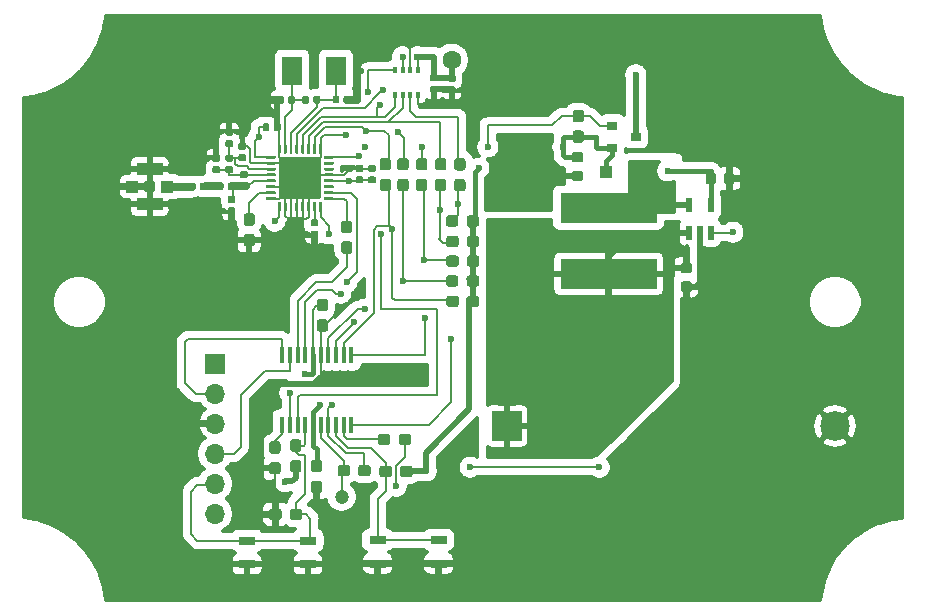
<source format=gbr>
G04 #@! TF.GenerationSoftware,KiCad,Pcbnew,5.1.5+dfsg1-2build2*
G04 #@! TF.CreationDate,2020-11-28T21:48:10+03:00*
G04 #@! TF.ProjectId,NRF_SENDER,4e52465f-5345-44e4-9445-522e6b696361,rev?*
G04 #@! TF.SameCoordinates,Original*
G04 #@! TF.FileFunction,Copper,L1,Top*
G04 #@! TF.FilePolarity,Positive*
%FSLAX46Y46*%
G04 Gerber Fmt 4.6, Leading zero omitted, Abs format (unit mm)*
G04 Created by KiCad (PCBNEW 5.1.5+dfsg1-2build2) date 2020-11-28 21:48:10*
%MOMM*%
%LPD*%
G04 APERTURE LIST*
%ADD10R,0.500000X1.200000*%
%ADD11R,0.450000X1.450000*%
%ADD12C,0.100000*%
%ADD13R,1.100000X1.100000*%
%ADD14R,1.000000X1.000000*%
%ADD15R,2.200000X1.050000*%
%ADD16R,8.200000X2.600000*%
%ADD17R,0.900000X0.800000*%
%ADD18R,0.350000X0.500000*%
%ADD19R,1.700000X2.400000*%
%ADD20C,2.500000*%
%ADD21R,2.500000X2.500000*%
%ADD22R,1.450000X0.700000*%
%ADD23R,1.700000X1.700000*%
%ADD24O,1.700000X1.700000*%
%ADD25C,0.600000*%
%ADD26C,1.600000*%
%ADD27C,1.200000*%
%ADD28C,0.700000*%
%ADD29C,0.200000*%
%ADD30C,0.500000*%
%ADD31C,1.000000*%
%ADD32C,0.400000*%
%ADD33C,0.300000*%
G04 APERTURE END LIST*
D10*
X113140000Y-59540000D03*
X111240000Y-59540000D03*
X113140000Y-61890000D03*
X112190000Y-61890000D03*
X111240000Y-61890000D03*
D11*
X76831000Y-72234000D03*
X77481000Y-72234000D03*
X78131000Y-72234000D03*
X78781000Y-72234000D03*
X79431000Y-72234000D03*
X80081000Y-72234000D03*
X80731000Y-72234000D03*
X81381000Y-72234000D03*
X82031000Y-72234000D03*
X82681000Y-72234000D03*
X82681000Y-78134000D03*
X82031000Y-78134000D03*
X81381000Y-78134000D03*
X80731000Y-78134000D03*
X80081000Y-78134000D03*
X79431000Y-78134000D03*
X78781000Y-78134000D03*
X78131000Y-78134000D03*
X77481000Y-78134000D03*
X76831000Y-78134000D03*
G04 #@! TA.AperFunction,SMDPad,CuDef*
D12*
G36*
X80138626Y-59280301D02*
G01*
X80144693Y-59281201D01*
X80150643Y-59282691D01*
X80156418Y-59284758D01*
X80161962Y-59287380D01*
X80167223Y-59290533D01*
X80172150Y-59294187D01*
X80176694Y-59298306D01*
X80180813Y-59302850D01*
X80184467Y-59307777D01*
X80187620Y-59313038D01*
X80190242Y-59318582D01*
X80192309Y-59324357D01*
X80193799Y-59330307D01*
X80194699Y-59336374D01*
X80195000Y-59342500D01*
X80195000Y-60017500D01*
X80194699Y-60023626D01*
X80193799Y-60029693D01*
X80192309Y-60035643D01*
X80190242Y-60041418D01*
X80187620Y-60046962D01*
X80184467Y-60052223D01*
X80180813Y-60057150D01*
X80176694Y-60061694D01*
X80172150Y-60065813D01*
X80167223Y-60069467D01*
X80161962Y-60072620D01*
X80156418Y-60075242D01*
X80150643Y-60077309D01*
X80144693Y-60078799D01*
X80138626Y-60079699D01*
X80132500Y-60080000D01*
X80007500Y-60080000D01*
X80001374Y-60079699D01*
X79995307Y-60078799D01*
X79989357Y-60077309D01*
X79983582Y-60075242D01*
X79978038Y-60072620D01*
X79972777Y-60069467D01*
X79967850Y-60065813D01*
X79963306Y-60061694D01*
X79959187Y-60057150D01*
X79955533Y-60052223D01*
X79952380Y-60046962D01*
X79949758Y-60041418D01*
X79947691Y-60035643D01*
X79946201Y-60029693D01*
X79945301Y-60023626D01*
X79945000Y-60017500D01*
X79945000Y-59342500D01*
X79945301Y-59336374D01*
X79946201Y-59330307D01*
X79947691Y-59324357D01*
X79949758Y-59318582D01*
X79952380Y-59313038D01*
X79955533Y-59307777D01*
X79959187Y-59302850D01*
X79963306Y-59298306D01*
X79967850Y-59294187D01*
X79972777Y-59290533D01*
X79978038Y-59287380D01*
X79983582Y-59284758D01*
X79989357Y-59282691D01*
X79995307Y-59281201D01*
X80001374Y-59280301D01*
X80007500Y-59280000D01*
X80132500Y-59280000D01*
X80138626Y-59280301D01*
G37*
G04 #@! TD.AperFunction*
G04 #@! TA.AperFunction,SMDPad,CuDef*
G36*
X79638626Y-59280301D02*
G01*
X79644693Y-59281201D01*
X79650643Y-59282691D01*
X79656418Y-59284758D01*
X79661962Y-59287380D01*
X79667223Y-59290533D01*
X79672150Y-59294187D01*
X79676694Y-59298306D01*
X79680813Y-59302850D01*
X79684467Y-59307777D01*
X79687620Y-59313038D01*
X79690242Y-59318582D01*
X79692309Y-59324357D01*
X79693799Y-59330307D01*
X79694699Y-59336374D01*
X79695000Y-59342500D01*
X79695000Y-60017500D01*
X79694699Y-60023626D01*
X79693799Y-60029693D01*
X79692309Y-60035643D01*
X79690242Y-60041418D01*
X79687620Y-60046962D01*
X79684467Y-60052223D01*
X79680813Y-60057150D01*
X79676694Y-60061694D01*
X79672150Y-60065813D01*
X79667223Y-60069467D01*
X79661962Y-60072620D01*
X79656418Y-60075242D01*
X79650643Y-60077309D01*
X79644693Y-60078799D01*
X79638626Y-60079699D01*
X79632500Y-60080000D01*
X79507500Y-60080000D01*
X79501374Y-60079699D01*
X79495307Y-60078799D01*
X79489357Y-60077309D01*
X79483582Y-60075242D01*
X79478038Y-60072620D01*
X79472777Y-60069467D01*
X79467850Y-60065813D01*
X79463306Y-60061694D01*
X79459187Y-60057150D01*
X79455533Y-60052223D01*
X79452380Y-60046962D01*
X79449758Y-60041418D01*
X79447691Y-60035643D01*
X79446201Y-60029693D01*
X79445301Y-60023626D01*
X79445000Y-60017500D01*
X79445000Y-59342500D01*
X79445301Y-59336374D01*
X79446201Y-59330307D01*
X79447691Y-59324357D01*
X79449758Y-59318582D01*
X79452380Y-59313038D01*
X79455533Y-59307777D01*
X79459187Y-59302850D01*
X79463306Y-59298306D01*
X79467850Y-59294187D01*
X79472777Y-59290533D01*
X79478038Y-59287380D01*
X79483582Y-59284758D01*
X79489357Y-59282691D01*
X79495307Y-59281201D01*
X79501374Y-59280301D01*
X79507500Y-59280000D01*
X79632500Y-59280000D01*
X79638626Y-59280301D01*
G37*
G04 #@! TD.AperFunction*
G04 #@! TA.AperFunction,SMDPad,CuDef*
G36*
X79138626Y-59280301D02*
G01*
X79144693Y-59281201D01*
X79150643Y-59282691D01*
X79156418Y-59284758D01*
X79161962Y-59287380D01*
X79167223Y-59290533D01*
X79172150Y-59294187D01*
X79176694Y-59298306D01*
X79180813Y-59302850D01*
X79184467Y-59307777D01*
X79187620Y-59313038D01*
X79190242Y-59318582D01*
X79192309Y-59324357D01*
X79193799Y-59330307D01*
X79194699Y-59336374D01*
X79195000Y-59342500D01*
X79195000Y-60017500D01*
X79194699Y-60023626D01*
X79193799Y-60029693D01*
X79192309Y-60035643D01*
X79190242Y-60041418D01*
X79187620Y-60046962D01*
X79184467Y-60052223D01*
X79180813Y-60057150D01*
X79176694Y-60061694D01*
X79172150Y-60065813D01*
X79167223Y-60069467D01*
X79161962Y-60072620D01*
X79156418Y-60075242D01*
X79150643Y-60077309D01*
X79144693Y-60078799D01*
X79138626Y-60079699D01*
X79132500Y-60080000D01*
X79007500Y-60080000D01*
X79001374Y-60079699D01*
X78995307Y-60078799D01*
X78989357Y-60077309D01*
X78983582Y-60075242D01*
X78978038Y-60072620D01*
X78972777Y-60069467D01*
X78967850Y-60065813D01*
X78963306Y-60061694D01*
X78959187Y-60057150D01*
X78955533Y-60052223D01*
X78952380Y-60046962D01*
X78949758Y-60041418D01*
X78947691Y-60035643D01*
X78946201Y-60029693D01*
X78945301Y-60023626D01*
X78945000Y-60017500D01*
X78945000Y-59342500D01*
X78945301Y-59336374D01*
X78946201Y-59330307D01*
X78947691Y-59324357D01*
X78949758Y-59318582D01*
X78952380Y-59313038D01*
X78955533Y-59307777D01*
X78959187Y-59302850D01*
X78963306Y-59298306D01*
X78967850Y-59294187D01*
X78972777Y-59290533D01*
X78978038Y-59287380D01*
X78983582Y-59284758D01*
X78989357Y-59282691D01*
X78995307Y-59281201D01*
X79001374Y-59280301D01*
X79007500Y-59280000D01*
X79132500Y-59280000D01*
X79138626Y-59280301D01*
G37*
G04 #@! TD.AperFunction*
G04 #@! TA.AperFunction,SMDPad,CuDef*
G36*
X78638626Y-59280301D02*
G01*
X78644693Y-59281201D01*
X78650643Y-59282691D01*
X78656418Y-59284758D01*
X78661962Y-59287380D01*
X78667223Y-59290533D01*
X78672150Y-59294187D01*
X78676694Y-59298306D01*
X78680813Y-59302850D01*
X78684467Y-59307777D01*
X78687620Y-59313038D01*
X78690242Y-59318582D01*
X78692309Y-59324357D01*
X78693799Y-59330307D01*
X78694699Y-59336374D01*
X78695000Y-59342500D01*
X78695000Y-60017500D01*
X78694699Y-60023626D01*
X78693799Y-60029693D01*
X78692309Y-60035643D01*
X78690242Y-60041418D01*
X78687620Y-60046962D01*
X78684467Y-60052223D01*
X78680813Y-60057150D01*
X78676694Y-60061694D01*
X78672150Y-60065813D01*
X78667223Y-60069467D01*
X78661962Y-60072620D01*
X78656418Y-60075242D01*
X78650643Y-60077309D01*
X78644693Y-60078799D01*
X78638626Y-60079699D01*
X78632500Y-60080000D01*
X78507500Y-60080000D01*
X78501374Y-60079699D01*
X78495307Y-60078799D01*
X78489357Y-60077309D01*
X78483582Y-60075242D01*
X78478038Y-60072620D01*
X78472777Y-60069467D01*
X78467850Y-60065813D01*
X78463306Y-60061694D01*
X78459187Y-60057150D01*
X78455533Y-60052223D01*
X78452380Y-60046962D01*
X78449758Y-60041418D01*
X78447691Y-60035643D01*
X78446201Y-60029693D01*
X78445301Y-60023626D01*
X78445000Y-60017500D01*
X78445000Y-59342500D01*
X78445301Y-59336374D01*
X78446201Y-59330307D01*
X78447691Y-59324357D01*
X78449758Y-59318582D01*
X78452380Y-59313038D01*
X78455533Y-59307777D01*
X78459187Y-59302850D01*
X78463306Y-59298306D01*
X78467850Y-59294187D01*
X78472777Y-59290533D01*
X78478038Y-59287380D01*
X78483582Y-59284758D01*
X78489357Y-59282691D01*
X78495307Y-59281201D01*
X78501374Y-59280301D01*
X78507500Y-59280000D01*
X78632500Y-59280000D01*
X78638626Y-59280301D01*
G37*
G04 #@! TD.AperFunction*
G04 #@! TA.AperFunction,SMDPad,CuDef*
G36*
X78138626Y-59280301D02*
G01*
X78144693Y-59281201D01*
X78150643Y-59282691D01*
X78156418Y-59284758D01*
X78161962Y-59287380D01*
X78167223Y-59290533D01*
X78172150Y-59294187D01*
X78176694Y-59298306D01*
X78180813Y-59302850D01*
X78184467Y-59307777D01*
X78187620Y-59313038D01*
X78190242Y-59318582D01*
X78192309Y-59324357D01*
X78193799Y-59330307D01*
X78194699Y-59336374D01*
X78195000Y-59342500D01*
X78195000Y-60017500D01*
X78194699Y-60023626D01*
X78193799Y-60029693D01*
X78192309Y-60035643D01*
X78190242Y-60041418D01*
X78187620Y-60046962D01*
X78184467Y-60052223D01*
X78180813Y-60057150D01*
X78176694Y-60061694D01*
X78172150Y-60065813D01*
X78167223Y-60069467D01*
X78161962Y-60072620D01*
X78156418Y-60075242D01*
X78150643Y-60077309D01*
X78144693Y-60078799D01*
X78138626Y-60079699D01*
X78132500Y-60080000D01*
X78007500Y-60080000D01*
X78001374Y-60079699D01*
X77995307Y-60078799D01*
X77989357Y-60077309D01*
X77983582Y-60075242D01*
X77978038Y-60072620D01*
X77972777Y-60069467D01*
X77967850Y-60065813D01*
X77963306Y-60061694D01*
X77959187Y-60057150D01*
X77955533Y-60052223D01*
X77952380Y-60046962D01*
X77949758Y-60041418D01*
X77947691Y-60035643D01*
X77946201Y-60029693D01*
X77945301Y-60023626D01*
X77945000Y-60017500D01*
X77945000Y-59342500D01*
X77945301Y-59336374D01*
X77946201Y-59330307D01*
X77947691Y-59324357D01*
X77949758Y-59318582D01*
X77952380Y-59313038D01*
X77955533Y-59307777D01*
X77959187Y-59302850D01*
X77963306Y-59298306D01*
X77967850Y-59294187D01*
X77972777Y-59290533D01*
X77978038Y-59287380D01*
X77983582Y-59284758D01*
X77989357Y-59282691D01*
X77995307Y-59281201D01*
X78001374Y-59280301D01*
X78007500Y-59280000D01*
X78132500Y-59280000D01*
X78138626Y-59280301D01*
G37*
G04 #@! TD.AperFunction*
G04 #@! TA.AperFunction,SMDPad,CuDef*
G36*
X77638626Y-59280301D02*
G01*
X77644693Y-59281201D01*
X77650643Y-59282691D01*
X77656418Y-59284758D01*
X77661962Y-59287380D01*
X77667223Y-59290533D01*
X77672150Y-59294187D01*
X77676694Y-59298306D01*
X77680813Y-59302850D01*
X77684467Y-59307777D01*
X77687620Y-59313038D01*
X77690242Y-59318582D01*
X77692309Y-59324357D01*
X77693799Y-59330307D01*
X77694699Y-59336374D01*
X77695000Y-59342500D01*
X77695000Y-60017500D01*
X77694699Y-60023626D01*
X77693799Y-60029693D01*
X77692309Y-60035643D01*
X77690242Y-60041418D01*
X77687620Y-60046962D01*
X77684467Y-60052223D01*
X77680813Y-60057150D01*
X77676694Y-60061694D01*
X77672150Y-60065813D01*
X77667223Y-60069467D01*
X77661962Y-60072620D01*
X77656418Y-60075242D01*
X77650643Y-60077309D01*
X77644693Y-60078799D01*
X77638626Y-60079699D01*
X77632500Y-60080000D01*
X77507500Y-60080000D01*
X77501374Y-60079699D01*
X77495307Y-60078799D01*
X77489357Y-60077309D01*
X77483582Y-60075242D01*
X77478038Y-60072620D01*
X77472777Y-60069467D01*
X77467850Y-60065813D01*
X77463306Y-60061694D01*
X77459187Y-60057150D01*
X77455533Y-60052223D01*
X77452380Y-60046962D01*
X77449758Y-60041418D01*
X77447691Y-60035643D01*
X77446201Y-60029693D01*
X77445301Y-60023626D01*
X77445000Y-60017500D01*
X77445000Y-59342500D01*
X77445301Y-59336374D01*
X77446201Y-59330307D01*
X77447691Y-59324357D01*
X77449758Y-59318582D01*
X77452380Y-59313038D01*
X77455533Y-59307777D01*
X77459187Y-59302850D01*
X77463306Y-59298306D01*
X77467850Y-59294187D01*
X77472777Y-59290533D01*
X77478038Y-59287380D01*
X77483582Y-59284758D01*
X77489357Y-59282691D01*
X77495307Y-59281201D01*
X77501374Y-59280301D01*
X77507500Y-59280000D01*
X77632500Y-59280000D01*
X77638626Y-59280301D01*
G37*
G04 #@! TD.AperFunction*
G04 #@! TA.AperFunction,SMDPad,CuDef*
G36*
X77138626Y-59280301D02*
G01*
X77144693Y-59281201D01*
X77150643Y-59282691D01*
X77156418Y-59284758D01*
X77161962Y-59287380D01*
X77167223Y-59290533D01*
X77172150Y-59294187D01*
X77176694Y-59298306D01*
X77180813Y-59302850D01*
X77184467Y-59307777D01*
X77187620Y-59313038D01*
X77190242Y-59318582D01*
X77192309Y-59324357D01*
X77193799Y-59330307D01*
X77194699Y-59336374D01*
X77195000Y-59342500D01*
X77195000Y-60017500D01*
X77194699Y-60023626D01*
X77193799Y-60029693D01*
X77192309Y-60035643D01*
X77190242Y-60041418D01*
X77187620Y-60046962D01*
X77184467Y-60052223D01*
X77180813Y-60057150D01*
X77176694Y-60061694D01*
X77172150Y-60065813D01*
X77167223Y-60069467D01*
X77161962Y-60072620D01*
X77156418Y-60075242D01*
X77150643Y-60077309D01*
X77144693Y-60078799D01*
X77138626Y-60079699D01*
X77132500Y-60080000D01*
X77007500Y-60080000D01*
X77001374Y-60079699D01*
X76995307Y-60078799D01*
X76989357Y-60077309D01*
X76983582Y-60075242D01*
X76978038Y-60072620D01*
X76972777Y-60069467D01*
X76967850Y-60065813D01*
X76963306Y-60061694D01*
X76959187Y-60057150D01*
X76955533Y-60052223D01*
X76952380Y-60046962D01*
X76949758Y-60041418D01*
X76947691Y-60035643D01*
X76946201Y-60029693D01*
X76945301Y-60023626D01*
X76945000Y-60017500D01*
X76945000Y-59342500D01*
X76945301Y-59336374D01*
X76946201Y-59330307D01*
X76947691Y-59324357D01*
X76949758Y-59318582D01*
X76952380Y-59313038D01*
X76955533Y-59307777D01*
X76959187Y-59302850D01*
X76963306Y-59298306D01*
X76967850Y-59294187D01*
X76972777Y-59290533D01*
X76978038Y-59287380D01*
X76983582Y-59284758D01*
X76989357Y-59282691D01*
X76995307Y-59281201D01*
X77001374Y-59280301D01*
X77007500Y-59280000D01*
X77132500Y-59280000D01*
X77138626Y-59280301D01*
G37*
G04 #@! TD.AperFunction*
G04 #@! TA.AperFunction,SMDPad,CuDef*
G36*
X76638626Y-59280301D02*
G01*
X76644693Y-59281201D01*
X76650643Y-59282691D01*
X76656418Y-59284758D01*
X76661962Y-59287380D01*
X76667223Y-59290533D01*
X76672150Y-59294187D01*
X76676694Y-59298306D01*
X76680813Y-59302850D01*
X76684467Y-59307777D01*
X76687620Y-59313038D01*
X76690242Y-59318582D01*
X76692309Y-59324357D01*
X76693799Y-59330307D01*
X76694699Y-59336374D01*
X76695000Y-59342500D01*
X76695000Y-60017500D01*
X76694699Y-60023626D01*
X76693799Y-60029693D01*
X76692309Y-60035643D01*
X76690242Y-60041418D01*
X76687620Y-60046962D01*
X76684467Y-60052223D01*
X76680813Y-60057150D01*
X76676694Y-60061694D01*
X76672150Y-60065813D01*
X76667223Y-60069467D01*
X76661962Y-60072620D01*
X76656418Y-60075242D01*
X76650643Y-60077309D01*
X76644693Y-60078799D01*
X76638626Y-60079699D01*
X76632500Y-60080000D01*
X76507500Y-60080000D01*
X76501374Y-60079699D01*
X76495307Y-60078799D01*
X76489357Y-60077309D01*
X76483582Y-60075242D01*
X76478038Y-60072620D01*
X76472777Y-60069467D01*
X76467850Y-60065813D01*
X76463306Y-60061694D01*
X76459187Y-60057150D01*
X76455533Y-60052223D01*
X76452380Y-60046962D01*
X76449758Y-60041418D01*
X76447691Y-60035643D01*
X76446201Y-60029693D01*
X76445301Y-60023626D01*
X76445000Y-60017500D01*
X76445000Y-59342500D01*
X76445301Y-59336374D01*
X76446201Y-59330307D01*
X76447691Y-59324357D01*
X76449758Y-59318582D01*
X76452380Y-59313038D01*
X76455533Y-59307777D01*
X76459187Y-59302850D01*
X76463306Y-59298306D01*
X76467850Y-59294187D01*
X76472777Y-59290533D01*
X76478038Y-59287380D01*
X76483582Y-59284758D01*
X76489357Y-59282691D01*
X76495307Y-59281201D01*
X76501374Y-59280301D01*
X76507500Y-59280000D01*
X76632500Y-59280000D01*
X76638626Y-59280301D01*
G37*
G04 #@! TD.AperFunction*
G04 #@! TA.AperFunction,SMDPad,CuDef*
G36*
X76213626Y-58855301D02*
G01*
X76219693Y-58856201D01*
X76225643Y-58857691D01*
X76231418Y-58859758D01*
X76236962Y-58862380D01*
X76242223Y-58865533D01*
X76247150Y-58869187D01*
X76251694Y-58873306D01*
X76255813Y-58877850D01*
X76259467Y-58882777D01*
X76262620Y-58888038D01*
X76265242Y-58893582D01*
X76267309Y-58899357D01*
X76268799Y-58905307D01*
X76269699Y-58911374D01*
X76270000Y-58917500D01*
X76270000Y-59042500D01*
X76269699Y-59048626D01*
X76268799Y-59054693D01*
X76267309Y-59060643D01*
X76265242Y-59066418D01*
X76262620Y-59071962D01*
X76259467Y-59077223D01*
X76255813Y-59082150D01*
X76251694Y-59086694D01*
X76247150Y-59090813D01*
X76242223Y-59094467D01*
X76236962Y-59097620D01*
X76231418Y-59100242D01*
X76225643Y-59102309D01*
X76219693Y-59103799D01*
X76213626Y-59104699D01*
X76207500Y-59105000D01*
X75532500Y-59105000D01*
X75526374Y-59104699D01*
X75520307Y-59103799D01*
X75514357Y-59102309D01*
X75508582Y-59100242D01*
X75503038Y-59097620D01*
X75497777Y-59094467D01*
X75492850Y-59090813D01*
X75488306Y-59086694D01*
X75484187Y-59082150D01*
X75480533Y-59077223D01*
X75477380Y-59071962D01*
X75474758Y-59066418D01*
X75472691Y-59060643D01*
X75471201Y-59054693D01*
X75470301Y-59048626D01*
X75470000Y-59042500D01*
X75470000Y-58917500D01*
X75470301Y-58911374D01*
X75471201Y-58905307D01*
X75472691Y-58899357D01*
X75474758Y-58893582D01*
X75477380Y-58888038D01*
X75480533Y-58882777D01*
X75484187Y-58877850D01*
X75488306Y-58873306D01*
X75492850Y-58869187D01*
X75497777Y-58865533D01*
X75503038Y-58862380D01*
X75508582Y-58859758D01*
X75514357Y-58857691D01*
X75520307Y-58856201D01*
X75526374Y-58855301D01*
X75532500Y-58855000D01*
X76207500Y-58855000D01*
X76213626Y-58855301D01*
G37*
G04 #@! TD.AperFunction*
G04 #@! TA.AperFunction,SMDPad,CuDef*
G36*
X76213626Y-58355301D02*
G01*
X76219693Y-58356201D01*
X76225643Y-58357691D01*
X76231418Y-58359758D01*
X76236962Y-58362380D01*
X76242223Y-58365533D01*
X76247150Y-58369187D01*
X76251694Y-58373306D01*
X76255813Y-58377850D01*
X76259467Y-58382777D01*
X76262620Y-58388038D01*
X76265242Y-58393582D01*
X76267309Y-58399357D01*
X76268799Y-58405307D01*
X76269699Y-58411374D01*
X76270000Y-58417500D01*
X76270000Y-58542500D01*
X76269699Y-58548626D01*
X76268799Y-58554693D01*
X76267309Y-58560643D01*
X76265242Y-58566418D01*
X76262620Y-58571962D01*
X76259467Y-58577223D01*
X76255813Y-58582150D01*
X76251694Y-58586694D01*
X76247150Y-58590813D01*
X76242223Y-58594467D01*
X76236962Y-58597620D01*
X76231418Y-58600242D01*
X76225643Y-58602309D01*
X76219693Y-58603799D01*
X76213626Y-58604699D01*
X76207500Y-58605000D01*
X75532500Y-58605000D01*
X75526374Y-58604699D01*
X75520307Y-58603799D01*
X75514357Y-58602309D01*
X75508582Y-58600242D01*
X75503038Y-58597620D01*
X75497777Y-58594467D01*
X75492850Y-58590813D01*
X75488306Y-58586694D01*
X75484187Y-58582150D01*
X75480533Y-58577223D01*
X75477380Y-58571962D01*
X75474758Y-58566418D01*
X75472691Y-58560643D01*
X75471201Y-58554693D01*
X75470301Y-58548626D01*
X75470000Y-58542500D01*
X75470000Y-58417500D01*
X75470301Y-58411374D01*
X75471201Y-58405307D01*
X75472691Y-58399357D01*
X75474758Y-58393582D01*
X75477380Y-58388038D01*
X75480533Y-58382777D01*
X75484187Y-58377850D01*
X75488306Y-58373306D01*
X75492850Y-58369187D01*
X75497777Y-58365533D01*
X75503038Y-58362380D01*
X75508582Y-58359758D01*
X75514357Y-58357691D01*
X75520307Y-58356201D01*
X75526374Y-58355301D01*
X75532500Y-58355000D01*
X76207500Y-58355000D01*
X76213626Y-58355301D01*
G37*
G04 #@! TD.AperFunction*
G04 #@! TA.AperFunction,SMDPad,CuDef*
G36*
X76213626Y-57855301D02*
G01*
X76219693Y-57856201D01*
X76225643Y-57857691D01*
X76231418Y-57859758D01*
X76236962Y-57862380D01*
X76242223Y-57865533D01*
X76247150Y-57869187D01*
X76251694Y-57873306D01*
X76255813Y-57877850D01*
X76259467Y-57882777D01*
X76262620Y-57888038D01*
X76265242Y-57893582D01*
X76267309Y-57899357D01*
X76268799Y-57905307D01*
X76269699Y-57911374D01*
X76270000Y-57917500D01*
X76270000Y-58042500D01*
X76269699Y-58048626D01*
X76268799Y-58054693D01*
X76267309Y-58060643D01*
X76265242Y-58066418D01*
X76262620Y-58071962D01*
X76259467Y-58077223D01*
X76255813Y-58082150D01*
X76251694Y-58086694D01*
X76247150Y-58090813D01*
X76242223Y-58094467D01*
X76236962Y-58097620D01*
X76231418Y-58100242D01*
X76225643Y-58102309D01*
X76219693Y-58103799D01*
X76213626Y-58104699D01*
X76207500Y-58105000D01*
X75532500Y-58105000D01*
X75526374Y-58104699D01*
X75520307Y-58103799D01*
X75514357Y-58102309D01*
X75508582Y-58100242D01*
X75503038Y-58097620D01*
X75497777Y-58094467D01*
X75492850Y-58090813D01*
X75488306Y-58086694D01*
X75484187Y-58082150D01*
X75480533Y-58077223D01*
X75477380Y-58071962D01*
X75474758Y-58066418D01*
X75472691Y-58060643D01*
X75471201Y-58054693D01*
X75470301Y-58048626D01*
X75470000Y-58042500D01*
X75470000Y-57917500D01*
X75470301Y-57911374D01*
X75471201Y-57905307D01*
X75472691Y-57899357D01*
X75474758Y-57893582D01*
X75477380Y-57888038D01*
X75480533Y-57882777D01*
X75484187Y-57877850D01*
X75488306Y-57873306D01*
X75492850Y-57869187D01*
X75497777Y-57865533D01*
X75503038Y-57862380D01*
X75508582Y-57859758D01*
X75514357Y-57857691D01*
X75520307Y-57856201D01*
X75526374Y-57855301D01*
X75532500Y-57855000D01*
X76207500Y-57855000D01*
X76213626Y-57855301D01*
G37*
G04 #@! TD.AperFunction*
G04 #@! TA.AperFunction,SMDPad,CuDef*
G36*
X76213626Y-57355301D02*
G01*
X76219693Y-57356201D01*
X76225643Y-57357691D01*
X76231418Y-57359758D01*
X76236962Y-57362380D01*
X76242223Y-57365533D01*
X76247150Y-57369187D01*
X76251694Y-57373306D01*
X76255813Y-57377850D01*
X76259467Y-57382777D01*
X76262620Y-57388038D01*
X76265242Y-57393582D01*
X76267309Y-57399357D01*
X76268799Y-57405307D01*
X76269699Y-57411374D01*
X76270000Y-57417500D01*
X76270000Y-57542500D01*
X76269699Y-57548626D01*
X76268799Y-57554693D01*
X76267309Y-57560643D01*
X76265242Y-57566418D01*
X76262620Y-57571962D01*
X76259467Y-57577223D01*
X76255813Y-57582150D01*
X76251694Y-57586694D01*
X76247150Y-57590813D01*
X76242223Y-57594467D01*
X76236962Y-57597620D01*
X76231418Y-57600242D01*
X76225643Y-57602309D01*
X76219693Y-57603799D01*
X76213626Y-57604699D01*
X76207500Y-57605000D01*
X75532500Y-57605000D01*
X75526374Y-57604699D01*
X75520307Y-57603799D01*
X75514357Y-57602309D01*
X75508582Y-57600242D01*
X75503038Y-57597620D01*
X75497777Y-57594467D01*
X75492850Y-57590813D01*
X75488306Y-57586694D01*
X75484187Y-57582150D01*
X75480533Y-57577223D01*
X75477380Y-57571962D01*
X75474758Y-57566418D01*
X75472691Y-57560643D01*
X75471201Y-57554693D01*
X75470301Y-57548626D01*
X75470000Y-57542500D01*
X75470000Y-57417500D01*
X75470301Y-57411374D01*
X75471201Y-57405307D01*
X75472691Y-57399357D01*
X75474758Y-57393582D01*
X75477380Y-57388038D01*
X75480533Y-57382777D01*
X75484187Y-57377850D01*
X75488306Y-57373306D01*
X75492850Y-57369187D01*
X75497777Y-57365533D01*
X75503038Y-57362380D01*
X75508582Y-57359758D01*
X75514357Y-57357691D01*
X75520307Y-57356201D01*
X75526374Y-57355301D01*
X75532500Y-57355000D01*
X76207500Y-57355000D01*
X76213626Y-57355301D01*
G37*
G04 #@! TD.AperFunction*
G04 #@! TA.AperFunction,SMDPad,CuDef*
G36*
X76213626Y-56855301D02*
G01*
X76219693Y-56856201D01*
X76225643Y-56857691D01*
X76231418Y-56859758D01*
X76236962Y-56862380D01*
X76242223Y-56865533D01*
X76247150Y-56869187D01*
X76251694Y-56873306D01*
X76255813Y-56877850D01*
X76259467Y-56882777D01*
X76262620Y-56888038D01*
X76265242Y-56893582D01*
X76267309Y-56899357D01*
X76268799Y-56905307D01*
X76269699Y-56911374D01*
X76270000Y-56917500D01*
X76270000Y-57042500D01*
X76269699Y-57048626D01*
X76268799Y-57054693D01*
X76267309Y-57060643D01*
X76265242Y-57066418D01*
X76262620Y-57071962D01*
X76259467Y-57077223D01*
X76255813Y-57082150D01*
X76251694Y-57086694D01*
X76247150Y-57090813D01*
X76242223Y-57094467D01*
X76236962Y-57097620D01*
X76231418Y-57100242D01*
X76225643Y-57102309D01*
X76219693Y-57103799D01*
X76213626Y-57104699D01*
X76207500Y-57105000D01*
X75532500Y-57105000D01*
X75526374Y-57104699D01*
X75520307Y-57103799D01*
X75514357Y-57102309D01*
X75508582Y-57100242D01*
X75503038Y-57097620D01*
X75497777Y-57094467D01*
X75492850Y-57090813D01*
X75488306Y-57086694D01*
X75484187Y-57082150D01*
X75480533Y-57077223D01*
X75477380Y-57071962D01*
X75474758Y-57066418D01*
X75472691Y-57060643D01*
X75471201Y-57054693D01*
X75470301Y-57048626D01*
X75470000Y-57042500D01*
X75470000Y-56917500D01*
X75470301Y-56911374D01*
X75471201Y-56905307D01*
X75472691Y-56899357D01*
X75474758Y-56893582D01*
X75477380Y-56888038D01*
X75480533Y-56882777D01*
X75484187Y-56877850D01*
X75488306Y-56873306D01*
X75492850Y-56869187D01*
X75497777Y-56865533D01*
X75503038Y-56862380D01*
X75508582Y-56859758D01*
X75514357Y-56857691D01*
X75520307Y-56856201D01*
X75526374Y-56855301D01*
X75532500Y-56855000D01*
X76207500Y-56855000D01*
X76213626Y-56855301D01*
G37*
G04 #@! TD.AperFunction*
G04 #@! TA.AperFunction,SMDPad,CuDef*
G36*
X76213626Y-56355301D02*
G01*
X76219693Y-56356201D01*
X76225643Y-56357691D01*
X76231418Y-56359758D01*
X76236962Y-56362380D01*
X76242223Y-56365533D01*
X76247150Y-56369187D01*
X76251694Y-56373306D01*
X76255813Y-56377850D01*
X76259467Y-56382777D01*
X76262620Y-56388038D01*
X76265242Y-56393582D01*
X76267309Y-56399357D01*
X76268799Y-56405307D01*
X76269699Y-56411374D01*
X76270000Y-56417500D01*
X76270000Y-56542500D01*
X76269699Y-56548626D01*
X76268799Y-56554693D01*
X76267309Y-56560643D01*
X76265242Y-56566418D01*
X76262620Y-56571962D01*
X76259467Y-56577223D01*
X76255813Y-56582150D01*
X76251694Y-56586694D01*
X76247150Y-56590813D01*
X76242223Y-56594467D01*
X76236962Y-56597620D01*
X76231418Y-56600242D01*
X76225643Y-56602309D01*
X76219693Y-56603799D01*
X76213626Y-56604699D01*
X76207500Y-56605000D01*
X75532500Y-56605000D01*
X75526374Y-56604699D01*
X75520307Y-56603799D01*
X75514357Y-56602309D01*
X75508582Y-56600242D01*
X75503038Y-56597620D01*
X75497777Y-56594467D01*
X75492850Y-56590813D01*
X75488306Y-56586694D01*
X75484187Y-56582150D01*
X75480533Y-56577223D01*
X75477380Y-56571962D01*
X75474758Y-56566418D01*
X75472691Y-56560643D01*
X75471201Y-56554693D01*
X75470301Y-56548626D01*
X75470000Y-56542500D01*
X75470000Y-56417500D01*
X75470301Y-56411374D01*
X75471201Y-56405307D01*
X75472691Y-56399357D01*
X75474758Y-56393582D01*
X75477380Y-56388038D01*
X75480533Y-56382777D01*
X75484187Y-56377850D01*
X75488306Y-56373306D01*
X75492850Y-56369187D01*
X75497777Y-56365533D01*
X75503038Y-56362380D01*
X75508582Y-56359758D01*
X75514357Y-56357691D01*
X75520307Y-56356201D01*
X75526374Y-56355301D01*
X75532500Y-56355000D01*
X76207500Y-56355000D01*
X76213626Y-56355301D01*
G37*
G04 #@! TD.AperFunction*
G04 #@! TA.AperFunction,SMDPad,CuDef*
G36*
X76213626Y-55855301D02*
G01*
X76219693Y-55856201D01*
X76225643Y-55857691D01*
X76231418Y-55859758D01*
X76236962Y-55862380D01*
X76242223Y-55865533D01*
X76247150Y-55869187D01*
X76251694Y-55873306D01*
X76255813Y-55877850D01*
X76259467Y-55882777D01*
X76262620Y-55888038D01*
X76265242Y-55893582D01*
X76267309Y-55899357D01*
X76268799Y-55905307D01*
X76269699Y-55911374D01*
X76270000Y-55917500D01*
X76270000Y-56042500D01*
X76269699Y-56048626D01*
X76268799Y-56054693D01*
X76267309Y-56060643D01*
X76265242Y-56066418D01*
X76262620Y-56071962D01*
X76259467Y-56077223D01*
X76255813Y-56082150D01*
X76251694Y-56086694D01*
X76247150Y-56090813D01*
X76242223Y-56094467D01*
X76236962Y-56097620D01*
X76231418Y-56100242D01*
X76225643Y-56102309D01*
X76219693Y-56103799D01*
X76213626Y-56104699D01*
X76207500Y-56105000D01*
X75532500Y-56105000D01*
X75526374Y-56104699D01*
X75520307Y-56103799D01*
X75514357Y-56102309D01*
X75508582Y-56100242D01*
X75503038Y-56097620D01*
X75497777Y-56094467D01*
X75492850Y-56090813D01*
X75488306Y-56086694D01*
X75484187Y-56082150D01*
X75480533Y-56077223D01*
X75477380Y-56071962D01*
X75474758Y-56066418D01*
X75472691Y-56060643D01*
X75471201Y-56054693D01*
X75470301Y-56048626D01*
X75470000Y-56042500D01*
X75470000Y-55917500D01*
X75470301Y-55911374D01*
X75471201Y-55905307D01*
X75472691Y-55899357D01*
X75474758Y-55893582D01*
X75477380Y-55888038D01*
X75480533Y-55882777D01*
X75484187Y-55877850D01*
X75488306Y-55873306D01*
X75492850Y-55869187D01*
X75497777Y-55865533D01*
X75503038Y-55862380D01*
X75508582Y-55859758D01*
X75514357Y-55857691D01*
X75520307Y-55856201D01*
X75526374Y-55855301D01*
X75532500Y-55855000D01*
X76207500Y-55855000D01*
X76213626Y-55855301D01*
G37*
G04 #@! TD.AperFunction*
G04 #@! TA.AperFunction,SMDPad,CuDef*
G36*
X76213626Y-55355301D02*
G01*
X76219693Y-55356201D01*
X76225643Y-55357691D01*
X76231418Y-55359758D01*
X76236962Y-55362380D01*
X76242223Y-55365533D01*
X76247150Y-55369187D01*
X76251694Y-55373306D01*
X76255813Y-55377850D01*
X76259467Y-55382777D01*
X76262620Y-55388038D01*
X76265242Y-55393582D01*
X76267309Y-55399357D01*
X76268799Y-55405307D01*
X76269699Y-55411374D01*
X76270000Y-55417500D01*
X76270000Y-55542500D01*
X76269699Y-55548626D01*
X76268799Y-55554693D01*
X76267309Y-55560643D01*
X76265242Y-55566418D01*
X76262620Y-55571962D01*
X76259467Y-55577223D01*
X76255813Y-55582150D01*
X76251694Y-55586694D01*
X76247150Y-55590813D01*
X76242223Y-55594467D01*
X76236962Y-55597620D01*
X76231418Y-55600242D01*
X76225643Y-55602309D01*
X76219693Y-55603799D01*
X76213626Y-55604699D01*
X76207500Y-55605000D01*
X75532500Y-55605000D01*
X75526374Y-55604699D01*
X75520307Y-55603799D01*
X75514357Y-55602309D01*
X75508582Y-55600242D01*
X75503038Y-55597620D01*
X75497777Y-55594467D01*
X75492850Y-55590813D01*
X75488306Y-55586694D01*
X75484187Y-55582150D01*
X75480533Y-55577223D01*
X75477380Y-55571962D01*
X75474758Y-55566418D01*
X75472691Y-55560643D01*
X75471201Y-55554693D01*
X75470301Y-55548626D01*
X75470000Y-55542500D01*
X75470000Y-55417500D01*
X75470301Y-55411374D01*
X75471201Y-55405307D01*
X75472691Y-55399357D01*
X75474758Y-55393582D01*
X75477380Y-55388038D01*
X75480533Y-55382777D01*
X75484187Y-55377850D01*
X75488306Y-55373306D01*
X75492850Y-55369187D01*
X75497777Y-55365533D01*
X75503038Y-55362380D01*
X75508582Y-55359758D01*
X75514357Y-55357691D01*
X75520307Y-55356201D01*
X75526374Y-55355301D01*
X75532500Y-55355000D01*
X76207500Y-55355000D01*
X76213626Y-55355301D01*
G37*
G04 #@! TD.AperFunction*
G04 #@! TA.AperFunction,SMDPad,CuDef*
G36*
X76638626Y-54380301D02*
G01*
X76644693Y-54381201D01*
X76650643Y-54382691D01*
X76656418Y-54384758D01*
X76661962Y-54387380D01*
X76667223Y-54390533D01*
X76672150Y-54394187D01*
X76676694Y-54398306D01*
X76680813Y-54402850D01*
X76684467Y-54407777D01*
X76687620Y-54413038D01*
X76690242Y-54418582D01*
X76692309Y-54424357D01*
X76693799Y-54430307D01*
X76694699Y-54436374D01*
X76695000Y-54442500D01*
X76695000Y-55117500D01*
X76694699Y-55123626D01*
X76693799Y-55129693D01*
X76692309Y-55135643D01*
X76690242Y-55141418D01*
X76687620Y-55146962D01*
X76684467Y-55152223D01*
X76680813Y-55157150D01*
X76676694Y-55161694D01*
X76672150Y-55165813D01*
X76667223Y-55169467D01*
X76661962Y-55172620D01*
X76656418Y-55175242D01*
X76650643Y-55177309D01*
X76644693Y-55178799D01*
X76638626Y-55179699D01*
X76632500Y-55180000D01*
X76507500Y-55180000D01*
X76501374Y-55179699D01*
X76495307Y-55178799D01*
X76489357Y-55177309D01*
X76483582Y-55175242D01*
X76478038Y-55172620D01*
X76472777Y-55169467D01*
X76467850Y-55165813D01*
X76463306Y-55161694D01*
X76459187Y-55157150D01*
X76455533Y-55152223D01*
X76452380Y-55146962D01*
X76449758Y-55141418D01*
X76447691Y-55135643D01*
X76446201Y-55129693D01*
X76445301Y-55123626D01*
X76445000Y-55117500D01*
X76445000Y-54442500D01*
X76445301Y-54436374D01*
X76446201Y-54430307D01*
X76447691Y-54424357D01*
X76449758Y-54418582D01*
X76452380Y-54413038D01*
X76455533Y-54407777D01*
X76459187Y-54402850D01*
X76463306Y-54398306D01*
X76467850Y-54394187D01*
X76472777Y-54390533D01*
X76478038Y-54387380D01*
X76483582Y-54384758D01*
X76489357Y-54382691D01*
X76495307Y-54381201D01*
X76501374Y-54380301D01*
X76507500Y-54380000D01*
X76632500Y-54380000D01*
X76638626Y-54380301D01*
G37*
G04 #@! TD.AperFunction*
G04 #@! TA.AperFunction,SMDPad,CuDef*
G36*
X77138626Y-54380301D02*
G01*
X77144693Y-54381201D01*
X77150643Y-54382691D01*
X77156418Y-54384758D01*
X77161962Y-54387380D01*
X77167223Y-54390533D01*
X77172150Y-54394187D01*
X77176694Y-54398306D01*
X77180813Y-54402850D01*
X77184467Y-54407777D01*
X77187620Y-54413038D01*
X77190242Y-54418582D01*
X77192309Y-54424357D01*
X77193799Y-54430307D01*
X77194699Y-54436374D01*
X77195000Y-54442500D01*
X77195000Y-55117500D01*
X77194699Y-55123626D01*
X77193799Y-55129693D01*
X77192309Y-55135643D01*
X77190242Y-55141418D01*
X77187620Y-55146962D01*
X77184467Y-55152223D01*
X77180813Y-55157150D01*
X77176694Y-55161694D01*
X77172150Y-55165813D01*
X77167223Y-55169467D01*
X77161962Y-55172620D01*
X77156418Y-55175242D01*
X77150643Y-55177309D01*
X77144693Y-55178799D01*
X77138626Y-55179699D01*
X77132500Y-55180000D01*
X77007500Y-55180000D01*
X77001374Y-55179699D01*
X76995307Y-55178799D01*
X76989357Y-55177309D01*
X76983582Y-55175242D01*
X76978038Y-55172620D01*
X76972777Y-55169467D01*
X76967850Y-55165813D01*
X76963306Y-55161694D01*
X76959187Y-55157150D01*
X76955533Y-55152223D01*
X76952380Y-55146962D01*
X76949758Y-55141418D01*
X76947691Y-55135643D01*
X76946201Y-55129693D01*
X76945301Y-55123626D01*
X76945000Y-55117500D01*
X76945000Y-54442500D01*
X76945301Y-54436374D01*
X76946201Y-54430307D01*
X76947691Y-54424357D01*
X76949758Y-54418582D01*
X76952380Y-54413038D01*
X76955533Y-54407777D01*
X76959187Y-54402850D01*
X76963306Y-54398306D01*
X76967850Y-54394187D01*
X76972777Y-54390533D01*
X76978038Y-54387380D01*
X76983582Y-54384758D01*
X76989357Y-54382691D01*
X76995307Y-54381201D01*
X77001374Y-54380301D01*
X77007500Y-54380000D01*
X77132500Y-54380000D01*
X77138626Y-54380301D01*
G37*
G04 #@! TD.AperFunction*
G04 #@! TA.AperFunction,SMDPad,CuDef*
G36*
X77638626Y-54380301D02*
G01*
X77644693Y-54381201D01*
X77650643Y-54382691D01*
X77656418Y-54384758D01*
X77661962Y-54387380D01*
X77667223Y-54390533D01*
X77672150Y-54394187D01*
X77676694Y-54398306D01*
X77680813Y-54402850D01*
X77684467Y-54407777D01*
X77687620Y-54413038D01*
X77690242Y-54418582D01*
X77692309Y-54424357D01*
X77693799Y-54430307D01*
X77694699Y-54436374D01*
X77695000Y-54442500D01*
X77695000Y-55117500D01*
X77694699Y-55123626D01*
X77693799Y-55129693D01*
X77692309Y-55135643D01*
X77690242Y-55141418D01*
X77687620Y-55146962D01*
X77684467Y-55152223D01*
X77680813Y-55157150D01*
X77676694Y-55161694D01*
X77672150Y-55165813D01*
X77667223Y-55169467D01*
X77661962Y-55172620D01*
X77656418Y-55175242D01*
X77650643Y-55177309D01*
X77644693Y-55178799D01*
X77638626Y-55179699D01*
X77632500Y-55180000D01*
X77507500Y-55180000D01*
X77501374Y-55179699D01*
X77495307Y-55178799D01*
X77489357Y-55177309D01*
X77483582Y-55175242D01*
X77478038Y-55172620D01*
X77472777Y-55169467D01*
X77467850Y-55165813D01*
X77463306Y-55161694D01*
X77459187Y-55157150D01*
X77455533Y-55152223D01*
X77452380Y-55146962D01*
X77449758Y-55141418D01*
X77447691Y-55135643D01*
X77446201Y-55129693D01*
X77445301Y-55123626D01*
X77445000Y-55117500D01*
X77445000Y-54442500D01*
X77445301Y-54436374D01*
X77446201Y-54430307D01*
X77447691Y-54424357D01*
X77449758Y-54418582D01*
X77452380Y-54413038D01*
X77455533Y-54407777D01*
X77459187Y-54402850D01*
X77463306Y-54398306D01*
X77467850Y-54394187D01*
X77472777Y-54390533D01*
X77478038Y-54387380D01*
X77483582Y-54384758D01*
X77489357Y-54382691D01*
X77495307Y-54381201D01*
X77501374Y-54380301D01*
X77507500Y-54380000D01*
X77632500Y-54380000D01*
X77638626Y-54380301D01*
G37*
G04 #@! TD.AperFunction*
G04 #@! TA.AperFunction,SMDPad,CuDef*
G36*
X78138626Y-54380301D02*
G01*
X78144693Y-54381201D01*
X78150643Y-54382691D01*
X78156418Y-54384758D01*
X78161962Y-54387380D01*
X78167223Y-54390533D01*
X78172150Y-54394187D01*
X78176694Y-54398306D01*
X78180813Y-54402850D01*
X78184467Y-54407777D01*
X78187620Y-54413038D01*
X78190242Y-54418582D01*
X78192309Y-54424357D01*
X78193799Y-54430307D01*
X78194699Y-54436374D01*
X78195000Y-54442500D01*
X78195000Y-55117500D01*
X78194699Y-55123626D01*
X78193799Y-55129693D01*
X78192309Y-55135643D01*
X78190242Y-55141418D01*
X78187620Y-55146962D01*
X78184467Y-55152223D01*
X78180813Y-55157150D01*
X78176694Y-55161694D01*
X78172150Y-55165813D01*
X78167223Y-55169467D01*
X78161962Y-55172620D01*
X78156418Y-55175242D01*
X78150643Y-55177309D01*
X78144693Y-55178799D01*
X78138626Y-55179699D01*
X78132500Y-55180000D01*
X78007500Y-55180000D01*
X78001374Y-55179699D01*
X77995307Y-55178799D01*
X77989357Y-55177309D01*
X77983582Y-55175242D01*
X77978038Y-55172620D01*
X77972777Y-55169467D01*
X77967850Y-55165813D01*
X77963306Y-55161694D01*
X77959187Y-55157150D01*
X77955533Y-55152223D01*
X77952380Y-55146962D01*
X77949758Y-55141418D01*
X77947691Y-55135643D01*
X77946201Y-55129693D01*
X77945301Y-55123626D01*
X77945000Y-55117500D01*
X77945000Y-54442500D01*
X77945301Y-54436374D01*
X77946201Y-54430307D01*
X77947691Y-54424357D01*
X77949758Y-54418582D01*
X77952380Y-54413038D01*
X77955533Y-54407777D01*
X77959187Y-54402850D01*
X77963306Y-54398306D01*
X77967850Y-54394187D01*
X77972777Y-54390533D01*
X77978038Y-54387380D01*
X77983582Y-54384758D01*
X77989357Y-54382691D01*
X77995307Y-54381201D01*
X78001374Y-54380301D01*
X78007500Y-54380000D01*
X78132500Y-54380000D01*
X78138626Y-54380301D01*
G37*
G04 #@! TD.AperFunction*
G04 #@! TA.AperFunction,SMDPad,CuDef*
G36*
X78638626Y-54380301D02*
G01*
X78644693Y-54381201D01*
X78650643Y-54382691D01*
X78656418Y-54384758D01*
X78661962Y-54387380D01*
X78667223Y-54390533D01*
X78672150Y-54394187D01*
X78676694Y-54398306D01*
X78680813Y-54402850D01*
X78684467Y-54407777D01*
X78687620Y-54413038D01*
X78690242Y-54418582D01*
X78692309Y-54424357D01*
X78693799Y-54430307D01*
X78694699Y-54436374D01*
X78695000Y-54442500D01*
X78695000Y-55117500D01*
X78694699Y-55123626D01*
X78693799Y-55129693D01*
X78692309Y-55135643D01*
X78690242Y-55141418D01*
X78687620Y-55146962D01*
X78684467Y-55152223D01*
X78680813Y-55157150D01*
X78676694Y-55161694D01*
X78672150Y-55165813D01*
X78667223Y-55169467D01*
X78661962Y-55172620D01*
X78656418Y-55175242D01*
X78650643Y-55177309D01*
X78644693Y-55178799D01*
X78638626Y-55179699D01*
X78632500Y-55180000D01*
X78507500Y-55180000D01*
X78501374Y-55179699D01*
X78495307Y-55178799D01*
X78489357Y-55177309D01*
X78483582Y-55175242D01*
X78478038Y-55172620D01*
X78472777Y-55169467D01*
X78467850Y-55165813D01*
X78463306Y-55161694D01*
X78459187Y-55157150D01*
X78455533Y-55152223D01*
X78452380Y-55146962D01*
X78449758Y-55141418D01*
X78447691Y-55135643D01*
X78446201Y-55129693D01*
X78445301Y-55123626D01*
X78445000Y-55117500D01*
X78445000Y-54442500D01*
X78445301Y-54436374D01*
X78446201Y-54430307D01*
X78447691Y-54424357D01*
X78449758Y-54418582D01*
X78452380Y-54413038D01*
X78455533Y-54407777D01*
X78459187Y-54402850D01*
X78463306Y-54398306D01*
X78467850Y-54394187D01*
X78472777Y-54390533D01*
X78478038Y-54387380D01*
X78483582Y-54384758D01*
X78489357Y-54382691D01*
X78495307Y-54381201D01*
X78501374Y-54380301D01*
X78507500Y-54380000D01*
X78632500Y-54380000D01*
X78638626Y-54380301D01*
G37*
G04 #@! TD.AperFunction*
G04 #@! TA.AperFunction,SMDPad,CuDef*
G36*
X79138626Y-54380301D02*
G01*
X79144693Y-54381201D01*
X79150643Y-54382691D01*
X79156418Y-54384758D01*
X79161962Y-54387380D01*
X79167223Y-54390533D01*
X79172150Y-54394187D01*
X79176694Y-54398306D01*
X79180813Y-54402850D01*
X79184467Y-54407777D01*
X79187620Y-54413038D01*
X79190242Y-54418582D01*
X79192309Y-54424357D01*
X79193799Y-54430307D01*
X79194699Y-54436374D01*
X79195000Y-54442500D01*
X79195000Y-55117500D01*
X79194699Y-55123626D01*
X79193799Y-55129693D01*
X79192309Y-55135643D01*
X79190242Y-55141418D01*
X79187620Y-55146962D01*
X79184467Y-55152223D01*
X79180813Y-55157150D01*
X79176694Y-55161694D01*
X79172150Y-55165813D01*
X79167223Y-55169467D01*
X79161962Y-55172620D01*
X79156418Y-55175242D01*
X79150643Y-55177309D01*
X79144693Y-55178799D01*
X79138626Y-55179699D01*
X79132500Y-55180000D01*
X79007500Y-55180000D01*
X79001374Y-55179699D01*
X78995307Y-55178799D01*
X78989357Y-55177309D01*
X78983582Y-55175242D01*
X78978038Y-55172620D01*
X78972777Y-55169467D01*
X78967850Y-55165813D01*
X78963306Y-55161694D01*
X78959187Y-55157150D01*
X78955533Y-55152223D01*
X78952380Y-55146962D01*
X78949758Y-55141418D01*
X78947691Y-55135643D01*
X78946201Y-55129693D01*
X78945301Y-55123626D01*
X78945000Y-55117500D01*
X78945000Y-54442500D01*
X78945301Y-54436374D01*
X78946201Y-54430307D01*
X78947691Y-54424357D01*
X78949758Y-54418582D01*
X78952380Y-54413038D01*
X78955533Y-54407777D01*
X78959187Y-54402850D01*
X78963306Y-54398306D01*
X78967850Y-54394187D01*
X78972777Y-54390533D01*
X78978038Y-54387380D01*
X78983582Y-54384758D01*
X78989357Y-54382691D01*
X78995307Y-54381201D01*
X79001374Y-54380301D01*
X79007500Y-54380000D01*
X79132500Y-54380000D01*
X79138626Y-54380301D01*
G37*
G04 #@! TD.AperFunction*
G04 #@! TA.AperFunction,SMDPad,CuDef*
G36*
X79638626Y-54380301D02*
G01*
X79644693Y-54381201D01*
X79650643Y-54382691D01*
X79656418Y-54384758D01*
X79661962Y-54387380D01*
X79667223Y-54390533D01*
X79672150Y-54394187D01*
X79676694Y-54398306D01*
X79680813Y-54402850D01*
X79684467Y-54407777D01*
X79687620Y-54413038D01*
X79690242Y-54418582D01*
X79692309Y-54424357D01*
X79693799Y-54430307D01*
X79694699Y-54436374D01*
X79695000Y-54442500D01*
X79695000Y-55117500D01*
X79694699Y-55123626D01*
X79693799Y-55129693D01*
X79692309Y-55135643D01*
X79690242Y-55141418D01*
X79687620Y-55146962D01*
X79684467Y-55152223D01*
X79680813Y-55157150D01*
X79676694Y-55161694D01*
X79672150Y-55165813D01*
X79667223Y-55169467D01*
X79661962Y-55172620D01*
X79656418Y-55175242D01*
X79650643Y-55177309D01*
X79644693Y-55178799D01*
X79638626Y-55179699D01*
X79632500Y-55180000D01*
X79507500Y-55180000D01*
X79501374Y-55179699D01*
X79495307Y-55178799D01*
X79489357Y-55177309D01*
X79483582Y-55175242D01*
X79478038Y-55172620D01*
X79472777Y-55169467D01*
X79467850Y-55165813D01*
X79463306Y-55161694D01*
X79459187Y-55157150D01*
X79455533Y-55152223D01*
X79452380Y-55146962D01*
X79449758Y-55141418D01*
X79447691Y-55135643D01*
X79446201Y-55129693D01*
X79445301Y-55123626D01*
X79445000Y-55117500D01*
X79445000Y-54442500D01*
X79445301Y-54436374D01*
X79446201Y-54430307D01*
X79447691Y-54424357D01*
X79449758Y-54418582D01*
X79452380Y-54413038D01*
X79455533Y-54407777D01*
X79459187Y-54402850D01*
X79463306Y-54398306D01*
X79467850Y-54394187D01*
X79472777Y-54390533D01*
X79478038Y-54387380D01*
X79483582Y-54384758D01*
X79489357Y-54382691D01*
X79495307Y-54381201D01*
X79501374Y-54380301D01*
X79507500Y-54380000D01*
X79632500Y-54380000D01*
X79638626Y-54380301D01*
G37*
G04 #@! TD.AperFunction*
G04 #@! TA.AperFunction,SMDPad,CuDef*
G36*
X80138626Y-54380301D02*
G01*
X80144693Y-54381201D01*
X80150643Y-54382691D01*
X80156418Y-54384758D01*
X80161962Y-54387380D01*
X80167223Y-54390533D01*
X80172150Y-54394187D01*
X80176694Y-54398306D01*
X80180813Y-54402850D01*
X80184467Y-54407777D01*
X80187620Y-54413038D01*
X80190242Y-54418582D01*
X80192309Y-54424357D01*
X80193799Y-54430307D01*
X80194699Y-54436374D01*
X80195000Y-54442500D01*
X80195000Y-55117500D01*
X80194699Y-55123626D01*
X80193799Y-55129693D01*
X80192309Y-55135643D01*
X80190242Y-55141418D01*
X80187620Y-55146962D01*
X80184467Y-55152223D01*
X80180813Y-55157150D01*
X80176694Y-55161694D01*
X80172150Y-55165813D01*
X80167223Y-55169467D01*
X80161962Y-55172620D01*
X80156418Y-55175242D01*
X80150643Y-55177309D01*
X80144693Y-55178799D01*
X80138626Y-55179699D01*
X80132500Y-55180000D01*
X80007500Y-55180000D01*
X80001374Y-55179699D01*
X79995307Y-55178799D01*
X79989357Y-55177309D01*
X79983582Y-55175242D01*
X79978038Y-55172620D01*
X79972777Y-55169467D01*
X79967850Y-55165813D01*
X79963306Y-55161694D01*
X79959187Y-55157150D01*
X79955533Y-55152223D01*
X79952380Y-55146962D01*
X79949758Y-55141418D01*
X79947691Y-55135643D01*
X79946201Y-55129693D01*
X79945301Y-55123626D01*
X79945000Y-55117500D01*
X79945000Y-54442500D01*
X79945301Y-54436374D01*
X79946201Y-54430307D01*
X79947691Y-54424357D01*
X79949758Y-54418582D01*
X79952380Y-54413038D01*
X79955533Y-54407777D01*
X79959187Y-54402850D01*
X79963306Y-54398306D01*
X79967850Y-54394187D01*
X79972777Y-54390533D01*
X79978038Y-54387380D01*
X79983582Y-54384758D01*
X79989357Y-54382691D01*
X79995307Y-54381201D01*
X80001374Y-54380301D01*
X80007500Y-54380000D01*
X80132500Y-54380000D01*
X80138626Y-54380301D01*
G37*
G04 #@! TD.AperFunction*
G04 #@! TA.AperFunction,SMDPad,CuDef*
G36*
X81113626Y-55355301D02*
G01*
X81119693Y-55356201D01*
X81125643Y-55357691D01*
X81131418Y-55359758D01*
X81136962Y-55362380D01*
X81142223Y-55365533D01*
X81147150Y-55369187D01*
X81151694Y-55373306D01*
X81155813Y-55377850D01*
X81159467Y-55382777D01*
X81162620Y-55388038D01*
X81165242Y-55393582D01*
X81167309Y-55399357D01*
X81168799Y-55405307D01*
X81169699Y-55411374D01*
X81170000Y-55417500D01*
X81170000Y-55542500D01*
X81169699Y-55548626D01*
X81168799Y-55554693D01*
X81167309Y-55560643D01*
X81165242Y-55566418D01*
X81162620Y-55571962D01*
X81159467Y-55577223D01*
X81155813Y-55582150D01*
X81151694Y-55586694D01*
X81147150Y-55590813D01*
X81142223Y-55594467D01*
X81136962Y-55597620D01*
X81131418Y-55600242D01*
X81125643Y-55602309D01*
X81119693Y-55603799D01*
X81113626Y-55604699D01*
X81107500Y-55605000D01*
X80432500Y-55605000D01*
X80426374Y-55604699D01*
X80420307Y-55603799D01*
X80414357Y-55602309D01*
X80408582Y-55600242D01*
X80403038Y-55597620D01*
X80397777Y-55594467D01*
X80392850Y-55590813D01*
X80388306Y-55586694D01*
X80384187Y-55582150D01*
X80380533Y-55577223D01*
X80377380Y-55571962D01*
X80374758Y-55566418D01*
X80372691Y-55560643D01*
X80371201Y-55554693D01*
X80370301Y-55548626D01*
X80370000Y-55542500D01*
X80370000Y-55417500D01*
X80370301Y-55411374D01*
X80371201Y-55405307D01*
X80372691Y-55399357D01*
X80374758Y-55393582D01*
X80377380Y-55388038D01*
X80380533Y-55382777D01*
X80384187Y-55377850D01*
X80388306Y-55373306D01*
X80392850Y-55369187D01*
X80397777Y-55365533D01*
X80403038Y-55362380D01*
X80408582Y-55359758D01*
X80414357Y-55357691D01*
X80420307Y-55356201D01*
X80426374Y-55355301D01*
X80432500Y-55355000D01*
X81107500Y-55355000D01*
X81113626Y-55355301D01*
G37*
G04 #@! TD.AperFunction*
G04 #@! TA.AperFunction,SMDPad,CuDef*
G36*
X81113626Y-55855301D02*
G01*
X81119693Y-55856201D01*
X81125643Y-55857691D01*
X81131418Y-55859758D01*
X81136962Y-55862380D01*
X81142223Y-55865533D01*
X81147150Y-55869187D01*
X81151694Y-55873306D01*
X81155813Y-55877850D01*
X81159467Y-55882777D01*
X81162620Y-55888038D01*
X81165242Y-55893582D01*
X81167309Y-55899357D01*
X81168799Y-55905307D01*
X81169699Y-55911374D01*
X81170000Y-55917500D01*
X81170000Y-56042500D01*
X81169699Y-56048626D01*
X81168799Y-56054693D01*
X81167309Y-56060643D01*
X81165242Y-56066418D01*
X81162620Y-56071962D01*
X81159467Y-56077223D01*
X81155813Y-56082150D01*
X81151694Y-56086694D01*
X81147150Y-56090813D01*
X81142223Y-56094467D01*
X81136962Y-56097620D01*
X81131418Y-56100242D01*
X81125643Y-56102309D01*
X81119693Y-56103799D01*
X81113626Y-56104699D01*
X81107500Y-56105000D01*
X80432500Y-56105000D01*
X80426374Y-56104699D01*
X80420307Y-56103799D01*
X80414357Y-56102309D01*
X80408582Y-56100242D01*
X80403038Y-56097620D01*
X80397777Y-56094467D01*
X80392850Y-56090813D01*
X80388306Y-56086694D01*
X80384187Y-56082150D01*
X80380533Y-56077223D01*
X80377380Y-56071962D01*
X80374758Y-56066418D01*
X80372691Y-56060643D01*
X80371201Y-56054693D01*
X80370301Y-56048626D01*
X80370000Y-56042500D01*
X80370000Y-55917500D01*
X80370301Y-55911374D01*
X80371201Y-55905307D01*
X80372691Y-55899357D01*
X80374758Y-55893582D01*
X80377380Y-55888038D01*
X80380533Y-55882777D01*
X80384187Y-55877850D01*
X80388306Y-55873306D01*
X80392850Y-55869187D01*
X80397777Y-55865533D01*
X80403038Y-55862380D01*
X80408582Y-55859758D01*
X80414357Y-55857691D01*
X80420307Y-55856201D01*
X80426374Y-55855301D01*
X80432500Y-55855000D01*
X81107500Y-55855000D01*
X81113626Y-55855301D01*
G37*
G04 #@! TD.AperFunction*
G04 #@! TA.AperFunction,SMDPad,CuDef*
G36*
X81113626Y-56355301D02*
G01*
X81119693Y-56356201D01*
X81125643Y-56357691D01*
X81131418Y-56359758D01*
X81136962Y-56362380D01*
X81142223Y-56365533D01*
X81147150Y-56369187D01*
X81151694Y-56373306D01*
X81155813Y-56377850D01*
X81159467Y-56382777D01*
X81162620Y-56388038D01*
X81165242Y-56393582D01*
X81167309Y-56399357D01*
X81168799Y-56405307D01*
X81169699Y-56411374D01*
X81170000Y-56417500D01*
X81170000Y-56542500D01*
X81169699Y-56548626D01*
X81168799Y-56554693D01*
X81167309Y-56560643D01*
X81165242Y-56566418D01*
X81162620Y-56571962D01*
X81159467Y-56577223D01*
X81155813Y-56582150D01*
X81151694Y-56586694D01*
X81147150Y-56590813D01*
X81142223Y-56594467D01*
X81136962Y-56597620D01*
X81131418Y-56600242D01*
X81125643Y-56602309D01*
X81119693Y-56603799D01*
X81113626Y-56604699D01*
X81107500Y-56605000D01*
X80432500Y-56605000D01*
X80426374Y-56604699D01*
X80420307Y-56603799D01*
X80414357Y-56602309D01*
X80408582Y-56600242D01*
X80403038Y-56597620D01*
X80397777Y-56594467D01*
X80392850Y-56590813D01*
X80388306Y-56586694D01*
X80384187Y-56582150D01*
X80380533Y-56577223D01*
X80377380Y-56571962D01*
X80374758Y-56566418D01*
X80372691Y-56560643D01*
X80371201Y-56554693D01*
X80370301Y-56548626D01*
X80370000Y-56542500D01*
X80370000Y-56417500D01*
X80370301Y-56411374D01*
X80371201Y-56405307D01*
X80372691Y-56399357D01*
X80374758Y-56393582D01*
X80377380Y-56388038D01*
X80380533Y-56382777D01*
X80384187Y-56377850D01*
X80388306Y-56373306D01*
X80392850Y-56369187D01*
X80397777Y-56365533D01*
X80403038Y-56362380D01*
X80408582Y-56359758D01*
X80414357Y-56357691D01*
X80420307Y-56356201D01*
X80426374Y-56355301D01*
X80432500Y-56355000D01*
X81107500Y-56355000D01*
X81113626Y-56355301D01*
G37*
G04 #@! TD.AperFunction*
G04 #@! TA.AperFunction,SMDPad,CuDef*
G36*
X81113626Y-56855301D02*
G01*
X81119693Y-56856201D01*
X81125643Y-56857691D01*
X81131418Y-56859758D01*
X81136962Y-56862380D01*
X81142223Y-56865533D01*
X81147150Y-56869187D01*
X81151694Y-56873306D01*
X81155813Y-56877850D01*
X81159467Y-56882777D01*
X81162620Y-56888038D01*
X81165242Y-56893582D01*
X81167309Y-56899357D01*
X81168799Y-56905307D01*
X81169699Y-56911374D01*
X81170000Y-56917500D01*
X81170000Y-57042500D01*
X81169699Y-57048626D01*
X81168799Y-57054693D01*
X81167309Y-57060643D01*
X81165242Y-57066418D01*
X81162620Y-57071962D01*
X81159467Y-57077223D01*
X81155813Y-57082150D01*
X81151694Y-57086694D01*
X81147150Y-57090813D01*
X81142223Y-57094467D01*
X81136962Y-57097620D01*
X81131418Y-57100242D01*
X81125643Y-57102309D01*
X81119693Y-57103799D01*
X81113626Y-57104699D01*
X81107500Y-57105000D01*
X80432500Y-57105000D01*
X80426374Y-57104699D01*
X80420307Y-57103799D01*
X80414357Y-57102309D01*
X80408582Y-57100242D01*
X80403038Y-57097620D01*
X80397777Y-57094467D01*
X80392850Y-57090813D01*
X80388306Y-57086694D01*
X80384187Y-57082150D01*
X80380533Y-57077223D01*
X80377380Y-57071962D01*
X80374758Y-57066418D01*
X80372691Y-57060643D01*
X80371201Y-57054693D01*
X80370301Y-57048626D01*
X80370000Y-57042500D01*
X80370000Y-56917500D01*
X80370301Y-56911374D01*
X80371201Y-56905307D01*
X80372691Y-56899357D01*
X80374758Y-56893582D01*
X80377380Y-56888038D01*
X80380533Y-56882777D01*
X80384187Y-56877850D01*
X80388306Y-56873306D01*
X80392850Y-56869187D01*
X80397777Y-56865533D01*
X80403038Y-56862380D01*
X80408582Y-56859758D01*
X80414357Y-56857691D01*
X80420307Y-56856201D01*
X80426374Y-56855301D01*
X80432500Y-56855000D01*
X81107500Y-56855000D01*
X81113626Y-56855301D01*
G37*
G04 #@! TD.AperFunction*
G04 #@! TA.AperFunction,SMDPad,CuDef*
G36*
X81113626Y-57355301D02*
G01*
X81119693Y-57356201D01*
X81125643Y-57357691D01*
X81131418Y-57359758D01*
X81136962Y-57362380D01*
X81142223Y-57365533D01*
X81147150Y-57369187D01*
X81151694Y-57373306D01*
X81155813Y-57377850D01*
X81159467Y-57382777D01*
X81162620Y-57388038D01*
X81165242Y-57393582D01*
X81167309Y-57399357D01*
X81168799Y-57405307D01*
X81169699Y-57411374D01*
X81170000Y-57417500D01*
X81170000Y-57542500D01*
X81169699Y-57548626D01*
X81168799Y-57554693D01*
X81167309Y-57560643D01*
X81165242Y-57566418D01*
X81162620Y-57571962D01*
X81159467Y-57577223D01*
X81155813Y-57582150D01*
X81151694Y-57586694D01*
X81147150Y-57590813D01*
X81142223Y-57594467D01*
X81136962Y-57597620D01*
X81131418Y-57600242D01*
X81125643Y-57602309D01*
X81119693Y-57603799D01*
X81113626Y-57604699D01*
X81107500Y-57605000D01*
X80432500Y-57605000D01*
X80426374Y-57604699D01*
X80420307Y-57603799D01*
X80414357Y-57602309D01*
X80408582Y-57600242D01*
X80403038Y-57597620D01*
X80397777Y-57594467D01*
X80392850Y-57590813D01*
X80388306Y-57586694D01*
X80384187Y-57582150D01*
X80380533Y-57577223D01*
X80377380Y-57571962D01*
X80374758Y-57566418D01*
X80372691Y-57560643D01*
X80371201Y-57554693D01*
X80370301Y-57548626D01*
X80370000Y-57542500D01*
X80370000Y-57417500D01*
X80370301Y-57411374D01*
X80371201Y-57405307D01*
X80372691Y-57399357D01*
X80374758Y-57393582D01*
X80377380Y-57388038D01*
X80380533Y-57382777D01*
X80384187Y-57377850D01*
X80388306Y-57373306D01*
X80392850Y-57369187D01*
X80397777Y-57365533D01*
X80403038Y-57362380D01*
X80408582Y-57359758D01*
X80414357Y-57357691D01*
X80420307Y-57356201D01*
X80426374Y-57355301D01*
X80432500Y-57355000D01*
X81107500Y-57355000D01*
X81113626Y-57355301D01*
G37*
G04 #@! TD.AperFunction*
G04 #@! TA.AperFunction,SMDPad,CuDef*
G36*
X81113626Y-57855301D02*
G01*
X81119693Y-57856201D01*
X81125643Y-57857691D01*
X81131418Y-57859758D01*
X81136962Y-57862380D01*
X81142223Y-57865533D01*
X81147150Y-57869187D01*
X81151694Y-57873306D01*
X81155813Y-57877850D01*
X81159467Y-57882777D01*
X81162620Y-57888038D01*
X81165242Y-57893582D01*
X81167309Y-57899357D01*
X81168799Y-57905307D01*
X81169699Y-57911374D01*
X81170000Y-57917500D01*
X81170000Y-58042500D01*
X81169699Y-58048626D01*
X81168799Y-58054693D01*
X81167309Y-58060643D01*
X81165242Y-58066418D01*
X81162620Y-58071962D01*
X81159467Y-58077223D01*
X81155813Y-58082150D01*
X81151694Y-58086694D01*
X81147150Y-58090813D01*
X81142223Y-58094467D01*
X81136962Y-58097620D01*
X81131418Y-58100242D01*
X81125643Y-58102309D01*
X81119693Y-58103799D01*
X81113626Y-58104699D01*
X81107500Y-58105000D01*
X80432500Y-58105000D01*
X80426374Y-58104699D01*
X80420307Y-58103799D01*
X80414357Y-58102309D01*
X80408582Y-58100242D01*
X80403038Y-58097620D01*
X80397777Y-58094467D01*
X80392850Y-58090813D01*
X80388306Y-58086694D01*
X80384187Y-58082150D01*
X80380533Y-58077223D01*
X80377380Y-58071962D01*
X80374758Y-58066418D01*
X80372691Y-58060643D01*
X80371201Y-58054693D01*
X80370301Y-58048626D01*
X80370000Y-58042500D01*
X80370000Y-57917500D01*
X80370301Y-57911374D01*
X80371201Y-57905307D01*
X80372691Y-57899357D01*
X80374758Y-57893582D01*
X80377380Y-57888038D01*
X80380533Y-57882777D01*
X80384187Y-57877850D01*
X80388306Y-57873306D01*
X80392850Y-57869187D01*
X80397777Y-57865533D01*
X80403038Y-57862380D01*
X80408582Y-57859758D01*
X80414357Y-57857691D01*
X80420307Y-57856201D01*
X80426374Y-57855301D01*
X80432500Y-57855000D01*
X81107500Y-57855000D01*
X81113626Y-57855301D01*
G37*
G04 #@! TD.AperFunction*
G04 #@! TA.AperFunction,SMDPad,CuDef*
G36*
X81113626Y-58355301D02*
G01*
X81119693Y-58356201D01*
X81125643Y-58357691D01*
X81131418Y-58359758D01*
X81136962Y-58362380D01*
X81142223Y-58365533D01*
X81147150Y-58369187D01*
X81151694Y-58373306D01*
X81155813Y-58377850D01*
X81159467Y-58382777D01*
X81162620Y-58388038D01*
X81165242Y-58393582D01*
X81167309Y-58399357D01*
X81168799Y-58405307D01*
X81169699Y-58411374D01*
X81170000Y-58417500D01*
X81170000Y-58542500D01*
X81169699Y-58548626D01*
X81168799Y-58554693D01*
X81167309Y-58560643D01*
X81165242Y-58566418D01*
X81162620Y-58571962D01*
X81159467Y-58577223D01*
X81155813Y-58582150D01*
X81151694Y-58586694D01*
X81147150Y-58590813D01*
X81142223Y-58594467D01*
X81136962Y-58597620D01*
X81131418Y-58600242D01*
X81125643Y-58602309D01*
X81119693Y-58603799D01*
X81113626Y-58604699D01*
X81107500Y-58605000D01*
X80432500Y-58605000D01*
X80426374Y-58604699D01*
X80420307Y-58603799D01*
X80414357Y-58602309D01*
X80408582Y-58600242D01*
X80403038Y-58597620D01*
X80397777Y-58594467D01*
X80392850Y-58590813D01*
X80388306Y-58586694D01*
X80384187Y-58582150D01*
X80380533Y-58577223D01*
X80377380Y-58571962D01*
X80374758Y-58566418D01*
X80372691Y-58560643D01*
X80371201Y-58554693D01*
X80370301Y-58548626D01*
X80370000Y-58542500D01*
X80370000Y-58417500D01*
X80370301Y-58411374D01*
X80371201Y-58405307D01*
X80372691Y-58399357D01*
X80374758Y-58393582D01*
X80377380Y-58388038D01*
X80380533Y-58382777D01*
X80384187Y-58377850D01*
X80388306Y-58373306D01*
X80392850Y-58369187D01*
X80397777Y-58365533D01*
X80403038Y-58362380D01*
X80408582Y-58359758D01*
X80414357Y-58357691D01*
X80420307Y-58356201D01*
X80426374Y-58355301D01*
X80432500Y-58355000D01*
X81107500Y-58355000D01*
X81113626Y-58355301D01*
G37*
G04 #@! TD.AperFunction*
G04 #@! TA.AperFunction,SMDPad,CuDef*
G36*
X81113626Y-58855301D02*
G01*
X81119693Y-58856201D01*
X81125643Y-58857691D01*
X81131418Y-58859758D01*
X81136962Y-58862380D01*
X81142223Y-58865533D01*
X81147150Y-58869187D01*
X81151694Y-58873306D01*
X81155813Y-58877850D01*
X81159467Y-58882777D01*
X81162620Y-58888038D01*
X81165242Y-58893582D01*
X81167309Y-58899357D01*
X81168799Y-58905307D01*
X81169699Y-58911374D01*
X81170000Y-58917500D01*
X81170000Y-59042500D01*
X81169699Y-59048626D01*
X81168799Y-59054693D01*
X81167309Y-59060643D01*
X81165242Y-59066418D01*
X81162620Y-59071962D01*
X81159467Y-59077223D01*
X81155813Y-59082150D01*
X81151694Y-59086694D01*
X81147150Y-59090813D01*
X81142223Y-59094467D01*
X81136962Y-59097620D01*
X81131418Y-59100242D01*
X81125643Y-59102309D01*
X81119693Y-59103799D01*
X81113626Y-59104699D01*
X81107500Y-59105000D01*
X80432500Y-59105000D01*
X80426374Y-59104699D01*
X80420307Y-59103799D01*
X80414357Y-59102309D01*
X80408582Y-59100242D01*
X80403038Y-59097620D01*
X80397777Y-59094467D01*
X80392850Y-59090813D01*
X80388306Y-59086694D01*
X80384187Y-59082150D01*
X80380533Y-59077223D01*
X80377380Y-59071962D01*
X80374758Y-59066418D01*
X80372691Y-59060643D01*
X80371201Y-59054693D01*
X80370301Y-59048626D01*
X80370000Y-59042500D01*
X80370000Y-58917500D01*
X80370301Y-58911374D01*
X80371201Y-58905307D01*
X80372691Y-58899357D01*
X80374758Y-58893582D01*
X80377380Y-58888038D01*
X80380533Y-58882777D01*
X80384187Y-58877850D01*
X80388306Y-58873306D01*
X80392850Y-58869187D01*
X80397777Y-58865533D01*
X80403038Y-58862380D01*
X80408582Y-58859758D01*
X80414357Y-58857691D01*
X80420307Y-58856201D01*
X80426374Y-58855301D01*
X80432500Y-58855000D01*
X81107500Y-58855000D01*
X81113626Y-58855301D01*
G37*
G04 #@! TD.AperFunction*
G04 #@! TA.AperFunction,SMDPad,CuDef*
G36*
X79895947Y-55431196D02*
G01*
X79920060Y-55434773D01*
X79943707Y-55440696D01*
X79966659Y-55448908D01*
X79988695Y-55459331D01*
X80009604Y-55471863D01*
X80029183Y-55486384D01*
X80047245Y-55502755D01*
X80063616Y-55520817D01*
X80078137Y-55540396D01*
X80090669Y-55561305D01*
X80101092Y-55583341D01*
X80109304Y-55606293D01*
X80115227Y-55629940D01*
X80118804Y-55654053D01*
X80120000Y-55678400D01*
X80120000Y-58781600D01*
X80118804Y-58805947D01*
X80115227Y-58830060D01*
X80109304Y-58853707D01*
X80101092Y-58876659D01*
X80090669Y-58898695D01*
X80078137Y-58919604D01*
X80063616Y-58939183D01*
X80047245Y-58957245D01*
X80029183Y-58973616D01*
X80009604Y-58988137D01*
X79988695Y-59000669D01*
X79966659Y-59011092D01*
X79943707Y-59019304D01*
X79920060Y-59025227D01*
X79895947Y-59028804D01*
X79871600Y-59030000D01*
X76768400Y-59030000D01*
X76744053Y-59028804D01*
X76719940Y-59025227D01*
X76696293Y-59019304D01*
X76673341Y-59011092D01*
X76651305Y-59000669D01*
X76630396Y-58988137D01*
X76610817Y-58973616D01*
X76592755Y-58957245D01*
X76576384Y-58939183D01*
X76561863Y-58919604D01*
X76549331Y-58898695D01*
X76538908Y-58876659D01*
X76530696Y-58853707D01*
X76524773Y-58830060D01*
X76521196Y-58805947D01*
X76520000Y-58781600D01*
X76520000Y-55678400D01*
X76521196Y-55654053D01*
X76524773Y-55629940D01*
X76530696Y-55606293D01*
X76538908Y-55583341D01*
X76549331Y-55561305D01*
X76561863Y-55540396D01*
X76576384Y-55520817D01*
X76592755Y-55502755D01*
X76610817Y-55486384D01*
X76630396Y-55471863D01*
X76651305Y-55459331D01*
X76673341Y-55448908D01*
X76696293Y-55440696D01*
X76719940Y-55434773D01*
X76744053Y-55431196D01*
X76768400Y-55430000D01*
X79871600Y-55430000D01*
X79895947Y-55431196D01*
G37*
G04 #@! TD.AperFunction*
G04 #@! TA.AperFunction,SMDPad,CuDef*
G36*
X70321958Y-57620710D02*
G01*
X70336276Y-57622834D01*
X70350317Y-57626351D01*
X70363946Y-57631228D01*
X70377031Y-57637417D01*
X70389447Y-57644858D01*
X70401073Y-57653481D01*
X70411798Y-57663202D01*
X70421519Y-57673927D01*
X70430142Y-57685553D01*
X70437583Y-57697969D01*
X70443772Y-57711054D01*
X70448649Y-57724683D01*
X70452166Y-57738724D01*
X70454290Y-57753042D01*
X70455000Y-57767500D01*
X70455000Y-58112500D01*
X70454290Y-58126958D01*
X70452166Y-58141276D01*
X70448649Y-58155317D01*
X70443772Y-58168946D01*
X70437583Y-58182031D01*
X70430142Y-58194447D01*
X70421519Y-58206073D01*
X70411798Y-58216798D01*
X70401073Y-58226519D01*
X70389447Y-58235142D01*
X70377031Y-58242583D01*
X70363946Y-58248772D01*
X70350317Y-58253649D01*
X70336276Y-58257166D01*
X70321958Y-58259290D01*
X70307500Y-58260000D01*
X70012500Y-58260000D01*
X69998042Y-58259290D01*
X69983724Y-58257166D01*
X69969683Y-58253649D01*
X69956054Y-58248772D01*
X69942969Y-58242583D01*
X69930553Y-58235142D01*
X69918927Y-58226519D01*
X69908202Y-58216798D01*
X69898481Y-58206073D01*
X69889858Y-58194447D01*
X69882417Y-58182031D01*
X69876228Y-58168946D01*
X69871351Y-58155317D01*
X69867834Y-58141276D01*
X69865710Y-58126958D01*
X69865000Y-58112500D01*
X69865000Y-57767500D01*
X69865710Y-57753042D01*
X69867834Y-57738724D01*
X69871351Y-57724683D01*
X69876228Y-57711054D01*
X69882417Y-57697969D01*
X69889858Y-57685553D01*
X69898481Y-57673927D01*
X69908202Y-57663202D01*
X69918927Y-57653481D01*
X69930553Y-57644858D01*
X69942969Y-57637417D01*
X69956054Y-57631228D01*
X69969683Y-57626351D01*
X69983724Y-57622834D01*
X69998042Y-57620710D01*
X70012500Y-57620000D01*
X70307500Y-57620000D01*
X70321958Y-57620710D01*
G37*
G04 #@! TD.AperFunction*
G04 #@! TA.AperFunction,SMDPad,CuDef*
G36*
X69351958Y-57620710D02*
G01*
X69366276Y-57622834D01*
X69380317Y-57626351D01*
X69393946Y-57631228D01*
X69407031Y-57637417D01*
X69419447Y-57644858D01*
X69431073Y-57653481D01*
X69441798Y-57663202D01*
X69451519Y-57673927D01*
X69460142Y-57685553D01*
X69467583Y-57697969D01*
X69473772Y-57711054D01*
X69478649Y-57724683D01*
X69482166Y-57738724D01*
X69484290Y-57753042D01*
X69485000Y-57767500D01*
X69485000Y-58112500D01*
X69484290Y-58126958D01*
X69482166Y-58141276D01*
X69478649Y-58155317D01*
X69473772Y-58168946D01*
X69467583Y-58182031D01*
X69460142Y-58194447D01*
X69451519Y-58206073D01*
X69441798Y-58216798D01*
X69431073Y-58226519D01*
X69419447Y-58235142D01*
X69407031Y-58242583D01*
X69393946Y-58248772D01*
X69380317Y-58253649D01*
X69366276Y-58257166D01*
X69351958Y-58259290D01*
X69337500Y-58260000D01*
X69042500Y-58260000D01*
X69028042Y-58259290D01*
X69013724Y-58257166D01*
X68999683Y-58253649D01*
X68986054Y-58248772D01*
X68972969Y-58242583D01*
X68960553Y-58235142D01*
X68948927Y-58226519D01*
X68938202Y-58216798D01*
X68928481Y-58206073D01*
X68919858Y-58194447D01*
X68912417Y-58182031D01*
X68906228Y-58168946D01*
X68901351Y-58155317D01*
X68897834Y-58141276D01*
X68895710Y-58126958D01*
X68895000Y-58112500D01*
X68895000Y-57767500D01*
X68895710Y-57753042D01*
X68897834Y-57738724D01*
X68901351Y-57724683D01*
X68906228Y-57711054D01*
X68912417Y-57697969D01*
X68919858Y-57685553D01*
X68928481Y-57673927D01*
X68938202Y-57663202D01*
X68948927Y-57653481D01*
X68960553Y-57644858D01*
X68972969Y-57637417D01*
X68986054Y-57631228D01*
X68999683Y-57626351D01*
X69013724Y-57622834D01*
X69028042Y-57620710D01*
X69042500Y-57620000D01*
X69337500Y-57620000D01*
X69351958Y-57620710D01*
G37*
G04 #@! TD.AperFunction*
G04 #@! TA.AperFunction,SMDPad,CuDef*
G36*
X73626958Y-54260710D02*
G01*
X73641276Y-54262834D01*
X73655317Y-54266351D01*
X73668946Y-54271228D01*
X73682031Y-54277417D01*
X73694447Y-54284858D01*
X73706073Y-54293481D01*
X73716798Y-54303202D01*
X73726519Y-54313927D01*
X73735142Y-54325553D01*
X73742583Y-54337969D01*
X73748772Y-54351054D01*
X73753649Y-54364683D01*
X73757166Y-54378724D01*
X73759290Y-54393042D01*
X73760000Y-54407500D01*
X73760000Y-54702500D01*
X73759290Y-54716958D01*
X73757166Y-54731276D01*
X73753649Y-54745317D01*
X73748772Y-54758946D01*
X73742583Y-54772031D01*
X73735142Y-54784447D01*
X73726519Y-54796073D01*
X73716798Y-54806798D01*
X73706073Y-54816519D01*
X73694447Y-54825142D01*
X73682031Y-54832583D01*
X73668946Y-54838772D01*
X73655317Y-54843649D01*
X73641276Y-54847166D01*
X73626958Y-54849290D01*
X73612500Y-54850000D01*
X73267500Y-54850000D01*
X73253042Y-54849290D01*
X73238724Y-54847166D01*
X73224683Y-54843649D01*
X73211054Y-54838772D01*
X73197969Y-54832583D01*
X73185553Y-54825142D01*
X73173927Y-54816519D01*
X73163202Y-54806798D01*
X73153481Y-54796073D01*
X73144858Y-54784447D01*
X73137417Y-54772031D01*
X73131228Y-54758946D01*
X73126351Y-54745317D01*
X73122834Y-54731276D01*
X73120710Y-54716958D01*
X73120000Y-54702500D01*
X73120000Y-54407500D01*
X73120710Y-54393042D01*
X73122834Y-54378724D01*
X73126351Y-54364683D01*
X73131228Y-54351054D01*
X73137417Y-54337969D01*
X73144858Y-54325553D01*
X73153481Y-54313927D01*
X73163202Y-54303202D01*
X73173927Y-54293481D01*
X73185553Y-54284858D01*
X73197969Y-54277417D01*
X73211054Y-54271228D01*
X73224683Y-54266351D01*
X73238724Y-54262834D01*
X73253042Y-54260710D01*
X73267500Y-54260000D01*
X73612500Y-54260000D01*
X73626958Y-54260710D01*
G37*
G04 #@! TD.AperFunction*
G04 #@! TA.AperFunction,SMDPad,CuDef*
G36*
X73626958Y-55230710D02*
G01*
X73641276Y-55232834D01*
X73655317Y-55236351D01*
X73668946Y-55241228D01*
X73682031Y-55247417D01*
X73694447Y-55254858D01*
X73706073Y-55263481D01*
X73716798Y-55273202D01*
X73726519Y-55283927D01*
X73735142Y-55295553D01*
X73742583Y-55307969D01*
X73748772Y-55321054D01*
X73753649Y-55334683D01*
X73757166Y-55348724D01*
X73759290Y-55363042D01*
X73760000Y-55377500D01*
X73760000Y-55672500D01*
X73759290Y-55686958D01*
X73757166Y-55701276D01*
X73753649Y-55715317D01*
X73748772Y-55728946D01*
X73742583Y-55742031D01*
X73735142Y-55754447D01*
X73726519Y-55766073D01*
X73716798Y-55776798D01*
X73706073Y-55786519D01*
X73694447Y-55795142D01*
X73682031Y-55802583D01*
X73668946Y-55808772D01*
X73655317Y-55813649D01*
X73641276Y-55817166D01*
X73626958Y-55819290D01*
X73612500Y-55820000D01*
X73267500Y-55820000D01*
X73253042Y-55819290D01*
X73238724Y-55817166D01*
X73224683Y-55813649D01*
X73211054Y-55808772D01*
X73197969Y-55802583D01*
X73185553Y-55795142D01*
X73173927Y-55786519D01*
X73163202Y-55776798D01*
X73153481Y-55766073D01*
X73144858Y-55754447D01*
X73137417Y-55742031D01*
X73131228Y-55728946D01*
X73126351Y-55715317D01*
X73122834Y-55701276D01*
X73120710Y-55686958D01*
X73120000Y-55672500D01*
X73120000Y-55377500D01*
X73120710Y-55363042D01*
X73122834Y-55348724D01*
X73126351Y-55334683D01*
X73131228Y-55321054D01*
X73137417Y-55307969D01*
X73144858Y-55295553D01*
X73153481Y-55283927D01*
X73163202Y-55273202D01*
X73173927Y-55263481D01*
X73185553Y-55254858D01*
X73197969Y-55247417D01*
X73211054Y-55241228D01*
X73224683Y-55236351D01*
X73238724Y-55232834D01*
X73253042Y-55230710D01*
X73267500Y-55230000D01*
X73612500Y-55230000D01*
X73626958Y-55230710D01*
G37*
G04 #@! TD.AperFunction*
G04 #@! TA.AperFunction,SMDPad,CuDef*
G36*
X91372958Y-49489710D02*
G01*
X91387276Y-49491834D01*
X91401317Y-49495351D01*
X91414946Y-49500228D01*
X91428031Y-49506417D01*
X91440447Y-49513858D01*
X91452073Y-49522481D01*
X91462798Y-49532202D01*
X91472519Y-49542927D01*
X91481142Y-49554553D01*
X91488583Y-49566969D01*
X91494772Y-49580054D01*
X91499649Y-49593683D01*
X91503166Y-49607724D01*
X91505290Y-49622042D01*
X91506000Y-49636500D01*
X91506000Y-49931500D01*
X91505290Y-49945958D01*
X91503166Y-49960276D01*
X91499649Y-49974317D01*
X91494772Y-49987946D01*
X91488583Y-50001031D01*
X91481142Y-50013447D01*
X91472519Y-50025073D01*
X91462798Y-50035798D01*
X91452073Y-50045519D01*
X91440447Y-50054142D01*
X91428031Y-50061583D01*
X91414946Y-50067772D01*
X91401317Y-50072649D01*
X91387276Y-50076166D01*
X91372958Y-50078290D01*
X91358500Y-50079000D01*
X91013500Y-50079000D01*
X90999042Y-50078290D01*
X90984724Y-50076166D01*
X90970683Y-50072649D01*
X90957054Y-50067772D01*
X90943969Y-50061583D01*
X90931553Y-50054142D01*
X90919927Y-50045519D01*
X90909202Y-50035798D01*
X90899481Y-50025073D01*
X90890858Y-50013447D01*
X90883417Y-50001031D01*
X90877228Y-49987946D01*
X90872351Y-49974317D01*
X90868834Y-49960276D01*
X90866710Y-49945958D01*
X90866000Y-49931500D01*
X90866000Y-49636500D01*
X90866710Y-49622042D01*
X90868834Y-49607724D01*
X90872351Y-49593683D01*
X90877228Y-49580054D01*
X90883417Y-49566969D01*
X90890858Y-49554553D01*
X90899481Y-49542927D01*
X90909202Y-49532202D01*
X90919927Y-49522481D01*
X90931553Y-49513858D01*
X90943969Y-49506417D01*
X90957054Y-49500228D01*
X90970683Y-49495351D01*
X90984724Y-49491834D01*
X90999042Y-49489710D01*
X91013500Y-49489000D01*
X91358500Y-49489000D01*
X91372958Y-49489710D01*
G37*
G04 #@! TD.AperFunction*
G04 #@! TA.AperFunction,SMDPad,CuDef*
G36*
X91372958Y-48519710D02*
G01*
X91387276Y-48521834D01*
X91401317Y-48525351D01*
X91414946Y-48530228D01*
X91428031Y-48536417D01*
X91440447Y-48543858D01*
X91452073Y-48552481D01*
X91462798Y-48562202D01*
X91472519Y-48572927D01*
X91481142Y-48584553D01*
X91488583Y-48596969D01*
X91494772Y-48610054D01*
X91499649Y-48623683D01*
X91503166Y-48637724D01*
X91505290Y-48652042D01*
X91506000Y-48666500D01*
X91506000Y-48961500D01*
X91505290Y-48975958D01*
X91503166Y-48990276D01*
X91499649Y-49004317D01*
X91494772Y-49017946D01*
X91488583Y-49031031D01*
X91481142Y-49043447D01*
X91472519Y-49055073D01*
X91462798Y-49065798D01*
X91452073Y-49075519D01*
X91440447Y-49084142D01*
X91428031Y-49091583D01*
X91414946Y-49097772D01*
X91401317Y-49102649D01*
X91387276Y-49106166D01*
X91372958Y-49108290D01*
X91358500Y-49109000D01*
X91013500Y-49109000D01*
X90999042Y-49108290D01*
X90984724Y-49106166D01*
X90970683Y-49102649D01*
X90957054Y-49097772D01*
X90943969Y-49091583D01*
X90931553Y-49084142D01*
X90919927Y-49075519D01*
X90909202Y-49065798D01*
X90899481Y-49055073D01*
X90890858Y-49043447D01*
X90883417Y-49031031D01*
X90877228Y-49017946D01*
X90872351Y-49004317D01*
X90868834Y-48990276D01*
X90866710Y-48975958D01*
X90866000Y-48961500D01*
X90866000Y-48666500D01*
X90866710Y-48652042D01*
X90868834Y-48637724D01*
X90872351Y-48623683D01*
X90877228Y-48610054D01*
X90883417Y-48596969D01*
X90890858Y-48584553D01*
X90899481Y-48572927D01*
X90909202Y-48562202D01*
X90919927Y-48552481D01*
X90931553Y-48543858D01*
X90943969Y-48536417D01*
X90957054Y-48530228D01*
X90970683Y-48525351D01*
X90984724Y-48521834D01*
X90999042Y-48519710D01*
X91013500Y-48519000D01*
X91358500Y-48519000D01*
X91372958Y-48519710D01*
G37*
G04 #@! TD.AperFunction*
G04 #@! TA.AperFunction,SMDPad,CuDef*
G36*
X89848958Y-49443710D02*
G01*
X89863276Y-49445834D01*
X89877317Y-49449351D01*
X89890946Y-49454228D01*
X89904031Y-49460417D01*
X89916447Y-49467858D01*
X89928073Y-49476481D01*
X89938798Y-49486202D01*
X89948519Y-49496927D01*
X89957142Y-49508553D01*
X89964583Y-49520969D01*
X89970772Y-49534054D01*
X89975649Y-49547683D01*
X89979166Y-49561724D01*
X89981290Y-49576042D01*
X89982000Y-49590500D01*
X89982000Y-49885500D01*
X89981290Y-49899958D01*
X89979166Y-49914276D01*
X89975649Y-49928317D01*
X89970772Y-49941946D01*
X89964583Y-49955031D01*
X89957142Y-49967447D01*
X89948519Y-49979073D01*
X89938798Y-49989798D01*
X89928073Y-49999519D01*
X89916447Y-50008142D01*
X89904031Y-50015583D01*
X89890946Y-50021772D01*
X89877317Y-50026649D01*
X89863276Y-50030166D01*
X89848958Y-50032290D01*
X89834500Y-50033000D01*
X89489500Y-50033000D01*
X89475042Y-50032290D01*
X89460724Y-50030166D01*
X89446683Y-50026649D01*
X89433054Y-50021772D01*
X89419969Y-50015583D01*
X89407553Y-50008142D01*
X89395927Y-49999519D01*
X89385202Y-49989798D01*
X89375481Y-49979073D01*
X89366858Y-49967447D01*
X89359417Y-49955031D01*
X89353228Y-49941946D01*
X89348351Y-49928317D01*
X89344834Y-49914276D01*
X89342710Y-49899958D01*
X89342000Y-49885500D01*
X89342000Y-49590500D01*
X89342710Y-49576042D01*
X89344834Y-49561724D01*
X89348351Y-49547683D01*
X89353228Y-49534054D01*
X89359417Y-49520969D01*
X89366858Y-49508553D01*
X89375481Y-49496927D01*
X89385202Y-49486202D01*
X89395927Y-49476481D01*
X89407553Y-49467858D01*
X89419969Y-49460417D01*
X89433054Y-49454228D01*
X89446683Y-49449351D01*
X89460724Y-49445834D01*
X89475042Y-49443710D01*
X89489500Y-49443000D01*
X89834500Y-49443000D01*
X89848958Y-49443710D01*
G37*
G04 #@! TD.AperFunction*
G04 #@! TA.AperFunction,SMDPad,CuDef*
G36*
X89848958Y-48473710D02*
G01*
X89863276Y-48475834D01*
X89877317Y-48479351D01*
X89890946Y-48484228D01*
X89904031Y-48490417D01*
X89916447Y-48497858D01*
X89928073Y-48506481D01*
X89938798Y-48516202D01*
X89948519Y-48526927D01*
X89957142Y-48538553D01*
X89964583Y-48550969D01*
X89970772Y-48564054D01*
X89975649Y-48577683D01*
X89979166Y-48591724D01*
X89981290Y-48606042D01*
X89982000Y-48620500D01*
X89982000Y-48915500D01*
X89981290Y-48929958D01*
X89979166Y-48944276D01*
X89975649Y-48958317D01*
X89970772Y-48971946D01*
X89964583Y-48985031D01*
X89957142Y-48997447D01*
X89948519Y-49009073D01*
X89938798Y-49019798D01*
X89928073Y-49029519D01*
X89916447Y-49038142D01*
X89904031Y-49045583D01*
X89890946Y-49051772D01*
X89877317Y-49056649D01*
X89863276Y-49060166D01*
X89848958Y-49062290D01*
X89834500Y-49063000D01*
X89489500Y-49063000D01*
X89475042Y-49062290D01*
X89460724Y-49060166D01*
X89446683Y-49056649D01*
X89433054Y-49051772D01*
X89419969Y-49045583D01*
X89407553Y-49038142D01*
X89395927Y-49029519D01*
X89385202Y-49019798D01*
X89375481Y-49009073D01*
X89366858Y-48997447D01*
X89359417Y-48985031D01*
X89353228Y-48971946D01*
X89348351Y-48958317D01*
X89344834Y-48944276D01*
X89342710Y-48929958D01*
X89342000Y-48915500D01*
X89342000Y-48620500D01*
X89342710Y-48606042D01*
X89344834Y-48591724D01*
X89348351Y-48577683D01*
X89353228Y-48564054D01*
X89359417Y-48550969D01*
X89366858Y-48538553D01*
X89375481Y-48526927D01*
X89385202Y-48516202D01*
X89395927Y-48506481D01*
X89407553Y-48497858D01*
X89419969Y-48490417D01*
X89433054Y-48484228D01*
X89446683Y-48479351D01*
X89460724Y-48475834D01*
X89475042Y-48473710D01*
X89489500Y-48473000D01*
X89834500Y-48473000D01*
X89848958Y-48473710D01*
G37*
G04 #@! TD.AperFunction*
G04 #@! TA.AperFunction,SMDPad,CuDef*
G36*
X83566958Y-57110710D02*
G01*
X83581276Y-57112834D01*
X83595317Y-57116351D01*
X83608946Y-57121228D01*
X83622031Y-57127417D01*
X83634447Y-57134858D01*
X83646073Y-57143481D01*
X83656798Y-57153202D01*
X83666519Y-57163927D01*
X83675142Y-57175553D01*
X83682583Y-57187969D01*
X83688772Y-57201054D01*
X83693649Y-57214683D01*
X83697166Y-57228724D01*
X83699290Y-57243042D01*
X83700000Y-57257500D01*
X83700000Y-57552500D01*
X83699290Y-57566958D01*
X83697166Y-57581276D01*
X83693649Y-57595317D01*
X83688772Y-57608946D01*
X83682583Y-57622031D01*
X83675142Y-57634447D01*
X83666519Y-57646073D01*
X83656798Y-57656798D01*
X83646073Y-57666519D01*
X83634447Y-57675142D01*
X83622031Y-57682583D01*
X83608946Y-57688772D01*
X83595317Y-57693649D01*
X83581276Y-57697166D01*
X83566958Y-57699290D01*
X83552500Y-57700000D01*
X83207500Y-57700000D01*
X83193042Y-57699290D01*
X83178724Y-57697166D01*
X83164683Y-57693649D01*
X83151054Y-57688772D01*
X83137969Y-57682583D01*
X83125553Y-57675142D01*
X83113927Y-57666519D01*
X83103202Y-57656798D01*
X83093481Y-57646073D01*
X83084858Y-57634447D01*
X83077417Y-57622031D01*
X83071228Y-57608946D01*
X83066351Y-57595317D01*
X83062834Y-57581276D01*
X83060710Y-57566958D01*
X83060000Y-57552500D01*
X83060000Y-57257500D01*
X83060710Y-57243042D01*
X83062834Y-57228724D01*
X83066351Y-57214683D01*
X83071228Y-57201054D01*
X83077417Y-57187969D01*
X83084858Y-57175553D01*
X83093481Y-57163927D01*
X83103202Y-57153202D01*
X83113927Y-57143481D01*
X83125553Y-57134858D01*
X83137969Y-57127417D01*
X83151054Y-57121228D01*
X83164683Y-57116351D01*
X83178724Y-57112834D01*
X83193042Y-57110710D01*
X83207500Y-57110000D01*
X83552500Y-57110000D01*
X83566958Y-57110710D01*
G37*
G04 #@! TD.AperFunction*
G04 #@! TA.AperFunction,SMDPad,CuDef*
G36*
X83566958Y-56140710D02*
G01*
X83581276Y-56142834D01*
X83595317Y-56146351D01*
X83608946Y-56151228D01*
X83622031Y-56157417D01*
X83634447Y-56164858D01*
X83646073Y-56173481D01*
X83656798Y-56183202D01*
X83666519Y-56193927D01*
X83675142Y-56205553D01*
X83682583Y-56217969D01*
X83688772Y-56231054D01*
X83693649Y-56244683D01*
X83697166Y-56258724D01*
X83699290Y-56273042D01*
X83700000Y-56287500D01*
X83700000Y-56582500D01*
X83699290Y-56596958D01*
X83697166Y-56611276D01*
X83693649Y-56625317D01*
X83688772Y-56638946D01*
X83682583Y-56652031D01*
X83675142Y-56664447D01*
X83666519Y-56676073D01*
X83656798Y-56686798D01*
X83646073Y-56696519D01*
X83634447Y-56705142D01*
X83622031Y-56712583D01*
X83608946Y-56718772D01*
X83595317Y-56723649D01*
X83581276Y-56727166D01*
X83566958Y-56729290D01*
X83552500Y-56730000D01*
X83207500Y-56730000D01*
X83193042Y-56729290D01*
X83178724Y-56727166D01*
X83164683Y-56723649D01*
X83151054Y-56718772D01*
X83137969Y-56712583D01*
X83125553Y-56705142D01*
X83113927Y-56696519D01*
X83103202Y-56686798D01*
X83093481Y-56676073D01*
X83084858Y-56664447D01*
X83077417Y-56652031D01*
X83071228Y-56638946D01*
X83066351Y-56625317D01*
X83062834Y-56611276D01*
X83060710Y-56596958D01*
X83060000Y-56582500D01*
X83060000Y-56287500D01*
X83060710Y-56273042D01*
X83062834Y-56258724D01*
X83066351Y-56244683D01*
X83071228Y-56231054D01*
X83077417Y-56217969D01*
X83084858Y-56205553D01*
X83093481Y-56193927D01*
X83103202Y-56183202D01*
X83113927Y-56173481D01*
X83125553Y-56164858D01*
X83137969Y-56157417D01*
X83151054Y-56151228D01*
X83164683Y-56146351D01*
X83178724Y-56142834D01*
X83193042Y-56140710D01*
X83207500Y-56140000D01*
X83552500Y-56140000D01*
X83566958Y-56140710D01*
G37*
G04 #@! TD.AperFunction*
G04 #@! TA.AperFunction,SMDPad,CuDef*
G36*
X79756958Y-61710710D02*
G01*
X79771276Y-61712834D01*
X79785317Y-61716351D01*
X79798946Y-61721228D01*
X79812031Y-61727417D01*
X79824447Y-61734858D01*
X79836073Y-61743481D01*
X79846798Y-61753202D01*
X79856519Y-61763927D01*
X79865142Y-61775553D01*
X79872583Y-61787969D01*
X79878772Y-61801054D01*
X79883649Y-61814683D01*
X79887166Y-61828724D01*
X79889290Y-61843042D01*
X79890000Y-61857500D01*
X79890000Y-62152500D01*
X79889290Y-62166958D01*
X79887166Y-62181276D01*
X79883649Y-62195317D01*
X79878772Y-62208946D01*
X79872583Y-62222031D01*
X79865142Y-62234447D01*
X79856519Y-62246073D01*
X79846798Y-62256798D01*
X79836073Y-62266519D01*
X79824447Y-62275142D01*
X79812031Y-62282583D01*
X79798946Y-62288772D01*
X79785317Y-62293649D01*
X79771276Y-62297166D01*
X79756958Y-62299290D01*
X79742500Y-62300000D01*
X79397500Y-62300000D01*
X79383042Y-62299290D01*
X79368724Y-62297166D01*
X79354683Y-62293649D01*
X79341054Y-62288772D01*
X79327969Y-62282583D01*
X79315553Y-62275142D01*
X79303927Y-62266519D01*
X79293202Y-62256798D01*
X79283481Y-62246073D01*
X79274858Y-62234447D01*
X79267417Y-62222031D01*
X79261228Y-62208946D01*
X79256351Y-62195317D01*
X79252834Y-62181276D01*
X79250710Y-62166958D01*
X79250000Y-62152500D01*
X79250000Y-61857500D01*
X79250710Y-61843042D01*
X79252834Y-61828724D01*
X79256351Y-61814683D01*
X79261228Y-61801054D01*
X79267417Y-61787969D01*
X79274858Y-61775553D01*
X79283481Y-61763927D01*
X79293202Y-61753202D01*
X79303927Y-61743481D01*
X79315553Y-61734858D01*
X79327969Y-61727417D01*
X79341054Y-61721228D01*
X79354683Y-61716351D01*
X79368724Y-61712834D01*
X79383042Y-61710710D01*
X79397500Y-61710000D01*
X79742500Y-61710000D01*
X79756958Y-61710710D01*
G37*
G04 #@! TD.AperFunction*
G04 #@! TA.AperFunction,SMDPad,CuDef*
G36*
X79756958Y-60740710D02*
G01*
X79771276Y-60742834D01*
X79785317Y-60746351D01*
X79798946Y-60751228D01*
X79812031Y-60757417D01*
X79824447Y-60764858D01*
X79836073Y-60773481D01*
X79846798Y-60783202D01*
X79856519Y-60793927D01*
X79865142Y-60805553D01*
X79872583Y-60817969D01*
X79878772Y-60831054D01*
X79883649Y-60844683D01*
X79887166Y-60858724D01*
X79889290Y-60873042D01*
X79890000Y-60887500D01*
X79890000Y-61182500D01*
X79889290Y-61196958D01*
X79887166Y-61211276D01*
X79883649Y-61225317D01*
X79878772Y-61238946D01*
X79872583Y-61252031D01*
X79865142Y-61264447D01*
X79856519Y-61276073D01*
X79846798Y-61286798D01*
X79836073Y-61296519D01*
X79824447Y-61305142D01*
X79812031Y-61312583D01*
X79798946Y-61318772D01*
X79785317Y-61323649D01*
X79771276Y-61327166D01*
X79756958Y-61329290D01*
X79742500Y-61330000D01*
X79397500Y-61330000D01*
X79383042Y-61329290D01*
X79368724Y-61327166D01*
X79354683Y-61323649D01*
X79341054Y-61318772D01*
X79327969Y-61312583D01*
X79315553Y-61305142D01*
X79303927Y-61296519D01*
X79293202Y-61286798D01*
X79283481Y-61276073D01*
X79274858Y-61264447D01*
X79267417Y-61252031D01*
X79261228Y-61238946D01*
X79256351Y-61225317D01*
X79252834Y-61211276D01*
X79250710Y-61196958D01*
X79250000Y-61182500D01*
X79250000Y-60887500D01*
X79250710Y-60873042D01*
X79252834Y-60858724D01*
X79256351Y-60844683D01*
X79261228Y-60831054D01*
X79267417Y-60817969D01*
X79274858Y-60805553D01*
X79283481Y-60793927D01*
X79293202Y-60783202D01*
X79303927Y-60773481D01*
X79315553Y-60764858D01*
X79327969Y-60757417D01*
X79341054Y-60751228D01*
X79354683Y-60746351D01*
X79368724Y-60742834D01*
X79383042Y-60740710D01*
X79397500Y-60740000D01*
X79742500Y-60740000D01*
X79756958Y-60740710D01*
G37*
G04 #@! TD.AperFunction*
G04 #@! TA.AperFunction,SMDPad,CuDef*
G36*
X75616958Y-52620710D02*
G01*
X75631276Y-52622834D01*
X75645317Y-52626351D01*
X75658946Y-52631228D01*
X75672031Y-52637417D01*
X75684447Y-52644858D01*
X75696073Y-52653481D01*
X75706798Y-52663202D01*
X75716519Y-52673927D01*
X75725142Y-52685553D01*
X75732583Y-52697969D01*
X75738772Y-52711054D01*
X75743649Y-52724683D01*
X75747166Y-52738724D01*
X75749290Y-52753042D01*
X75750000Y-52767500D01*
X75750000Y-53112500D01*
X75749290Y-53126958D01*
X75747166Y-53141276D01*
X75743649Y-53155317D01*
X75738772Y-53168946D01*
X75732583Y-53182031D01*
X75725142Y-53194447D01*
X75716519Y-53206073D01*
X75706798Y-53216798D01*
X75696073Y-53226519D01*
X75684447Y-53235142D01*
X75672031Y-53242583D01*
X75658946Y-53248772D01*
X75645317Y-53253649D01*
X75631276Y-53257166D01*
X75616958Y-53259290D01*
X75602500Y-53260000D01*
X75307500Y-53260000D01*
X75293042Y-53259290D01*
X75278724Y-53257166D01*
X75264683Y-53253649D01*
X75251054Y-53248772D01*
X75237969Y-53242583D01*
X75225553Y-53235142D01*
X75213927Y-53226519D01*
X75203202Y-53216798D01*
X75193481Y-53206073D01*
X75184858Y-53194447D01*
X75177417Y-53182031D01*
X75171228Y-53168946D01*
X75166351Y-53155317D01*
X75162834Y-53141276D01*
X75160710Y-53126958D01*
X75160000Y-53112500D01*
X75160000Y-52767500D01*
X75160710Y-52753042D01*
X75162834Y-52738724D01*
X75166351Y-52724683D01*
X75171228Y-52711054D01*
X75177417Y-52697969D01*
X75184858Y-52685553D01*
X75193481Y-52673927D01*
X75203202Y-52663202D01*
X75213927Y-52653481D01*
X75225553Y-52644858D01*
X75237969Y-52637417D01*
X75251054Y-52631228D01*
X75264683Y-52626351D01*
X75278724Y-52622834D01*
X75293042Y-52620710D01*
X75307500Y-52620000D01*
X75602500Y-52620000D01*
X75616958Y-52620710D01*
G37*
G04 #@! TD.AperFunction*
G04 #@! TA.AperFunction,SMDPad,CuDef*
G36*
X76586958Y-52620710D02*
G01*
X76601276Y-52622834D01*
X76615317Y-52626351D01*
X76628946Y-52631228D01*
X76642031Y-52637417D01*
X76654447Y-52644858D01*
X76666073Y-52653481D01*
X76676798Y-52663202D01*
X76686519Y-52673927D01*
X76695142Y-52685553D01*
X76702583Y-52697969D01*
X76708772Y-52711054D01*
X76713649Y-52724683D01*
X76717166Y-52738724D01*
X76719290Y-52753042D01*
X76720000Y-52767500D01*
X76720000Y-53112500D01*
X76719290Y-53126958D01*
X76717166Y-53141276D01*
X76713649Y-53155317D01*
X76708772Y-53168946D01*
X76702583Y-53182031D01*
X76695142Y-53194447D01*
X76686519Y-53206073D01*
X76676798Y-53216798D01*
X76666073Y-53226519D01*
X76654447Y-53235142D01*
X76642031Y-53242583D01*
X76628946Y-53248772D01*
X76615317Y-53253649D01*
X76601276Y-53257166D01*
X76586958Y-53259290D01*
X76572500Y-53260000D01*
X76277500Y-53260000D01*
X76263042Y-53259290D01*
X76248724Y-53257166D01*
X76234683Y-53253649D01*
X76221054Y-53248772D01*
X76207969Y-53242583D01*
X76195553Y-53235142D01*
X76183927Y-53226519D01*
X76173202Y-53216798D01*
X76163481Y-53206073D01*
X76154858Y-53194447D01*
X76147417Y-53182031D01*
X76141228Y-53168946D01*
X76136351Y-53155317D01*
X76132834Y-53141276D01*
X76130710Y-53126958D01*
X76130000Y-53112500D01*
X76130000Y-52767500D01*
X76130710Y-52753042D01*
X76132834Y-52738724D01*
X76136351Y-52724683D01*
X76141228Y-52711054D01*
X76147417Y-52697969D01*
X76154858Y-52685553D01*
X76163481Y-52673927D01*
X76173202Y-52663202D01*
X76183927Y-52653481D01*
X76195553Y-52644858D01*
X76207969Y-52637417D01*
X76221054Y-52631228D01*
X76234683Y-52626351D01*
X76248724Y-52622834D01*
X76263042Y-52620710D01*
X76277500Y-52620000D01*
X76572500Y-52620000D01*
X76586958Y-52620710D01*
G37*
G04 #@! TD.AperFunction*
G04 #@! TA.AperFunction,SMDPad,CuDef*
G36*
X84616958Y-57110710D02*
G01*
X84631276Y-57112834D01*
X84645317Y-57116351D01*
X84658946Y-57121228D01*
X84672031Y-57127417D01*
X84684447Y-57134858D01*
X84696073Y-57143481D01*
X84706798Y-57153202D01*
X84716519Y-57163927D01*
X84725142Y-57175553D01*
X84732583Y-57187969D01*
X84738772Y-57201054D01*
X84743649Y-57214683D01*
X84747166Y-57228724D01*
X84749290Y-57243042D01*
X84750000Y-57257500D01*
X84750000Y-57552500D01*
X84749290Y-57566958D01*
X84747166Y-57581276D01*
X84743649Y-57595317D01*
X84738772Y-57608946D01*
X84732583Y-57622031D01*
X84725142Y-57634447D01*
X84716519Y-57646073D01*
X84706798Y-57656798D01*
X84696073Y-57666519D01*
X84684447Y-57675142D01*
X84672031Y-57682583D01*
X84658946Y-57688772D01*
X84645317Y-57693649D01*
X84631276Y-57697166D01*
X84616958Y-57699290D01*
X84602500Y-57700000D01*
X84257500Y-57700000D01*
X84243042Y-57699290D01*
X84228724Y-57697166D01*
X84214683Y-57693649D01*
X84201054Y-57688772D01*
X84187969Y-57682583D01*
X84175553Y-57675142D01*
X84163927Y-57666519D01*
X84153202Y-57656798D01*
X84143481Y-57646073D01*
X84134858Y-57634447D01*
X84127417Y-57622031D01*
X84121228Y-57608946D01*
X84116351Y-57595317D01*
X84112834Y-57581276D01*
X84110710Y-57566958D01*
X84110000Y-57552500D01*
X84110000Y-57257500D01*
X84110710Y-57243042D01*
X84112834Y-57228724D01*
X84116351Y-57214683D01*
X84121228Y-57201054D01*
X84127417Y-57187969D01*
X84134858Y-57175553D01*
X84143481Y-57163927D01*
X84153202Y-57153202D01*
X84163927Y-57143481D01*
X84175553Y-57134858D01*
X84187969Y-57127417D01*
X84201054Y-57121228D01*
X84214683Y-57116351D01*
X84228724Y-57112834D01*
X84243042Y-57110710D01*
X84257500Y-57110000D01*
X84602500Y-57110000D01*
X84616958Y-57110710D01*
G37*
G04 #@! TD.AperFunction*
G04 #@! TA.AperFunction,SMDPad,CuDef*
G36*
X84616958Y-56140710D02*
G01*
X84631276Y-56142834D01*
X84645317Y-56146351D01*
X84658946Y-56151228D01*
X84672031Y-56157417D01*
X84684447Y-56164858D01*
X84696073Y-56173481D01*
X84706798Y-56183202D01*
X84716519Y-56193927D01*
X84725142Y-56205553D01*
X84732583Y-56217969D01*
X84738772Y-56231054D01*
X84743649Y-56244683D01*
X84747166Y-56258724D01*
X84749290Y-56273042D01*
X84750000Y-56287500D01*
X84750000Y-56582500D01*
X84749290Y-56596958D01*
X84747166Y-56611276D01*
X84743649Y-56625317D01*
X84738772Y-56638946D01*
X84732583Y-56652031D01*
X84725142Y-56664447D01*
X84716519Y-56676073D01*
X84706798Y-56686798D01*
X84696073Y-56696519D01*
X84684447Y-56705142D01*
X84672031Y-56712583D01*
X84658946Y-56718772D01*
X84645317Y-56723649D01*
X84631276Y-56727166D01*
X84616958Y-56729290D01*
X84602500Y-56730000D01*
X84257500Y-56730000D01*
X84243042Y-56729290D01*
X84228724Y-56727166D01*
X84214683Y-56723649D01*
X84201054Y-56718772D01*
X84187969Y-56712583D01*
X84175553Y-56705142D01*
X84163927Y-56696519D01*
X84153202Y-56686798D01*
X84143481Y-56676073D01*
X84134858Y-56664447D01*
X84127417Y-56652031D01*
X84121228Y-56638946D01*
X84116351Y-56625317D01*
X84112834Y-56611276D01*
X84110710Y-56596958D01*
X84110000Y-56582500D01*
X84110000Y-56287500D01*
X84110710Y-56273042D01*
X84112834Y-56258724D01*
X84116351Y-56244683D01*
X84121228Y-56231054D01*
X84127417Y-56217969D01*
X84134858Y-56205553D01*
X84143481Y-56193927D01*
X84153202Y-56183202D01*
X84163927Y-56173481D01*
X84175553Y-56164858D01*
X84187969Y-56157417D01*
X84201054Y-56151228D01*
X84214683Y-56146351D01*
X84228724Y-56142834D01*
X84243042Y-56140710D01*
X84257500Y-56140000D01*
X84602500Y-56140000D01*
X84616958Y-56140710D01*
G37*
G04 #@! TD.AperFunction*
G04 #@! TA.AperFunction,SMDPad,CuDef*
G36*
X72726958Y-58760710D02*
G01*
X72741276Y-58762834D01*
X72755317Y-58766351D01*
X72768946Y-58771228D01*
X72782031Y-58777417D01*
X72794447Y-58784858D01*
X72806073Y-58793481D01*
X72816798Y-58803202D01*
X72826519Y-58813927D01*
X72835142Y-58825553D01*
X72842583Y-58837969D01*
X72848772Y-58851054D01*
X72853649Y-58864683D01*
X72857166Y-58878724D01*
X72859290Y-58893042D01*
X72860000Y-58907500D01*
X72860000Y-59202500D01*
X72859290Y-59216958D01*
X72857166Y-59231276D01*
X72853649Y-59245317D01*
X72848772Y-59258946D01*
X72842583Y-59272031D01*
X72835142Y-59284447D01*
X72826519Y-59296073D01*
X72816798Y-59306798D01*
X72806073Y-59316519D01*
X72794447Y-59325142D01*
X72782031Y-59332583D01*
X72768946Y-59338772D01*
X72755317Y-59343649D01*
X72741276Y-59347166D01*
X72726958Y-59349290D01*
X72712500Y-59350000D01*
X72367500Y-59350000D01*
X72353042Y-59349290D01*
X72338724Y-59347166D01*
X72324683Y-59343649D01*
X72311054Y-59338772D01*
X72297969Y-59332583D01*
X72285553Y-59325142D01*
X72273927Y-59316519D01*
X72263202Y-59306798D01*
X72253481Y-59296073D01*
X72244858Y-59284447D01*
X72237417Y-59272031D01*
X72231228Y-59258946D01*
X72226351Y-59245317D01*
X72222834Y-59231276D01*
X72220710Y-59216958D01*
X72220000Y-59202500D01*
X72220000Y-58907500D01*
X72220710Y-58893042D01*
X72222834Y-58878724D01*
X72226351Y-58864683D01*
X72231228Y-58851054D01*
X72237417Y-58837969D01*
X72244858Y-58825553D01*
X72253481Y-58813927D01*
X72263202Y-58803202D01*
X72273927Y-58793481D01*
X72285553Y-58784858D01*
X72297969Y-58777417D01*
X72311054Y-58771228D01*
X72324683Y-58766351D01*
X72338724Y-58762834D01*
X72353042Y-58760710D01*
X72367500Y-58760000D01*
X72712500Y-58760000D01*
X72726958Y-58760710D01*
G37*
G04 #@! TD.AperFunction*
G04 #@! TA.AperFunction,SMDPad,CuDef*
G36*
X72726958Y-59730710D02*
G01*
X72741276Y-59732834D01*
X72755317Y-59736351D01*
X72768946Y-59741228D01*
X72782031Y-59747417D01*
X72794447Y-59754858D01*
X72806073Y-59763481D01*
X72816798Y-59773202D01*
X72826519Y-59783927D01*
X72835142Y-59795553D01*
X72842583Y-59807969D01*
X72848772Y-59821054D01*
X72853649Y-59834683D01*
X72857166Y-59848724D01*
X72859290Y-59863042D01*
X72860000Y-59877500D01*
X72860000Y-60172500D01*
X72859290Y-60186958D01*
X72857166Y-60201276D01*
X72853649Y-60215317D01*
X72848772Y-60228946D01*
X72842583Y-60242031D01*
X72835142Y-60254447D01*
X72826519Y-60266073D01*
X72816798Y-60276798D01*
X72806073Y-60286519D01*
X72794447Y-60295142D01*
X72782031Y-60302583D01*
X72768946Y-60308772D01*
X72755317Y-60313649D01*
X72741276Y-60317166D01*
X72726958Y-60319290D01*
X72712500Y-60320000D01*
X72367500Y-60320000D01*
X72353042Y-60319290D01*
X72338724Y-60317166D01*
X72324683Y-60313649D01*
X72311054Y-60308772D01*
X72297969Y-60302583D01*
X72285553Y-60295142D01*
X72273927Y-60286519D01*
X72263202Y-60276798D01*
X72253481Y-60266073D01*
X72244858Y-60254447D01*
X72237417Y-60242031D01*
X72231228Y-60228946D01*
X72226351Y-60215317D01*
X72222834Y-60201276D01*
X72220710Y-60186958D01*
X72220000Y-60172500D01*
X72220000Y-59877500D01*
X72220710Y-59863042D01*
X72222834Y-59848724D01*
X72226351Y-59834683D01*
X72231228Y-59821054D01*
X72237417Y-59807969D01*
X72244858Y-59795553D01*
X72253481Y-59783927D01*
X72263202Y-59773202D01*
X72273927Y-59763481D01*
X72285553Y-59754858D01*
X72297969Y-59747417D01*
X72311054Y-59741228D01*
X72324683Y-59736351D01*
X72338724Y-59732834D01*
X72353042Y-59730710D01*
X72367500Y-59730000D01*
X72712500Y-59730000D01*
X72726958Y-59730710D01*
G37*
G04 #@! TD.AperFunction*
G04 #@! TA.AperFunction,SMDPad,CuDef*
G36*
X71426958Y-56245710D02*
G01*
X71441276Y-56247834D01*
X71455317Y-56251351D01*
X71468946Y-56256228D01*
X71482031Y-56262417D01*
X71494447Y-56269858D01*
X71506073Y-56278481D01*
X71516798Y-56288202D01*
X71526519Y-56298927D01*
X71535142Y-56310553D01*
X71542583Y-56322969D01*
X71548772Y-56336054D01*
X71553649Y-56349683D01*
X71557166Y-56363724D01*
X71559290Y-56378042D01*
X71560000Y-56392500D01*
X71560000Y-56687500D01*
X71559290Y-56701958D01*
X71557166Y-56716276D01*
X71553649Y-56730317D01*
X71548772Y-56743946D01*
X71542583Y-56757031D01*
X71535142Y-56769447D01*
X71526519Y-56781073D01*
X71516798Y-56791798D01*
X71506073Y-56801519D01*
X71494447Y-56810142D01*
X71482031Y-56817583D01*
X71468946Y-56823772D01*
X71455317Y-56828649D01*
X71441276Y-56832166D01*
X71426958Y-56834290D01*
X71412500Y-56835000D01*
X71067500Y-56835000D01*
X71053042Y-56834290D01*
X71038724Y-56832166D01*
X71024683Y-56828649D01*
X71011054Y-56823772D01*
X70997969Y-56817583D01*
X70985553Y-56810142D01*
X70973927Y-56801519D01*
X70963202Y-56791798D01*
X70953481Y-56781073D01*
X70944858Y-56769447D01*
X70937417Y-56757031D01*
X70931228Y-56743946D01*
X70926351Y-56730317D01*
X70922834Y-56716276D01*
X70920710Y-56701958D01*
X70920000Y-56687500D01*
X70920000Y-56392500D01*
X70920710Y-56378042D01*
X70922834Y-56363724D01*
X70926351Y-56349683D01*
X70931228Y-56336054D01*
X70937417Y-56322969D01*
X70944858Y-56310553D01*
X70953481Y-56298927D01*
X70963202Y-56288202D01*
X70973927Y-56278481D01*
X70985553Y-56269858D01*
X70997969Y-56262417D01*
X71011054Y-56256228D01*
X71024683Y-56251351D01*
X71038724Y-56247834D01*
X71053042Y-56245710D01*
X71067500Y-56245000D01*
X71412500Y-56245000D01*
X71426958Y-56245710D01*
G37*
G04 #@! TD.AperFunction*
G04 #@! TA.AperFunction,SMDPad,CuDef*
G36*
X71426958Y-55275710D02*
G01*
X71441276Y-55277834D01*
X71455317Y-55281351D01*
X71468946Y-55286228D01*
X71482031Y-55292417D01*
X71494447Y-55299858D01*
X71506073Y-55308481D01*
X71516798Y-55318202D01*
X71526519Y-55328927D01*
X71535142Y-55340553D01*
X71542583Y-55352969D01*
X71548772Y-55366054D01*
X71553649Y-55379683D01*
X71557166Y-55393724D01*
X71559290Y-55408042D01*
X71560000Y-55422500D01*
X71560000Y-55717500D01*
X71559290Y-55731958D01*
X71557166Y-55746276D01*
X71553649Y-55760317D01*
X71548772Y-55773946D01*
X71542583Y-55787031D01*
X71535142Y-55799447D01*
X71526519Y-55811073D01*
X71516798Y-55821798D01*
X71506073Y-55831519D01*
X71494447Y-55840142D01*
X71482031Y-55847583D01*
X71468946Y-55853772D01*
X71455317Y-55858649D01*
X71441276Y-55862166D01*
X71426958Y-55864290D01*
X71412500Y-55865000D01*
X71067500Y-55865000D01*
X71053042Y-55864290D01*
X71038724Y-55862166D01*
X71024683Y-55858649D01*
X71011054Y-55853772D01*
X70997969Y-55847583D01*
X70985553Y-55840142D01*
X70973927Y-55831519D01*
X70963202Y-55821798D01*
X70953481Y-55811073D01*
X70944858Y-55799447D01*
X70937417Y-55787031D01*
X70931228Y-55773946D01*
X70926351Y-55760317D01*
X70922834Y-55746276D01*
X70920710Y-55731958D01*
X70920000Y-55717500D01*
X70920000Y-55422500D01*
X70920710Y-55408042D01*
X70922834Y-55393724D01*
X70926351Y-55379683D01*
X70931228Y-55366054D01*
X70937417Y-55352969D01*
X70944858Y-55340553D01*
X70953481Y-55328927D01*
X70963202Y-55318202D01*
X70973927Y-55308481D01*
X70985553Y-55299858D01*
X70997969Y-55292417D01*
X71011054Y-55286228D01*
X71024683Y-55281351D01*
X71038724Y-55277834D01*
X71053042Y-55275710D01*
X71067500Y-55275000D01*
X71412500Y-55275000D01*
X71426958Y-55275710D01*
G37*
G04 #@! TD.AperFunction*
G04 #@! TA.AperFunction,SMDPad,CuDef*
G36*
X72526958Y-54030710D02*
G01*
X72541276Y-54032834D01*
X72555317Y-54036351D01*
X72568946Y-54041228D01*
X72582031Y-54047417D01*
X72594447Y-54054858D01*
X72606073Y-54063481D01*
X72616798Y-54073202D01*
X72626519Y-54083927D01*
X72635142Y-54095553D01*
X72642583Y-54107969D01*
X72648772Y-54121054D01*
X72653649Y-54134683D01*
X72657166Y-54148724D01*
X72659290Y-54163042D01*
X72660000Y-54177500D01*
X72660000Y-54472500D01*
X72659290Y-54486958D01*
X72657166Y-54501276D01*
X72653649Y-54515317D01*
X72648772Y-54528946D01*
X72642583Y-54542031D01*
X72635142Y-54554447D01*
X72626519Y-54566073D01*
X72616798Y-54576798D01*
X72606073Y-54586519D01*
X72594447Y-54595142D01*
X72582031Y-54602583D01*
X72568946Y-54608772D01*
X72555317Y-54613649D01*
X72541276Y-54617166D01*
X72526958Y-54619290D01*
X72512500Y-54620000D01*
X72167500Y-54620000D01*
X72153042Y-54619290D01*
X72138724Y-54617166D01*
X72124683Y-54613649D01*
X72111054Y-54608772D01*
X72097969Y-54602583D01*
X72085553Y-54595142D01*
X72073927Y-54586519D01*
X72063202Y-54576798D01*
X72053481Y-54566073D01*
X72044858Y-54554447D01*
X72037417Y-54542031D01*
X72031228Y-54528946D01*
X72026351Y-54515317D01*
X72022834Y-54501276D01*
X72020710Y-54486958D01*
X72020000Y-54472500D01*
X72020000Y-54177500D01*
X72020710Y-54163042D01*
X72022834Y-54148724D01*
X72026351Y-54134683D01*
X72031228Y-54121054D01*
X72037417Y-54107969D01*
X72044858Y-54095553D01*
X72053481Y-54083927D01*
X72063202Y-54073202D01*
X72073927Y-54063481D01*
X72085553Y-54054858D01*
X72097969Y-54047417D01*
X72111054Y-54041228D01*
X72124683Y-54036351D01*
X72138724Y-54032834D01*
X72153042Y-54030710D01*
X72167500Y-54030000D01*
X72512500Y-54030000D01*
X72526958Y-54030710D01*
G37*
G04 #@! TD.AperFunction*
G04 #@! TA.AperFunction,SMDPad,CuDef*
G36*
X72526958Y-53060710D02*
G01*
X72541276Y-53062834D01*
X72555317Y-53066351D01*
X72568946Y-53071228D01*
X72582031Y-53077417D01*
X72594447Y-53084858D01*
X72606073Y-53093481D01*
X72616798Y-53103202D01*
X72626519Y-53113927D01*
X72635142Y-53125553D01*
X72642583Y-53137969D01*
X72648772Y-53151054D01*
X72653649Y-53164683D01*
X72657166Y-53178724D01*
X72659290Y-53193042D01*
X72660000Y-53207500D01*
X72660000Y-53502500D01*
X72659290Y-53516958D01*
X72657166Y-53531276D01*
X72653649Y-53545317D01*
X72648772Y-53558946D01*
X72642583Y-53572031D01*
X72635142Y-53584447D01*
X72626519Y-53596073D01*
X72616798Y-53606798D01*
X72606073Y-53616519D01*
X72594447Y-53625142D01*
X72582031Y-53632583D01*
X72568946Y-53638772D01*
X72555317Y-53643649D01*
X72541276Y-53647166D01*
X72526958Y-53649290D01*
X72512500Y-53650000D01*
X72167500Y-53650000D01*
X72153042Y-53649290D01*
X72138724Y-53647166D01*
X72124683Y-53643649D01*
X72111054Y-53638772D01*
X72097969Y-53632583D01*
X72085553Y-53625142D01*
X72073927Y-53616519D01*
X72063202Y-53606798D01*
X72053481Y-53596073D01*
X72044858Y-53584447D01*
X72037417Y-53572031D01*
X72031228Y-53558946D01*
X72026351Y-53545317D01*
X72022834Y-53531276D01*
X72020710Y-53516958D01*
X72020000Y-53502500D01*
X72020000Y-53207500D01*
X72020710Y-53193042D01*
X72022834Y-53178724D01*
X72026351Y-53164683D01*
X72031228Y-53151054D01*
X72037417Y-53137969D01*
X72044858Y-53125553D01*
X72053481Y-53113927D01*
X72063202Y-53103202D01*
X72073927Y-53093481D01*
X72085553Y-53084858D01*
X72097969Y-53077417D01*
X72111054Y-53071228D01*
X72124683Y-53066351D01*
X72138724Y-53062834D01*
X72153042Y-53060710D01*
X72167500Y-53060000D01*
X72512500Y-53060000D01*
X72526958Y-53060710D01*
G37*
G04 #@! TD.AperFunction*
G04 #@! TA.AperFunction,SMDPad,CuDef*
G36*
X76816958Y-50320710D02*
G01*
X76831276Y-50322834D01*
X76845317Y-50326351D01*
X76858946Y-50331228D01*
X76872031Y-50337417D01*
X76884447Y-50344858D01*
X76896073Y-50353481D01*
X76906798Y-50363202D01*
X76916519Y-50373927D01*
X76925142Y-50385553D01*
X76932583Y-50397969D01*
X76938772Y-50411054D01*
X76943649Y-50424683D01*
X76947166Y-50438724D01*
X76949290Y-50453042D01*
X76950000Y-50467500D01*
X76950000Y-50812500D01*
X76949290Y-50826958D01*
X76947166Y-50841276D01*
X76943649Y-50855317D01*
X76938772Y-50868946D01*
X76932583Y-50882031D01*
X76925142Y-50894447D01*
X76916519Y-50906073D01*
X76906798Y-50916798D01*
X76896073Y-50926519D01*
X76884447Y-50935142D01*
X76872031Y-50942583D01*
X76858946Y-50948772D01*
X76845317Y-50953649D01*
X76831276Y-50957166D01*
X76816958Y-50959290D01*
X76802500Y-50960000D01*
X76507500Y-50960000D01*
X76493042Y-50959290D01*
X76478724Y-50957166D01*
X76464683Y-50953649D01*
X76451054Y-50948772D01*
X76437969Y-50942583D01*
X76425553Y-50935142D01*
X76413927Y-50926519D01*
X76403202Y-50916798D01*
X76393481Y-50906073D01*
X76384858Y-50894447D01*
X76377417Y-50882031D01*
X76371228Y-50868946D01*
X76366351Y-50855317D01*
X76362834Y-50841276D01*
X76360710Y-50826958D01*
X76360000Y-50812500D01*
X76360000Y-50467500D01*
X76360710Y-50453042D01*
X76362834Y-50438724D01*
X76366351Y-50424683D01*
X76371228Y-50411054D01*
X76377417Y-50397969D01*
X76384858Y-50385553D01*
X76393481Y-50373927D01*
X76403202Y-50363202D01*
X76413927Y-50353481D01*
X76425553Y-50344858D01*
X76437969Y-50337417D01*
X76451054Y-50331228D01*
X76464683Y-50326351D01*
X76478724Y-50322834D01*
X76493042Y-50320710D01*
X76507500Y-50320000D01*
X76802500Y-50320000D01*
X76816958Y-50320710D01*
G37*
G04 #@! TD.AperFunction*
G04 #@! TA.AperFunction,SMDPad,CuDef*
G36*
X77786958Y-50320710D02*
G01*
X77801276Y-50322834D01*
X77815317Y-50326351D01*
X77828946Y-50331228D01*
X77842031Y-50337417D01*
X77854447Y-50344858D01*
X77866073Y-50353481D01*
X77876798Y-50363202D01*
X77886519Y-50373927D01*
X77895142Y-50385553D01*
X77902583Y-50397969D01*
X77908772Y-50411054D01*
X77913649Y-50424683D01*
X77917166Y-50438724D01*
X77919290Y-50453042D01*
X77920000Y-50467500D01*
X77920000Y-50812500D01*
X77919290Y-50826958D01*
X77917166Y-50841276D01*
X77913649Y-50855317D01*
X77908772Y-50868946D01*
X77902583Y-50882031D01*
X77895142Y-50894447D01*
X77886519Y-50906073D01*
X77876798Y-50916798D01*
X77866073Y-50926519D01*
X77854447Y-50935142D01*
X77842031Y-50942583D01*
X77828946Y-50948772D01*
X77815317Y-50953649D01*
X77801276Y-50957166D01*
X77786958Y-50959290D01*
X77772500Y-50960000D01*
X77477500Y-50960000D01*
X77463042Y-50959290D01*
X77448724Y-50957166D01*
X77434683Y-50953649D01*
X77421054Y-50948772D01*
X77407969Y-50942583D01*
X77395553Y-50935142D01*
X77383927Y-50926519D01*
X77373202Y-50916798D01*
X77363481Y-50906073D01*
X77354858Y-50894447D01*
X77347417Y-50882031D01*
X77341228Y-50868946D01*
X77336351Y-50855317D01*
X77332834Y-50841276D01*
X77330710Y-50826958D01*
X77330000Y-50812500D01*
X77330000Y-50467500D01*
X77330710Y-50453042D01*
X77332834Y-50438724D01*
X77336351Y-50424683D01*
X77341228Y-50411054D01*
X77347417Y-50397969D01*
X77354858Y-50385553D01*
X77363481Y-50373927D01*
X77373202Y-50363202D01*
X77383927Y-50353481D01*
X77395553Y-50344858D01*
X77407969Y-50337417D01*
X77421054Y-50331228D01*
X77434683Y-50326351D01*
X77448724Y-50322834D01*
X77463042Y-50320710D01*
X77477500Y-50320000D01*
X77772500Y-50320000D01*
X77786958Y-50320710D01*
G37*
G04 #@! TD.AperFunction*
G04 #@! TA.AperFunction,SMDPad,CuDef*
G36*
X82511958Y-50290710D02*
G01*
X82526276Y-50292834D01*
X82540317Y-50296351D01*
X82553946Y-50301228D01*
X82567031Y-50307417D01*
X82579447Y-50314858D01*
X82591073Y-50323481D01*
X82601798Y-50333202D01*
X82611519Y-50343927D01*
X82620142Y-50355553D01*
X82627583Y-50367969D01*
X82633772Y-50381054D01*
X82638649Y-50394683D01*
X82642166Y-50408724D01*
X82644290Y-50423042D01*
X82645000Y-50437500D01*
X82645000Y-50782500D01*
X82644290Y-50796958D01*
X82642166Y-50811276D01*
X82638649Y-50825317D01*
X82633772Y-50838946D01*
X82627583Y-50852031D01*
X82620142Y-50864447D01*
X82611519Y-50876073D01*
X82601798Y-50886798D01*
X82591073Y-50896519D01*
X82579447Y-50905142D01*
X82567031Y-50912583D01*
X82553946Y-50918772D01*
X82540317Y-50923649D01*
X82526276Y-50927166D01*
X82511958Y-50929290D01*
X82497500Y-50930000D01*
X82202500Y-50930000D01*
X82188042Y-50929290D01*
X82173724Y-50927166D01*
X82159683Y-50923649D01*
X82146054Y-50918772D01*
X82132969Y-50912583D01*
X82120553Y-50905142D01*
X82108927Y-50896519D01*
X82098202Y-50886798D01*
X82088481Y-50876073D01*
X82079858Y-50864447D01*
X82072417Y-50852031D01*
X82066228Y-50838946D01*
X82061351Y-50825317D01*
X82057834Y-50811276D01*
X82055710Y-50796958D01*
X82055000Y-50782500D01*
X82055000Y-50437500D01*
X82055710Y-50423042D01*
X82057834Y-50408724D01*
X82061351Y-50394683D01*
X82066228Y-50381054D01*
X82072417Y-50367969D01*
X82079858Y-50355553D01*
X82088481Y-50343927D01*
X82098202Y-50333202D01*
X82108927Y-50323481D01*
X82120553Y-50314858D01*
X82132969Y-50307417D01*
X82146054Y-50301228D01*
X82159683Y-50296351D01*
X82173724Y-50292834D01*
X82188042Y-50290710D01*
X82202500Y-50290000D01*
X82497500Y-50290000D01*
X82511958Y-50290710D01*
G37*
G04 #@! TD.AperFunction*
G04 #@! TA.AperFunction,SMDPad,CuDef*
G36*
X81541958Y-50290710D02*
G01*
X81556276Y-50292834D01*
X81570317Y-50296351D01*
X81583946Y-50301228D01*
X81597031Y-50307417D01*
X81609447Y-50314858D01*
X81621073Y-50323481D01*
X81631798Y-50333202D01*
X81641519Y-50343927D01*
X81650142Y-50355553D01*
X81657583Y-50367969D01*
X81663772Y-50381054D01*
X81668649Y-50394683D01*
X81672166Y-50408724D01*
X81674290Y-50423042D01*
X81675000Y-50437500D01*
X81675000Y-50782500D01*
X81674290Y-50796958D01*
X81672166Y-50811276D01*
X81668649Y-50825317D01*
X81663772Y-50838946D01*
X81657583Y-50852031D01*
X81650142Y-50864447D01*
X81641519Y-50876073D01*
X81631798Y-50886798D01*
X81621073Y-50896519D01*
X81609447Y-50905142D01*
X81597031Y-50912583D01*
X81583946Y-50918772D01*
X81570317Y-50923649D01*
X81556276Y-50927166D01*
X81541958Y-50929290D01*
X81527500Y-50930000D01*
X81232500Y-50930000D01*
X81218042Y-50929290D01*
X81203724Y-50927166D01*
X81189683Y-50923649D01*
X81176054Y-50918772D01*
X81162969Y-50912583D01*
X81150553Y-50905142D01*
X81138927Y-50896519D01*
X81128202Y-50886798D01*
X81118481Y-50876073D01*
X81109858Y-50864447D01*
X81102417Y-50852031D01*
X81096228Y-50838946D01*
X81091351Y-50825317D01*
X81087834Y-50811276D01*
X81085710Y-50796958D01*
X81085000Y-50782500D01*
X81085000Y-50437500D01*
X81085710Y-50423042D01*
X81087834Y-50408724D01*
X81091351Y-50394683D01*
X81096228Y-50381054D01*
X81102417Y-50367969D01*
X81109858Y-50355553D01*
X81118481Y-50343927D01*
X81128202Y-50333202D01*
X81138927Y-50323481D01*
X81150553Y-50314858D01*
X81162969Y-50307417D01*
X81176054Y-50301228D01*
X81189683Y-50296351D01*
X81203724Y-50292834D01*
X81218042Y-50290710D01*
X81232500Y-50290000D01*
X81527500Y-50290000D01*
X81541958Y-50290710D01*
G37*
G04 #@! TD.AperFunction*
D13*
X107040000Y-56720000D03*
X104240000Y-56720000D03*
D14*
X67110000Y-57970000D03*
X64110000Y-57970000D03*
D15*
X65610000Y-56495000D03*
X65610000Y-59445000D03*
G04 #@! TA.AperFunction,SMDPad,CuDef*
D12*
G36*
X73766958Y-56675710D02*
G01*
X73781276Y-56677834D01*
X73795317Y-56681351D01*
X73808946Y-56686228D01*
X73822031Y-56692417D01*
X73834447Y-56699858D01*
X73846073Y-56708481D01*
X73856798Y-56718202D01*
X73866519Y-56728927D01*
X73875142Y-56740553D01*
X73882583Y-56752969D01*
X73888772Y-56766054D01*
X73893649Y-56779683D01*
X73897166Y-56793724D01*
X73899290Y-56808042D01*
X73900000Y-56822500D01*
X73900000Y-57117500D01*
X73899290Y-57131958D01*
X73897166Y-57146276D01*
X73893649Y-57160317D01*
X73888772Y-57173946D01*
X73882583Y-57187031D01*
X73875142Y-57199447D01*
X73866519Y-57211073D01*
X73856798Y-57221798D01*
X73846073Y-57231519D01*
X73834447Y-57240142D01*
X73822031Y-57247583D01*
X73808946Y-57253772D01*
X73795317Y-57258649D01*
X73781276Y-57262166D01*
X73766958Y-57264290D01*
X73752500Y-57265000D01*
X73407500Y-57265000D01*
X73393042Y-57264290D01*
X73378724Y-57262166D01*
X73364683Y-57258649D01*
X73351054Y-57253772D01*
X73337969Y-57247583D01*
X73325553Y-57240142D01*
X73313927Y-57231519D01*
X73303202Y-57221798D01*
X73293481Y-57211073D01*
X73284858Y-57199447D01*
X73277417Y-57187031D01*
X73271228Y-57173946D01*
X73266351Y-57160317D01*
X73262834Y-57146276D01*
X73260710Y-57131958D01*
X73260000Y-57117500D01*
X73260000Y-56822500D01*
X73260710Y-56808042D01*
X73262834Y-56793724D01*
X73266351Y-56779683D01*
X73271228Y-56766054D01*
X73277417Y-56752969D01*
X73284858Y-56740553D01*
X73293481Y-56728927D01*
X73303202Y-56718202D01*
X73313927Y-56708481D01*
X73325553Y-56699858D01*
X73337969Y-56692417D01*
X73351054Y-56686228D01*
X73364683Y-56681351D01*
X73378724Y-56677834D01*
X73393042Y-56675710D01*
X73407500Y-56675000D01*
X73752500Y-56675000D01*
X73766958Y-56675710D01*
G37*
G04 #@! TD.AperFunction*
G04 #@! TA.AperFunction,SMDPad,CuDef*
G36*
X73766958Y-57645710D02*
G01*
X73781276Y-57647834D01*
X73795317Y-57651351D01*
X73808946Y-57656228D01*
X73822031Y-57662417D01*
X73834447Y-57669858D01*
X73846073Y-57678481D01*
X73856798Y-57688202D01*
X73866519Y-57698927D01*
X73875142Y-57710553D01*
X73882583Y-57722969D01*
X73888772Y-57736054D01*
X73893649Y-57749683D01*
X73897166Y-57763724D01*
X73899290Y-57778042D01*
X73900000Y-57792500D01*
X73900000Y-58087500D01*
X73899290Y-58101958D01*
X73897166Y-58116276D01*
X73893649Y-58130317D01*
X73888772Y-58143946D01*
X73882583Y-58157031D01*
X73875142Y-58169447D01*
X73866519Y-58181073D01*
X73856798Y-58191798D01*
X73846073Y-58201519D01*
X73834447Y-58210142D01*
X73822031Y-58217583D01*
X73808946Y-58223772D01*
X73795317Y-58228649D01*
X73781276Y-58232166D01*
X73766958Y-58234290D01*
X73752500Y-58235000D01*
X73407500Y-58235000D01*
X73393042Y-58234290D01*
X73378724Y-58232166D01*
X73364683Y-58228649D01*
X73351054Y-58223772D01*
X73337969Y-58217583D01*
X73325553Y-58210142D01*
X73313927Y-58201519D01*
X73303202Y-58191798D01*
X73293481Y-58181073D01*
X73284858Y-58169447D01*
X73277417Y-58157031D01*
X73271228Y-58143946D01*
X73266351Y-58130317D01*
X73262834Y-58116276D01*
X73260710Y-58101958D01*
X73260000Y-58087500D01*
X73260000Y-57792500D01*
X73260710Y-57778042D01*
X73262834Y-57763724D01*
X73266351Y-57749683D01*
X73271228Y-57736054D01*
X73277417Y-57722969D01*
X73284858Y-57710553D01*
X73293481Y-57698927D01*
X73303202Y-57688202D01*
X73313927Y-57678481D01*
X73325553Y-57669858D01*
X73337969Y-57662417D01*
X73351054Y-57656228D01*
X73364683Y-57651351D01*
X73378724Y-57647834D01*
X73393042Y-57645710D01*
X73407500Y-57645000D01*
X73752500Y-57645000D01*
X73766958Y-57645710D01*
G37*
G04 #@! TD.AperFunction*
G04 #@! TA.AperFunction,SMDPad,CuDef*
G36*
X71716958Y-57620710D02*
G01*
X71731276Y-57622834D01*
X71745317Y-57626351D01*
X71758946Y-57631228D01*
X71772031Y-57637417D01*
X71784447Y-57644858D01*
X71796073Y-57653481D01*
X71806798Y-57663202D01*
X71816519Y-57673927D01*
X71825142Y-57685553D01*
X71832583Y-57697969D01*
X71838772Y-57711054D01*
X71843649Y-57724683D01*
X71847166Y-57738724D01*
X71849290Y-57753042D01*
X71850000Y-57767500D01*
X71850000Y-58112500D01*
X71849290Y-58126958D01*
X71847166Y-58141276D01*
X71843649Y-58155317D01*
X71838772Y-58168946D01*
X71832583Y-58182031D01*
X71825142Y-58194447D01*
X71816519Y-58206073D01*
X71806798Y-58216798D01*
X71796073Y-58226519D01*
X71784447Y-58235142D01*
X71772031Y-58242583D01*
X71758946Y-58248772D01*
X71745317Y-58253649D01*
X71731276Y-58257166D01*
X71716958Y-58259290D01*
X71702500Y-58260000D01*
X71407500Y-58260000D01*
X71393042Y-58259290D01*
X71378724Y-58257166D01*
X71364683Y-58253649D01*
X71351054Y-58248772D01*
X71337969Y-58242583D01*
X71325553Y-58235142D01*
X71313927Y-58226519D01*
X71303202Y-58216798D01*
X71293481Y-58206073D01*
X71284858Y-58194447D01*
X71277417Y-58182031D01*
X71271228Y-58168946D01*
X71266351Y-58155317D01*
X71262834Y-58141276D01*
X71260710Y-58126958D01*
X71260000Y-58112500D01*
X71260000Y-57767500D01*
X71260710Y-57753042D01*
X71262834Y-57738724D01*
X71266351Y-57724683D01*
X71271228Y-57711054D01*
X71277417Y-57697969D01*
X71284858Y-57685553D01*
X71293481Y-57673927D01*
X71303202Y-57663202D01*
X71313927Y-57653481D01*
X71325553Y-57644858D01*
X71337969Y-57637417D01*
X71351054Y-57631228D01*
X71364683Y-57626351D01*
X71378724Y-57622834D01*
X71393042Y-57620710D01*
X71407500Y-57620000D01*
X71702500Y-57620000D01*
X71716958Y-57620710D01*
G37*
G04 #@! TD.AperFunction*
G04 #@! TA.AperFunction,SMDPad,CuDef*
G36*
X72686958Y-57620710D02*
G01*
X72701276Y-57622834D01*
X72715317Y-57626351D01*
X72728946Y-57631228D01*
X72742031Y-57637417D01*
X72754447Y-57644858D01*
X72766073Y-57653481D01*
X72776798Y-57663202D01*
X72786519Y-57673927D01*
X72795142Y-57685553D01*
X72802583Y-57697969D01*
X72808772Y-57711054D01*
X72813649Y-57724683D01*
X72817166Y-57738724D01*
X72819290Y-57753042D01*
X72820000Y-57767500D01*
X72820000Y-58112500D01*
X72819290Y-58126958D01*
X72817166Y-58141276D01*
X72813649Y-58155317D01*
X72808772Y-58168946D01*
X72802583Y-58182031D01*
X72795142Y-58194447D01*
X72786519Y-58206073D01*
X72776798Y-58216798D01*
X72766073Y-58226519D01*
X72754447Y-58235142D01*
X72742031Y-58242583D01*
X72728946Y-58248772D01*
X72715317Y-58253649D01*
X72701276Y-58257166D01*
X72686958Y-58259290D01*
X72672500Y-58260000D01*
X72377500Y-58260000D01*
X72363042Y-58259290D01*
X72348724Y-58257166D01*
X72334683Y-58253649D01*
X72321054Y-58248772D01*
X72307969Y-58242583D01*
X72295553Y-58235142D01*
X72283927Y-58226519D01*
X72273202Y-58216798D01*
X72263481Y-58206073D01*
X72254858Y-58194447D01*
X72247417Y-58182031D01*
X72241228Y-58168946D01*
X72236351Y-58155317D01*
X72232834Y-58141276D01*
X72230710Y-58126958D01*
X72230000Y-58112500D01*
X72230000Y-57767500D01*
X72230710Y-57753042D01*
X72232834Y-57738724D01*
X72236351Y-57724683D01*
X72241228Y-57711054D01*
X72247417Y-57697969D01*
X72254858Y-57685553D01*
X72263481Y-57673927D01*
X72273202Y-57663202D01*
X72283927Y-57653481D01*
X72295553Y-57644858D01*
X72307969Y-57637417D01*
X72321054Y-57631228D01*
X72334683Y-57626351D01*
X72348724Y-57622834D01*
X72363042Y-57620710D01*
X72377500Y-57620000D01*
X72672500Y-57620000D01*
X72686958Y-57620710D01*
G37*
G04 #@! TD.AperFunction*
G04 #@! TA.AperFunction,SMDPad,CuDef*
G36*
X72526958Y-56230710D02*
G01*
X72541276Y-56232834D01*
X72555317Y-56236351D01*
X72568946Y-56241228D01*
X72582031Y-56247417D01*
X72594447Y-56254858D01*
X72606073Y-56263481D01*
X72616798Y-56273202D01*
X72626519Y-56283927D01*
X72635142Y-56295553D01*
X72642583Y-56307969D01*
X72648772Y-56321054D01*
X72653649Y-56334683D01*
X72657166Y-56348724D01*
X72659290Y-56363042D01*
X72660000Y-56377500D01*
X72660000Y-56672500D01*
X72659290Y-56686958D01*
X72657166Y-56701276D01*
X72653649Y-56715317D01*
X72648772Y-56728946D01*
X72642583Y-56742031D01*
X72635142Y-56754447D01*
X72626519Y-56766073D01*
X72616798Y-56776798D01*
X72606073Y-56786519D01*
X72594447Y-56795142D01*
X72582031Y-56802583D01*
X72568946Y-56808772D01*
X72555317Y-56813649D01*
X72541276Y-56817166D01*
X72526958Y-56819290D01*
X72512500Y-56820000D01*
X72167500Y-56820000D01*
X72153042Y-56819290D01*
X72138724Y-56817166D01*
X72124683Y-56813649D01*
X72111054Y-56808772D01*
X72097969Y-56802583D01*
X72085553Y-56795142D01*
X72073927Y-56786519D01*
X72063202Y-56776798D01*
X72053481Y-56766073D01*
X72044858Y-56754447D01*
X72037417Y-56742031D01*
X72031228Y-56728946D01*
X72026351Y-56715317D01*
X72022834Y-56701276D01*
X72020710Y-56686958D01*
X72020000Y-56672500D01*
X72020000Y-56377500D01*
X72020710Y-56363042D01*
X72022834Y-56348724D01*
X72026351Y-56334683D01*
X72031228Y-56321054D01*
X72037417Y-56307969D01*
X72044858Y-56295553D01*
X72053481Y-56283927D01*
X72063202Y-56273202D01*
X72073927Y-56263481D01*
X72085553Y-56254858D01*
X72097969Y-56247417D01*
X72111054Y-56241228D01*
X72124683Y-56236351D01*
X72138724Y-56232834D01*
X72153042Y-56230710D01*
X72167500Y-56230000D01*
X72512500Y-56230000D01*
X72526958Y-56230710D01*
G37*
G04 #@! TD.AperFunction*
G04 #@! TA.AperFunction,SMDPad,CuDef*
G36*
X72526958Y-55260710D02*
G01*
X72541276Y-55262834D01*
X72555317Y-55266351D01*
X72568946Y-55271228D01*
X72582031Y-55277417D01*
X72594447Y-55284858D01*
X72606073Y-55293481D01*
X72616798Y-55303202D01*
X72626519Y-55313927D01*
X72635142Y-55325553D01*
X72642583Y-55337969D01*
X72648772Y-55351054D01*
X72653649Y-55364683D01*
X72657166Y-55378724D01*
X72659290Y-55393042D01*
X72660000Y-55407500D01*
X72660000Y-55702500D01*
X72659290Y-55716958D01*
X72657166Y-55731276D01*
X72653649Y-55745317D01*
X72648772Y-55758946D01*
X72642583Y-55772031D01*
X72635142Y-55784447D01*
X72626519Y-55796073D01*
X72616798Y-55806798D01*
X72606073Y-55816519D01*
X72594447Y-55825142D01*
X72582031Y-55832583D01*
X72568946Y-55838772D01*
X72555317Y-55843649D01*
X72541276Y-55847166D01*
X72526958Y-55849290D01*
X72512500Y-55850000D01*
X72167500Y-55850000D01*
X72153042Y-55849290D01*
X72138724Y-55847166D01*
X72124683Y-55843649D01*
X72111054Y-55838772D01*
X72097969Y-55832583D01*
X72085553Y-55825142D01*
X72073927Y-55816519D01*
X72063202Y-55806798D01*
X72053481Y-55796073D01*
X72044858Y-55784447D01*
X72037417Y-55772031D01*
X72031228Y-55758946D01*
X72026351Y-55745317D01*
X72022834Y-55731276D01*
X72020710Y-55716958D01*
X72020000Y-55702500D01*
X72020000Y-55407500D01*
X72020710Y-55393042D01*
X72022834Y-55378724D01*
X72026351Y-55364683D01*
X72031228Y-55351054D01*
X72037417Y-55337969D01*
X72044858Y-55325553D01*
X72053481Y-55313927D01*
X72063202Y-55303202D01*
X72073927Y-55293481D01*
X72085553Y-55284858D01*
X72097969Y-55277417D01*
X72111054Y-55271228D01*
X72124683Y-55266351D01*
X72138724Y-55262834D01*
X72153042Y-55260710D01*
X72167500Y-55260000D01*
X72512500Y-55260000D01*
X72526958Y-55260710D01*
G37*
G04 #@! TD.AperFunction*
D16*
X104460000Y-59760000D03*
X104460000Y-65360000D03*
D17*
X106770000Y-53750000D03*
X104770000Y-54700000D03*
X104770000Y-52800000D03*
G04 #@! TA.AperFunction,SMDPad,CuDef*
D12*
G36*
X79926958Y-50300710D02*
G01*
X79941276Y-50302834D01*
X79955317Y-50306351D01*
X79968946Y-50311228D01*
X79982031Y-50317417D01*
X79994447Y-50324858D01*
X80006073Y-50333481D01*
X80016798Y-50343202D01*
X80026519Y-50353927D01*
X80035142Y-50365553D01*
X80042583Y-50377969D01*
X80048772Y-50391054D01*
X80053649Y-50404683D01*
X80057166Y-50418724D01*
X80059290Y-50433042D01*
X80060000Y-50447500D01*
X80060000Y-50792500D01*
X80059290Y-50806958D01*
X80057166Y-50821276D01*
X80053649Y-50835317D01*
X80048772Y-50848946D01*
X80042583Y-50862031D01*
X80035142Y-50874447D01*
X80026519Y-50886073D01*
X80016798Y-50896798D01*
X80006073Y-50906519D01*
X79994447Y-50915142D01*
X79982031Y-50922583D01*
X79968946Y-50928772D01*
X79955317Y-50933649D01*
X79941276Y-50937166D01*
X79926958Y-50939290D01*
X79912500Y-50940000D01*
X79617500Y-50940000D01*
X79603042Y-50939290D01*
X79588724Y-50937166D01*
X79574683Y-50933649D01*
X79561054Y-50928772D01*
X79547969Y-50922583D01*
X79535553Y-50915142D01*
X79523927Y-50906519D01*
X79513202Y-50896798D01*
X79503481Y-50886073D01*
X79494858Y-50874447D01*
X79487417Y-50862031D01*
X79481228Y-50848946D01*
X79476351Y-50835317D01*
X79472834Y-50821276D01*
X79470710Y-50806958D01*
X79470000Y-50792500D01*
X79470000Y-50447500D01*
X79470710Y-50433042D01*
X79472834Y-50418724D01*
X79476351Y-50404683D01*
X79481228Y-50391054D01*
X79487417Y-50377969D01*
X79494858Y-50365553D01*
X79503481Y-50353927D01*
X79513202Y-50343202D01*
X79523927Y-50333481D01*
X79535553Y-50324858D01*
X79547969Y-50317417D01*
X79561054Y-50311228D01*
X79574683Y-50306351D01*
X79588724Y-50302834D01*
X79603042Y-50300710D01*
X79617500Y-50300000D01*
X79912500Y-50300000D01*
X79926958Y-50300710D01*
G37*
G04 #@! TD.AperFunction*
G04 #@! TA.AperFunction,SMDPad,CuDef*
G36*
X78956958Y-50300710D02*
G01*
X78971276Y-50302834D01*
X78985317Y-50306351D01*
X78998946Y-50311228D01*
X79012031Y-50317417D01*
X79024447Y-50324858D01*
X79036073Y-50333481D01*
X79046798Y-50343202D01*
X79056519Y-50353927D01*
X79065142Y-50365553D01*
X79072583Y-50377969D01*
X79078772Y-50391054D01*
X79083649Y-50404683D01*
X79087166Y-50418724D01*
X79089290Y-50433042D01*
X79090000Y-50447500D01*
X79090000Y-50792500D01*
X79089290Y-50806958D01*
X79087166Y-50821276D01*
X79083649Y-50835317D01*
X79078772Y-50848946D01*
X79072583Y-50862031D01*
X79065142Y-50874447D01*
X79056519Y-50886073D01*
X79046798Y-50896798D01*
X79036073Y-50906519D01*
X79024447Y-50915142D01*
X79012031Y-50922583D01*
X78998946Y-50928772D01*
X78985317Y-50933649D01*
X78971276Y-50937166D01*
X78956958Y-50939290D01*
X78942500Y-50940000D01*
X78647500Y-50940000D01*
X78633042Y-50939290D01*
X78618724Y-50937166D01*
X78604683Y-50933649D01*
X78591054Y-50928772D01*
X78577969Y-50922583D01*
X78565553Y-50915142D01*
X78553927Y-50906519D01*
X78543202Y-50896798D01*
X78533481Y-50886073D01*
X78524858Y-50874447D01*
X78517417Y-50862031D01*
X78511228Y-50848946D01*
X78506351Y-50835317D01*
X78502834Y-50821276D01*
X78500710Y-50806958D01*
X78500000Y-50792500D01*
X78500000Y-50447500D01*
X78500710Y-50433042D01*
X78502834Y-50418724D01*
X78506351Y-50404683D01*
X78511228Y-50391054D01*
X78517417Y-50377969D01*
X78524858Y-50365553D01*
X78533481Y-50353927D01*
X78543202Y-50343202D01*
X78553927Y-50333481D01*
X78565553Y-50324858D01*
X78577969Y-50317417D01*
X78591054Y-50311228D01*
X78604683Y-50306351D01*
X78618724Y-50302834D01*
X78633042Y-50300710D01*
X78647500Y-50300000D01*
X78942500Y-50300000D01*
X78956958Y-50300710D01*
G37*
G04 #@! TD.AperFunction*
D18*
X86365000Y-48135000D03*
X87015000Y-48135000D03*
X87665000Y-48135000D03*
X88315000Y-48135000D03*
X88315000Y-50185000D03*
X87665000Y-50185000D03*
X87015000Y-50185000D03*
X86365000Y-50185000D03*
D19*
X81370000Y-48150000D03*
X77670000Y-48150000D03*
D20*
X123640000Y-78240000D03*
D21*
X95840000Y-78240000D03*
G04 #@! TA.AperFunction,SMDPad,CuDef*
D12*
G36*
X114917691Y-56816053D02*
G01*
X114938926Y-56819203D01*
X114959750Y-56824419D01*
X114979962Y-56831651D01*
X114999368Y-56840830D01*
X115017781Y-56851866D01*
X115035024Y-56864654D01*
X115050930Y-56879070D01*
X115065346Y-56894976D01*
X115078134Y-56912219D01*
X115089170Y-56930632D01*
X115098349Y-56950038D01*
X115105581Y-56970250D01*
X115110797Y-56991074D01*
X115113947Y-57012309D01*
X115115000Y-57033750D01*
X115115000Y-57546250D01*
X115113947Y-57567691D01*
X115110797Y-57588926D01*
X115105581Y-57609750D01*
X115098349Y-57629962D01*
X115089170Y-57649368D01*
X115078134Y-57667781D01*
X115065346Y-57685024D01*
X115050930Y-57700930D01*
X115035024Y-57715346D01*
X115017781Y-57728134D01*
X114999368Y-57739170D01*
X114979962Y-57748349D01*
X114959750Y-57755581D01*
X114938926Y-57760797D01*
X114917691Y-57763947D01*
X114896250Y-57765000D01*
X114458750Y-57765000D01*
X114437309Y-57763947D01*
X114416074Y-57760797D01*
X114395250Y-57755581D01*
X114375038Y-57748349D01*
X114355632Y-57739170D01*
X114337219Y-57728134D01*
X114319976Y-57715346D01*
X114304070Y-57700930D01*
X114289654Y-57685024D01*
X114276866Y-57667781D01*
X114265830Y-57649368D01*
X114256651Y-57629962D01*
X114249419Y-57609750D01*
X114244203Y-57588926D01*
X114241053Y-57567691D01*
X114240000Y-57546250D01*
X114240000Y-57033750D01*
X114241053Y-57012309D01*
X114244203Y-56991074D01*
X114249419Y-56970250D01*
X114256651Y-56950038D01*
X114265830Y-56930632D01*
X114276866Y-56912219D01*
X114289654Y-56894976D01*
X114304070Y-56879070D01*
X114319976Y-56864654D01*
X114337219Y-56851866D01*
X114355632Y-56840830D01*
X114375038Y-56831651D01*
X114395250Y-56824419D01*
X114416074Y-56819203D01*
X114437309Y-56816053D01*
X114458750Y-56815000D01*
X114896250Y-56815000D01*
X114917691Y-56816053D01*
G37*
G04 #@! TD.AperFunction*
G04 #@! TA.AperFunction,SMDPad,CuDef*
G36*
X113342691Y-56816053D02*
G01*
X113363926Y-56819203D01*
X113384750Y-56824419D01*
X113404962Y-56831651D01*
X113424368Y-56840830D01*
X113442781Y-56851866D01*
X113460024Y-56864654D01*
X113475930Y-56879070D01*
X113490346Y-56894976D01*
X113503134Y-56912219D01*
X113514170Y-56930632D01*
X113523349Y-56950038D01*
X113530581Y-56970250D01*
X113535797Y-56991074D01*
X113538947Y-57012309D01*
X113540000Y-57033750D01*
X113540000Y-57546250D01*
X113538947Y-57567691D01*
X113535797Y-57588926D01*
X113530581Y-57609750D01*
X113523349Y-57629962D01*
X113514170Y-57649368D01*
X113503134Y-57667781D01*
X113490346Y-57685024D01*
X113475930Y-57700930D01*
X113460024Y-57715346D01*
X113442781Y-57728134D01*
X113424368Y-57739170D01*
X113404962Y-57748349D01*
X113384750Y-57755581D01*
X113363926Y-57760797D01*
X113342691Y-57763947D01*
X113321250Y-57765000D01*
X112883750Y-57765000D01*
X112862309Y-57763947D01*
X112841074Y-57760797D01*
X112820250Y-57755581D01*
X112800038Y-57748349D01*
X112780632Y-57739170D01*
X112762219Y-57728134D01*
X112744976Y-57715346D01*
X112729070Y-57700930D01*
X112714654Y-57685024D01*
X112701866Y-57667781D01*
X112690830Y-57649368D01*
X112681651Y-57629962D01*
X112674419Y-57609750D01*
X112669203Y-57588926D01*
X112666053Y-57567691D01*
X112665000Y-57546250D01*
X112665000Y-57033750D01*
X112666053Y-57012309D01*
X112669203Y-56991074D01*
X112674419Y-56970250D01*
X112681651Y-56950038D01*
X112690830Y-56930632D01*
X112701866Y-56912219D01*
X112714654Y-56894976D01*
X112729070Y-56879070D01*
X112744976Y-56864654D01*
X112762219Y-56851866D01*
X112780632Y-56840830D01*
X112800038Y-56831651D01*
X112820250Y-56824419D01*
X112841074Y-56819203D01*
X112862309Y-56816053D01*
X112883750Y-56815000D01*
X113321250Y-56815000D01*
X113342691Y-56816053D01*
G37*
G04 #@! TD.AperFunction*
G04 #@! TA.AperFunction,SMDPad,CuDef*
G36*
X111317691Y-65991053D02*
G01*
X111338926Y-65994203D01*
X111359750Y-65999419D01*
X111379962Y-66006651D01*
X111399368Y-66015830D01*
X111417781Y-66026866D01*
X111435024Y-66039654D01*
X111450930Y-66054070D01*
X111465346Y-66069976D01*
X111478134Y-66087219D01*
X111489170Y-66105632D01*
X111498349Y-66125038D01*
X111505581Y-66145250D01*
X111510797Y-66166074D01*
X111513947Y-66187309D01*
X111515000Y-66208750D01*
X111515000Y-66646250D01*
X111513947Y-66667691D01*
X111510797Y-66688926D01*
X111505581Y-66709750D01*
X111498349Y-66729962D01*
X111489170Y-66749368D01*
X111478134Y-66767781D01*
X111465346Y-66785024D01*
X111450930Y-66800930D01*
X111435024Y-66815346D01*
X111417781Y-66828134D01*
X111399368Y-66839170D01*
X111379962Y-66848349D01*
X111359750Y-66855581D01*
X111338926Y-66860797D01*
X111317691Y-66863947D01*
X111296250Y-66865000D01*
X110783750Y-66865000D01*
X110762309Y-66863947D01*
X110741074Y-66860797D01*
X110720250Y-66855581D01*
X110700038Y-66848349D01*
X110680632Y-66839170D01*
X110662219Y-66828134D01*
X110644976Y-66815346D01*
X110629070Y-66800930D01*
X110614654Y-66785024D01*
X110601866Y-66767781D01*
X110590830Y-66749368D01*
X110581651Y-66729962D01*
X110574419Y-66709750D01*
X110569203Y-66688926D01*
X110566053Y-66667691D01*
X110565000Y-66646250D01*
X110565000Y-66208750D01*
X110566053Y-66187309D01*
X110569203Y-66166074D01*
X110574419Y-66145250D01*
X110581651Y-66125038D01*
X110590830Y-66105632D01*
X110601866Y-66087219D01*
X110614654Y-66069976D01*
X110629070Y-66054070D01*
X110644976Y-66039654D01*
X110662219Y-66026866D01*
X110680632Y-66015830D01*
X110700038Y-66006651D01*
X110720250Y-65999419D01*
X110741074Y-65994203D01*
X110762309Y-65991053D01*
X110783750Y-65990000D01*
X111296250Y-65990000D01*
X111317691Y-65991053D01*
G37*
G04 #@! TD.AperFunction*
G04 #@! TA.AperFunction,SMDPad,CuDef*
G36*
X111317691Y-64416053D02*
G01*
X111338926Y-64419203D01*
X111359750Y-64424419D01*
X111379962Y-64431651D01*
X111399368Y-64440830D01*
X111417781Y-64451866D01*
X111435024Y-64464654D01*
X111450930Y-64479070D01*
X111465346Y-64494976D01*
X111478134Y-64512219D01*
X111489170Y-64530632D01*
X111498349Y-64550038D01*
X111505581Y-64570250D01*
X111510797Y-64591074D01*
X111513947Y-64612309D01*
X111515000Y-64633750D01*
X111515000Y-65071250D01*
X111513947Y-65092691D01*
X111510797Y-65113926D01*
X111505581Y-65134750D01*
X111498349Y-65154962D01*
X111489170Y-65174368D01*
X111478134Y-65192781D01*
X111465346Y-65210024D01*
X111450930Y-65225930D01*
X111435024Y-65240346D01*
X111417781Y-65253134D01*
X111399368Y-65264170D01*
X111379962Y-65273349D01*
X111359750Y-65280581D01*
X111338926Y-65285797D01*
X111317691Y-65288947D01*
X111296250Y-65290000D01*
X110783750Y-65290000D01*
X110762309Y-65288947D01*
X110741074Y-65285797D01*
X110720250Y-65280581D01*
X110700038Y-65273349D01*
X110680632Y-65264170D01*
X110662219Y-65253134D01*
X110644976Y-65240346D01*
X110629070Y-65225930D01*
X110614654Y-65210024D01*
X110601866Y-65192781D01*
X110590830Y-65174368D01*
X110581651Y-65154962D01*
X110574419Y-65134750D01*
X110569203Y-65113926D01*
X110566053Y-65092691D01*
X110565000Y-65071250D01*
X110565000Y-64633750D01*
X110566053Y-64612309D01*
X110569203Y-64591074D01*
X110574419Y-64570250D01*
X110581651Y-64550038D01*
X110590830Y-64530632D01*
X110601866Y-64512219D01*
X110614654Y-64494976D01*
X110629070Y-64479070D01*
X110644976Y-64464654D01*
X110662219Y-64451866D01*
X110680632Y-64440830D01*
X110700038Y-64431651D01*
X110720250Y-64424419D01*
X110741074Y-64419203D01*
X110762309Y-64416053D01*
X110783750Y-64415000D01*
X111296250Y-64415000D01*
X111317691Y-64416053D01*
G37*
G04 #@! TD.AperFunction*
G04 #@! TA.AperFunction,SMDPad,CuDef*
G36*
X102097691Y-56623553D02*
G01*
X102118926Y-56626703D01*
X102139750Y-56631919D01*
X102159962Y-56639151D01*
X102179368Y-56648330D01*
X102197781Y-56659366D01*
X102215024Y-56672154D01*
X102230930Y-56686570D01*
X102245346Y-56702476D01*
X102258134Y-56719719D01*
X102269170Y-56738132D01*
X102278349Y-56757538D01*
X102285581Y-56777750D01*
X102290797Y-56798574D01*
X102293947Y-56819809D01*
X102295000Y-56841250D01*
X102295000Y-57278750D01*
X102293947Y-57300191D01*
X102290797Y-57321426D01*
X102285581Y-57342250D01*
X102278349Y-57362462D01*
X102269170Y-57381868D01*
X102258134Y-57400281D01*
X102245346Y-57417524D01*
X102230930Y-57433430D01*
X102215024Y-57447846D01*
X102197781Y-57460634D01*
X102179368Y-57471670D01*
X102159962Y-57480849D01*
X102139750Y-57488081D01*
X102118926Y-57493297D01*
X102097691Y-57496447D01*
X102076250Y-57497500D01*
X101563750Y-57497500D01*
X101542309Y-57496447D01*
X101521074Y-57493297D01*
X101500250Y-57488081D01*
X101480038Y-57480849D01*
X101460632Y-57471670D01*
X101442219Y-57460634D01*
X101424976Y-57447846D01*
X101409070Y-57433430D01*
X101394654Y-57417524D01*
X101381866Y-57400281D01*
X101370830Y-57381868D01*
X101361651Y-57362462D01*
X101354419Y-57342250D01*
X101349203Y-57321426D01*
X101346053Y-57300191D01*
X101345000Y-57278750D01*
X101345000Y-56841250D01*
X101346053Y-56819809D01*
X101349203Y-56798574D01*
X101354419Y-56777750D01*
X101361651Y-56757538D01*
X101370830Y-56738132D01*
X101381866Y-56719719D01*
X101394654Y-56702476D01*
X101409070Y-56686570D01*
X101424976Y-56672154D01*
X101442219Y-56659366D01*
X101460632Y-56648330D01*
X101480038Y-56639151D01*
X101500250Y-56631919D01*
X101521074Y-56626703D01*
X101542309Y-56623553D01*
X101563750Y-56622500D01*
X102076250Y-56622500D01*
X102097691Y-56623553D01*
G37*
G04 #@! TD.AperFunction*
G04 #@! TA.AperFunction,SMDPad,CuDef*
G36*
X102097691Y-55048553D02*
G01*
X102118926Y-55051703D01*
X102139750Y-55056919D01*
X102159962Y-55064151D01*
X102179368Y-55073330D01*
X102197781Y-55084366D01*
X102215024Y-55097154D01*
X102230930Y-55111570D01*
X102245346Y-55127476D01*
X102258134Y-55144719D01*
X102269170Y-55163132D01*
X102278349Y-55182538D01*
X102285581Y-55202750D01*
X102290797Y-55223574D01*
X102293947Y-55244809D01*
X102295000Y-55266250D01*
X102295000Y-55703750D01*
X102293947Y-55725191D01*
X102290797Y-55746426D01*
X102285581Y-55767250D01*
X102278349Y-55787462D01*
X102269170Y-55806868D01*
X102258134Y-55825281D01*
X102245346Y-55842524D01*
X102230930Y-55858430D01*
X102215024Y-55872846D01*
X102197781Y-55885634D01*
X102179368Y-55896670D01*
X102159962Y-55905849D01*
X102139750Y-55913081D01*
X102118926Y-55918297D01*
X102097691Y-55921447D01*
X102076250Y-55922500D01*
X101563750Y-55922500D01*
X101542309Y-55921447D01*
X101521074Y-55918297D01*
X101500250Y-55913081D01*
X101480038Y-55905849D01*
X101460632Y-55896670D01*
X101442219Y-55885634D01*
X101424976Y-55872846D01*
X101409070Y-55858430D01*
X101394654Y-55842524D01*
X101381866Y-55825281D01*
X101370830Y-55806868D01*
X101361651Y-55787462D01*
X101354419Y-55767250D01*
X101349203Y-55746426D01*
X101346053Y-55725191D01*
X101345000Y-55703750D01*
X101345000Y-55266250D01*
X101346053Y-55244809D01*
X101349203Y-55223574D01*
X101354419Y-55202750D01*
X101361651Y-55182538D01*
X101370830Y-55163132D01*
X101381866Y-55144719D01*
X101394654Y-55127476D01*
X101409070Y-55111570D01*
X101424976Y-55097154D01*
X101442219Y-55084366D01*
X101460632Y-55073330D01*
X101480038Y-55064151D01*
X101500250Y-55056919D01*
X101521074Y-55051703D01*
X101542309Y-55048553D01*
X101563750Y-55047500D01*
X102076250Y-55047500D01*
X102097691Y-55048553D01*
G37*
G04 #@! TD.AperFunction*
D22*
X73860000Y-89940000D03*
X79020000Y-89940000D03*
X79020000Y-87940000D03*
X73860000Y-87940000D03*
X84910000Y-87890000D03*
X90070000Y-87890000D03*
X90070000Y-89890000D03*
X84910000Y-89890000D03*
G04 #@! TA.AperFunction,SMDPad,CuDef*
D12*
G36*
X79990779Y-81111144D02*
G01*
X80013834Y-81114563D01*
X80036443Y-81120227D01*
X80058387Y-81128079D01*
X80079457Y-81138044D01*
X80099448Y-81150026D01*
X80118168Y-81163910D01*
X80135438Y-81179562D01*
X80151090Y-81196832D01*
X80164974Y-81215552D01*
X80176956Y-81235543D01*
X80186921Y-81256613D01*
X80194773Y-81278557D01*
X80200437Y-81301166D01*
X80203856Y-81324221D01*
X80205000Y-81347500D01*
X80205000Y-81922500D01*
X80203856Y-81945779D01*
X80200437Y-81968834D01*
X80194773Y-81991443D01*
X80186921Y-82013387D01*
X80176956Y-82034457D01*
X80164974Y-82054448D01*
X80151090Y-82073168D01*
X80135438Y-82090438D01*
X80118168Y-82106090D01*
X80099448Y-82119974D01*
X80079457Y-82131956D01*
X80058387Y-82141921D01*
X80036443Y-82149773D01*
X80013834Y-82155437D01*
X79990779Y-82158856D01*
X79967500Y-82160000D01*
X79492500Y-82160000D01*
X79469221Y-82158856D01*
X79446166Y-82155437D01*
X79423557Y-82149773D01*
X79401613Y-82141921D01*
X79380543Y-82131956D01*
X79360552Y-82119974D01*
X79341832Y-82106090D01*
X79324562Y-82090438D01*
X79308910Y-82073168D01*
X79295026Y-82054448D01*
X79283044Y-82034457D01*
X79273079Y-82013387D01*
X79265227Y-81991443D01*
X79259563Y-81968834D01*
X79256144Y-81945779D01*
X79255000Y-81922500D01*
X79255000Y-81347500D01*
X79256144Y-81324221D01*
X79259563Y-81301166D01*
X79265227Y-81278557D01*
X79273079Y-81256613D01*
X79283044Y-81235543D01*
X79295026Y-81215552D01*
X79308910Y-81196832D01*
X79324562Y-81179562D01*
X79341832Y-81163910D01*
X79360552Y-81150026D01*
X79380543Y-81138044D01*
X79401613Y-81128079D01*
X79423557Y-81120227D01*
X79446166Y-81114563D01*
X79469221Y-81111144D01*
X79492500Y-81110000D01*
X79967500Y-81110000D01*
X79990779Y-81111144D01*
G37*
G04 #@! TD.AperFunction*
G04 #@! TA.AperFunction,SMDPad,CuDef*
G36*
X79990779Y-82861144D02*
G01*
X80013834Y-82864563D01*
X80036443Y-82870227D01*
X80058387Y-82878079D01*
X80079457Y-82888044D01*
X80099448Y-82900026D01*
X80118168Y-82913910D01*
X80135438Y-82929562D01*
X80151090Y-82946832D01*
X80164974Y-82965552D01*
X80176956Y-82985543D01*
X80186921Y-83006613D01*
X80194773Y-83028557D01*
X80200437Y-83051166D01*
X80203856Y-83074221D01*
X80205000Y-83097500D01*
X80205000Y-83672500D01*
X80203856Y-83695779D01*
X80200437Y-83718834D01*
X80194773Y-83741443D01*
X80186921Y-83763387D01*
X80176956Y-83784457D01*
X80164974Y-83804448D01*
X80151090Y-83823168D01*
X80135438Y-83840438D01*
X80118168Y-83856090D01*
X80099448Y-83869974D01*
X80079457Y-83881956D01*
X80058387Y-83891921D01*
X80036443Y-83899773D01*
X80013834Y-83905437D01*
X79990779Y-83908856D01*
X79967500Y-83910000D01*
X79492500Y-83910000D01*
X79469221Y-83908856D01*
X79446166Y-83905437D01*
X79423557Y-83899773D01*
X79401613Y-83891921D01*
X79380543Y-83881956D01*
X79360552Y-83869974D01*
X79341832Y-83856090D01*
X79324562Y-83840438D01*
X79308910Y-83823168D01*
X79295026Y-83804448D01*
X79283044Y-83784457D01*
X79273079Y-83763387D01*
X79265227Y-83741443D01*
X79259563Y-83718834D01*
X79256144Y-83695779D01*
X79255000Y-83672500D01*
X79255000Y-83097500D01*
X79256144Y-83074221D01*
X79259563Y-83051166D01*
X79265227Y-83028557D01*
X79273079Y-83006613D01*
X79283044Y-82985543D01*
X79295026Y-82965552D01*
X79308910Y-82946832D01*
X79324562Y-82929562D01*
X79341832Y-82913910D01*
X79360552Y-82900026D01*
X79380543Y-82888044D01*
X79401613Y-82878079D01*
X79423557Y-82870227D01*
X79446166Y-82864563D01*
X79469221Y-82861144D01*
X79492500Y-82860000D01*
X79967500Y-82860000D01*
X79990779Y-82861144D01*
G37*
G04 #@! TD.AperFunction*
G04 #@! TA.AperFunction,SMDPad,CuDef*
G36*
X80490779Y-69201144D02*
G01*
X80513834Y-69204563D01*
X80536443Y-69210227D01*
X80558387Y-69218079D01*
X80579457Y-69228044D01*
X80599448Y-69240026D01*
X80618168Y-69253910D01*
X80635438Y-69269562D01*
X80651090Y-69286832D01*
X80664974Y-69305552D01*
X80676956Y-69325543D01*
X80686921Y-69346613D01*
X80694773Y-69368557D01*
X80700437Y-69391166D01*
X80703856Y-69414221D01*
X80705000Y-69437500D01*
X80705000Y-70012500D01*
X80703856Y-70035779D01*
X80700437Y-70058834D01*
X80694773Y-70081443D01*
X80686921Y-70103387D01*
X80676956Y-70124457D01*
X80664974Y-70144448D01*
X80651090Y-70163168D01*
X80635438Y-70180438D01*
X80618168Y-70196090D01*
X80599448Y-70209974D01*
X80579457Y-70221956D01*
X80558387Y-70231921D01*
X80536443Y-70239773D01*
X80513834Y-70245437D01*
X80490779Y-70248856D01*
X80467500Y-70250000D01*
X79992500Y-70250000D01*
X79969221Y-70248856D01*
X79946166Y-70245437D01*
X79923557Y-70239773D01*
X79901613Y-70231921D01*
X79880543Y-70221956D01*
X79860552Y-70209974D01*
X79841832Y-70196090D01*
X79824562Y-70180438D01*
X79808910Y-70163168D01*
X79795026Y-70144448D01*
X79783044Y-70124457D01*
X79773079Y-70103387D01*
X79765227Y-70081443D01*
X79759563Y-70058834D01*
X79756144Y-70035779D01*
X79755000Y-70012500D01*
X79755000Y-69437500D01*
X79756144Y-69414221D01*
X79759563Y-69391166D01*
X79765227Y-69368557D01*
X79773079Y-69346613D01*
X79783044Y-69325543D01*
X79795026Y-69305552D01*
X79808910Y-69286832D01*
X79824562Y-69269562D01*
X79841832Y-69253910D01*
X79860552Y-69240026D01*
X79880543Y-69228044D01*
X79901613Y-69218079D01*
X79923557Y-69210227D01*
X79946166Y-69204563D01*
X79969221Y-69201144D01*
X79992500Y-69200000D01*
X80467500Y-69200000D01*
X80490779Y-69201144D01*
G37*
G04 #@! TD.AperFunction*
G04 #@! TA.AperFunction,SMDPad,CuDef*
G36*
X80490779Y-67451144D02*
G01*
X80513834Y-67454563D01*
X80536443Y-67460227D01*
X80558387Y-67468079D01*
X80579457Y-67478044D01*
X80599448Y-67490026D01*
X80618168Y-67503910D01*
X80635438Y-67519562D01*
X80651090Y-67536832D01*
X80664974Y-67555552D01*
X80676956Y-67575543D01*
X80686921Y-67596613D01*
X80694773Y-67618557D01*
X80700437Y-67641166D01*
X80703856Y-67664221D01*
X80705000Y-67687500D01*
X80705000Y-68262500D01*
X80703856Y-68285779D01*
X80700437Y-68308834D01*
X80694773Y-68331443D01*
X80686921Y-68353387D01*
X80676956Y-68374457D01*
X80664974Y-68394448D01*
X80651090Y-68413168D01*
X80635438Y-68430438D01*
X80618168Y-68446090D01*
X80599448Y-68459974D01*
X80579457Y-68471956D01*
X80558387Y-68481921D01*
X80536443Y-68489773D01*
X80513834Y-68495437D01*
X80490779Y-68498856D01*
X80467500Y-68500000D01*
X79992500Y-68500000D01*
X79969221Y-68498856D01*
X79946166Y-68495437D01*
X79923557Y-68489773D01*
X79901613Y-68481921D01*
X79880543Y-68471956D01*
X79860552Y-68459974D01*
X79841832Y-68446090D01*
X79824562Y-68430438D01*
X79808910Y-68413168D01*
X79795026Y-68394448D01*
X79783044Y-68374457D01*
X79773079Y-68353387D01*
X79765227Y-68331443D01*
X79759563Y-68308834D01*
X79756144Y-68285779D01*
X79755000Y-68262500D01*
X79755000Y-67687500D01*
X79756144Y-67664221D01*
X79759563Y-67641166D01*
X79765227Y-67618557D01*
X79773079Y-67596613D01*
X79783044Y-67575543D01*
X79795026Y-67555552D01*
X79808910Y-67536832D01*
X79824562Y-67519562D01*
X79841832Y-67503910D01*
X79860552Y-67490026D01*
X79880543Y-67478044D01*
X79901613Y-67468079D01*
X79923557Y-67460227D01*
X79946166Y-67454563D01*
X79969221Y-67451144D01*
X79992500Y-67450000D01*
X80467500Y-67450000D01*
X80490779Y-67451144D01*
G37*
G04 #@! TD.AperFunction*
G04 #@! TA.AperFunction,SMDPad,CuDef*
G36*
X78305779Y-85236144D02*
G01*
X78328834Y-85239563D01*
X78351443Y-85245227D01*
X78373387Y-85253079D01*
X78394457Y-85263044D01*
X78414448Y-85275026D01*
X78433168Y-85288910D01*
X78450438Y-85304562D01*
X78466090Y-85321832D01*
X78479974Y-85340552D01*
X78491956Y-85360543D01*
X78501921Y-85381613D01*
X78509773Y-85403557D01*
X78515437Y-85426166D01*
X78518856Y-85449221D01*
X78520000Y-85472500D01*
X78520000Y-85947500D01*
X78518856Y-85970779D01*
X78515437Y-85993834D01*
X78509773Y-86016443D01*
X78501921Y-86038387D01*
X78491956Y-86059457D01*
X78479974Y-86079448D01*
X78466090Y-86098168D01*
X78450438Y-86115438D01*
X78433168Y-86131090D01*
X78414448Y-86144974D01*
X78394457Y-86156956D01*
X78373387Y-86166921D01*
X78351443Y-86174773D01*
X78328834Y-86180437D01*
X78305779Y-86183856D01*
X78282500Y-86185000D01*
X77707500Y-86185000D01*
X77684221Y-86183856D01*
X77661166Y-86180437D01*
X77638557Y-86174773D01*
X77616613Y-86166921D01*
X77595543Y-86156956D01*
X77575552Y-86144974D01*
X77556832Y-86131090D01*
X77539562Y-86115438D01*
X77523910Y-86098168D01*
X77510026Y-86079448D01*
X77498044Y-86059457D01*
X77488079Y-86038387D01*
X77480227Y-86016443D01*
X77474563Y-85993834D01*
X77471144Y-85970779D01*
X77470000Y-85947500D01*
X77470000Y-85472500D01*
X77471144Y-85449221D01*
X77474563Y-85426166D01*
X77480227Y-85403557D01*
X77488079Y-85381613D01*
X77498044Y-85360543D01*
X77510026Y-85340552D01*
X77523910Y-85321832D01*
X77539562Y-85304562D01*
X77556832Y-85288910D01*
X77575552Y-85275026D01*
X77595543Y-85263044D01*
X77616613Y-85253079D01*
X77638557Y-85245227D01*
X77661166Y-85239563D01*
X77684221Y-85236144D01*
X77707500Y-85235000D01*
X78282500Y-85235000D01*
X78305779Y-85236144D01*
G37*
G04 #@! TD.AperFunction*
G04 #@! TA.AperFunction,SMDPad,CuDef*
G36*
X76555779Y-85236144D02*
G01*
X76578834Y-85239563D01*
X76601443Y-85245227D01*
X76623387Y-85253079D01*
X76644457Y-85263044D01*
X76664448Y-85275026D01*
X76683168Y-85288910D01*
X76700438Y-85304562D01*
X76716090Y-85321832D01*
X76729974Y-85340552D01*
X76741956Y-85360543D01*
X76751921Y-85381613D01*
X76759773Y-85403557D01*
X76765437Y-85426166D01*
X76768856Y-85449221D01*
X76770000Y-85472500D01*
X76770000Y-85947500D01*
X76768856Y-85970779D01*
X76765437Y-85993834D01*
X76759773Y-86016443D01*
X76751921Y-86038387D01*
X76741956Y-86059457D01*
X76729974Y-86079448D01*
X76716090Y-86098168D01*
X76700438Y-86115438D01*
X76683168Y-86131090D01*
X76664448Y-86144974D01*
X76644457Y-86156956D01*
X76623387Y-86166921D01*
X76601443Y-86174773D01*
X76578834Y-86180437D01*
X76555779Y-86183856D01*
X76532500Y-86185000D01*
X75957500Y-86185000D01*
X75934221Y-86183856D01*
X75911166Y-86180437D01*
X75888557Y-86174773D01*
X75866613Y-86166921D01*
X75845543Y-86156956D01*
X75825552Y-86144974D01*
X75806832Y-86131090D01*
X75789562Y-86115438D01*
X75773910Y-86098168D01*
X75760026Y-86079448D01*
X75748044Y-86059457D01*
X75738079Y-86038387D01*
X75730227Y-86016443D01*
X75724563Y-85993834D01*
X75721144Y-85970779D01*
X75720000Y-85947500D01*
X75720000Y-85472500D01*
X75721144Y-85449221D01*
X75724563Y-85426166D01*
X75730227Y-85403557D01*
X75738079Y-85381613D01*
X75748044Y-85360543D01*
X75760026Y-85340552D01*
X75773910Y-85321832D01*
X75789562Y-85304562D01*
X75806832Y-85288910D01*
X75825552Y-85275026D01*
X75845543Y-85263044D01*
X75866613Y-85253079D01*
X75888557Y-85245227D01*
X75911166Y-85239563D01*
X75934221Y-85236144D01*
X75957500Y-85235000D01*
X76532500Y-85235000D01*
X76555779Y-85236144D01*
G37*
G04 #@! TD.AperFunction*
G04 #@! TA.AperFunction,SMDPad,CuDef*
G36*
X78238779Y-79373144D02*
G01*
X78261834Y-79376563D01*
X78284443Y-79382227D01*
X78306387Y-79390079D01*
X78327457Y-79400044D01*
X78347448Y-79412026D01*
X78366168Y-79425910D01*
X78383438Y-79441562D01*
X78399090Y-79458832D01*
X78412974Y-79477552D01*
X78424956Y-79497543D01*
X78434921Y-79518613D01*
X78442773Y-79540557D01*
X78448437Y-79563166D01*
X78451856Y-79586221D01*
X78453000Y-79609500D01*
X78453000Y-80184500D01*
X78451856Y-80207779D01*
X78448437Y-80230834D01*
X78442773Y-80253443D01*
X78434921Y-80275387D01*
X78424956Y-80296457D01*
X78412974Y-80316448D01*
X78399090Y-80335168D01*
X78383438Y-80352438D01*
X78366168Y-80368090D01*
X78347448Y-80381974D01*
X78327457Y-80393956D01*
X78306387Y-80403921D01*
X78284443Y-80411773D01*
X78261834Y-80417437D01*
X78238779Y-80420856D01*
X78215500Y-80422000D01*
X77740500Y-80422000D01*
X77717221Y-80420856D01*
X77694166Y-80417437D01*
X77671557Y-80411773D01*
X77649613Y-80403921D01*
X77628543Y-80393956D01*
X77608552Y-80381974D01*
X77589832Y-80368090D01*
X77572562Y-80352438D01*
X77556910Y-80335168D01*
X77543026Y-80316448D01*
X77531044Y-80296457D01*
X77521079Y-80275387D01*
X77513227Y-80253443D01*
X77507563Y-80230834D01*
X77504144Y-80207779D01*
X77503000Y-80184500D01*
X77503000Y-79609500D01*
X77504144Y-79586221D01*
X77507563Y-79563166D01*
X77513227Y-79540557D01*
X77521079Y-79518613D01*
X77531044Y-79497543D01*
X77543026Y-79477552D01*
X77556910Y-79458832D01*
X77572562Y-79441562D01*
X77589832Y-79425910D01*
X77608552Y-79412026D01*
X77628543Y-79400044D01*
X77649613Y-79390079D01*
X77671557Y-79382227D01*
X77694166Y-79376563D01*
X77717221Y-79373144D01*
X77740500Y-79372000D01*
X78215500Y-79372000D01*
X78238779Y-79373144D01*
G37*
G04 #@! TD.AperFunction*
G04 #@! TA.AperFunction,SMDPad,CuDef*
G36*
X78238779Y-81123144D02*
G01*
X78261834Y-81126563D01*
X78284443Y-81132227D01*
X78306387Y-81140079D01*
X78327457Y-81150044D01*
X78347448Y-81162026D01*
X78366168Y-81175910D01*
X78383438Y-81191562D01*
X78399090Y-81208832D01*
X78412974Y-81227552D01*
X78424956Y-81247543D01*
X78434921Y-81268613D01*
X78442773Y-81290557D01*
X78448437Y-81313166D01*
X78451856Y-81336221D01*
X78453000Y-81359500D01*
X78453000Y-81934500D01*
X78451856Y-81957779D01*
X78448437Y-81980834D01*
X78442773Y-82003443D01*
X78434921Y-82025387D01*
X78424956Y-82046457D01*
X78412974Y-82066448D01*
X78399090Y-82085168D01*
X78383438Y-82102438D01*
X78366168Y-82118090D01*
X78347448Y-82131974D01*
X78327457Y-82143956D01*
X78306387Y-82153921D01*
X78284443Y-82161773D01*
X78261834Y-82167437D01*
X78238779Y-82170856D01*
X78215500Y-82172000D01*
X77740500Y-82172000D01*
X77717221Y-82170856D01*
X77694166Y-82167437D01*
X77671557Y-82161773D01*
X77649613Y-82153921D01*
X77628543Y-82143956D01*
X77608552Y-82131974D01*
X77589832Y-82118090D01*
X77572562Y-82102438D01*
X77556910Y-82085168D01*
X77543026Y-82066448D01*
X77531044Y-82046457D01*
X77521079Y-82025387D01*
X77513227Y-82003443D01*
X77507563Y-81980834D01*
X77504144Y-81957779D01*
X77503000Y-81934500D01*
X77503000Y-81359500D01*
X77504144Y-81336221D01*
X77507563Y-81313166D01*
X77513227Y-81290557D01*
X77521079Y-81268613D01*
X77531044Y-81247543D01*
X77543026Y-81227552D01*
X77556910Y-81208832D01*
X77572562Y-81191562D01*
X77589832Y-81175910D01*
X77608552Y-81162026D01*
X77628543Y-81150044D01*
X77649613Y-81140079D01*
X77671557Y-81132227D01*
X77694166Y-81126563D01*
X77717221Y-81123144D01*
X77740500Y-81122000D01*
X78215500Y-81122000D01*
X78238779Y-81123144D01*
G37*
G04 #@! TD.AperFunction*
G04 #@! TA.AperFunction,SMDPad,CuDef*
G36*
X76470779Y-79531144D02*
G01*
X76493834Y-79534563D01*
X76516443Y-79540227D01*
X76538387Y-79548079D01*
X76559457Y-79558044D01*
X76579448Y-79570026D01*
X76598168Y-79583910D01*
X76615438Y-79599562D01*
X76631090Y-79616832D01*
X76644974Y-79635552D01*
X76656956Y-79655543D01*
X76666921Y-79676613D01*
X76674773Y-79698557D01*
X76680437Y-79721166D01*
X76683856Y-79744221D01*
X76685000Y-79767500D01*
X76685000Y-80342500D01*
X76683856Y-80365779D01*
X76680437Y-80388834D01*
X76674773Y-80411443D01*
X76666921Y-80433387D01*
X76656956Y-80454457D01*
X76644974Y-80474448D01*
X76631090Y-80493168D01*
X76615438Y-80510438D01*
X76598168Y-80526090D01*
X76579448Y-80539974D01*
X76559457Y-80551956D01*
X76538387Y-80561921D01*
X76516443Y-80569773D01*
X76493834Y-80575437D01*
X76470779Y-80578856D01*
X76447500Y-80580000D01*
X75972500Y-80580000D01*
X75949221Y-80578856D01*
X75926166Y-80575437D01*
X75903557Y-80569773D01*
X75881613Y-80561921D01*
X75860543Y-80551956D01*
X75840552Y-80539974D01*
X75821832Y-80526090D01*
X75804562Y-80510438D01*
X75788910Y-80493168D01*
X75775026Y-80474448D01*
X75763044Y-80454457D01*
X75753079Y-80433387D01*
X75745227Y-80411443D01*
X75739563Y-80388834D01*
X75736144Y-80365779D01*
X75735000Y-80342500D01*
X75735000Y-79767500D01*
X75736144Y-79744221D01*
X75739563Y-79721166D01*
X75745227Y-79698557D01*
X75753079Y-79676613D01*
X75763044Y-79655543D01*
X75775026Y-79635552D01*
X75788910Y-79616832D01*
X75804562Y-79599562D01*
X75821832Y-79583910D01*
X75840552Y-79570026D01*
X75860543Y-79558044D01*
X75881613Y-79548079D01*
X75903557Y-79540227D01*
X75926166Y-79534563D01*
X75949221Y-79531144D01*
X75972500Y-79530000D01*
X76447500Y-79530000D01*
X76470779Y-79531144D01*
G37*
G04 #@! TD.AperFunction*
G04 #@! TA.AperFunction,SMDPad,CuDef*
G36*
X76470779Y-81281144D02*
G01*
X76493834Y-81284563D01*
X76516443Y-81290227D01*
X76538387Y-81298079D01*
X76559457Y-81308044D01*
X76579448Y-81320026D01*
X76598168Y-81333910D01*
X76615438Y-81349562D01*
X76631090Y-81366832D01*
X76644974Y-81385552D01*
X76656956Y-81405543D01*
X76666921Y-81426613D01*
X76674773Y-81448557D01*
X76680437Y-81471166D01*
X76683856Y-81494221D01*
X76685000Y-81517500D01*
X76685000Y-82092500D01*
X76683856Y-82115779D01*
X76680437Y-82138834D01*
X76674773Y-82161443D01*
X76666921Y-82183387D01*
X76656956Y-82204457D01*
X76644974Y-82224448D01*
X76631090Y-82243168D01*
X76615438Y-82260438D01*
X76598168Y-82276090D01*
X76579448Y-82289974D01*
X76559457Y-82301956D01*
X76538387Y-82311921D01*
X76516443Y-82319773D01*
X76493834Y-82325437D01*
X76470779Y-82328856D01*
X76447500Y-82330000D01*
X75972500Y-82330000D01*
X75949221Y-82328856D01*
X75926166Y-82325437D01*
X75903557Y-82319773D01*
X75881613Y-82311921D01*
X75860543Y-82301956D01*
X75840552Y-82289974D01*
X75821832Y-82276090D01*
X75804562Y-82260438D01*
X75788910Y-82243168D01*
X75775026Y-82224448D01*
X75763044Y-82204457D01*
X75753079Y-82183387D01*
X75745227Y-82161443D01*
X75739563Y-82138834D01*
X75736144Y-82115779D01*
X75735000Y-82092500D01*
X75735000Y-81517500D01*
X75736144Y-81494221D01*
X75739563Y-81471166D01*
X75745227Y-81448557D01*
X75753079Y-81426613D01*
X75763044Y-81405543D01*
X75775026Y-81385552D01*
X75788910Y-81366832D01*
X75804562Y-81349562D01*
X75821832Y-81333910D01*
X75840552Y-81320026D01*
X75860543Y-81308044D01*
X75881613Y-81298079D01*
X75903557Y-81290227D01*
X75926166Y-81284563D01*
X75949221Y-81281144D01*
X75972500Y-81280000D01*
X76447500Y-81280000D01*
X76470779Y-81281144D01*
G37*
G04 #@! TD.AperFunction*
G04 #@! TA.AperFunction,SMDPad,CuDef*
G36*
X93300779Y-63796144D02*
G01*
X93323834Y-63799563D01*
X93346443Y-63805227D01*
X93368387Y-63813079D01*
X93389457Y-63823044D01*
X93409448Y-63835026D01*
X93428168Y-63848910D01*
X93445438Y-63864562D01*
X93461090Y-63881832D01*
X93474974Y-63900552D01*
X93486956Y-63920543D01*
X93496921Y-63941613D01*
X93504773Y-63963557D01*
X93510437Y-63986166D01*
X93513856Y-64009221D01*
X93515000Y-64032500D01*
X93515000Y-64507500D01*
X93513856Y-64530779D01*
X93510437Y-64553834D01*
X93504773Y-64576443D01*
X93496921Y-64598387D01*
X93486956Y-64619457D01*
X93474974Y-64639448D01*
X93461090Y-64658168D01*
X93445438Y-64675438D01*
X93428168Y-64691090D01*
X93409448Y-64704974D01*
X93389457Y-64716956D01*
X93368387Y-64726921D01*
X93346443Y-64734773D01*
X93323834Y-64740437D01*
X93300779Y-64743856D01*
X93277500Y-64745000D01*
X92702500Y-64745000D01*
X92679221Y-64743856D01*
X92656166Y-64740437D01*
X92633557Y-64734773D01*
X92611613Y-64726921D01*
X92590543Y-64716956D01*
X92570552Y-64704974D01*
X92551832Y-64691090D01*
X92534562Y-64675438D01*
X92518910Y-64658168D01*
X92505026Y-64639448D01*
X92493044Y-64619457D01*
X92483079Y-64598387D01*
X92475227Y-64576443D01*
X92469563Y-64553834D01*
X92466144Y-64530779D01*
X92465000Y-64507500D01*
X92465000Y-64032500D01*
X92466144Y-64009221D01*
X92469563Y-63986166D01*
X92475227Y-63963557D01*
X92483079Y-63941613D01*
X92493044Y-63920543D01*
X92505026Y-63900552D01*
X92518910Y-63881832D01*
X92534562Y-63864562D01*
X92551832Y-63848910D01*
X92570552Y-63835026D01*
X92590543Y-63823044D01*
X92611613Y-63813079D01*
X92633557Y-63805227D01*
X92656166Y-63799563D01*
X92679221Y-63796144D01*
X92702500Y-63795000D01*
X93277500Y-63795000D01*
X93300779Y-63796144D01*
G37*
G04 #@! TD.AperFunction*
G04 #@! TA.AperFunction,SMDPad,CuDef*
G36*
X91550779Y-63796144D02*
G01*
X91573834Y-63799563D01*
X91596443Y-63805227D01*
X91618387Y-63813079D01*
X91639457Y-63823044D01*
X91659448Y-63835026D01*
X91678168Y-63848910D01*
X91695438Y-63864562D01*
X91711090Y-63881832D01*
X91724974Y-63900552D01*
X91736956Y-63920543D01*
X91746921Y-63941613D01*
X91754773Y-63963557D01*
X91760437Y-63986166D01*
X91763856Y-64009221D01*
X91765000Y-64032500D01*
X91765000Y-64507500D01*
X91763856Y-64530779D01*
X91760437Y-64553834D01*
X91754773Y-64576443D01*
X91746921Y-64598387D01*
X91736956Y-64619457D01*
X91724974Y-64639448D01*
X91711090Y-64658168D01*
X91695438Y-64675438D01*
X91678168Y-64691090D01*
X91659448Y-64704974D01*
X91639457Y-64716956D01*
X91618387Y-64726921D01*
X91596443Y-64734773D01*
X91573834Y-64740437D01*
X91550779Y-64743856D01*
X91527500Y-64745000D01*
X90952500Y-64745000D01*
X90929221Y-64743856D01*
X90906166Y-64740437D01*
X90883557Y-64734773D01*
X90861613Y-64726921D01*
X90840543Y-64716956D01*
X90820552Y-64704974D01*
X90801832Y-64691090D01*
X90784562Y-64675438D01*
X90768910Y-64658168D01*
X90755026Y-64639448D01*
X90743044Y-64619457D01*
X90733079Y-64598387D01*
X90725227Y-64576443D01*
X90719563Y-64553834D01*
X90716144Y-64530779D01*
X90715000Y-64507500D01*
X90715000Y-64032500D01*
X90716144Y-64009221D01*
X90719563Y-63986166D01*
X90725227Y-63963557D01*
X90733079Y-63941613D01*
X90743044Y-63920543D01*
X90755026Y-63900552D01*
X90768910Y-63881832D01*
X90784562Y-63864562D01*
X90801832Y-63848910D01*
X90820552Y-63835026D01*
X90840543Y-63823044D01*
X90861613Y-63813079D01*
X90883557Y-63805227D01*
X90906166Y-63799563D01*
X90929221Y-63796144D01*
X90952500Y-63795000D01*
X91527500Y-63795000D01*
X91550779Y-63796144D01*
G37*
G04 #@! TD.AperFunction*
G04 #@! TA.AperFunction,SMDPad,CuDef*
G36*
X91535779Y-65486144D02*
G01*
X91558834Y-65489563D01*
X91581443Y-65495227D01*
X91603387Y-65503079D01*
X91624457Y-65513044D01*
X91644448Y-65525026D01*
X91663168Y-65538910D01*
X91680438Y-65554562D01*
X91696090Y-65571832D01*
X91709974Y-65590552D01*
X91721956Y-65610543D01*
X91731921Y-65631613D01*
X91739773Y-65653557D01*
X91745437Y-65676166D01*
X91748856Y-65699221D01*
X91750000Y-65722500D01*
X91750000Y-66197500D01*
X91748856Y-66220779D01*
X91745437Y-66243834D01*
X91739773Y-66266443D01*
X91731921Y-66288387D01*
X91721956Y-66309457D01*
X91709974Y-66329448D01*
X91696090Y-66348168D01*
X91680438Y-66365438D01*
X91663168Y-66381090D01*
X91644448Y-66394974D01*
X91624457Y-66406956D01*
X91603387Y-66416921D01*
X91581443Y-66424773D01*
X91558834Y-66430437D01*
X91535779Y-66433856D01*
X91512500Y-66435000D01*
X90937500Y-66435000D01*
X90914221Y-66433856D01*
X90891166Y-66430437D01*
X90868557Y-66424773D01*
X90846613Y-66416921D01*
X90825543Y-66406956D01*
X90805552Y-66394974D01*
X90786832Y-66381090D01*
X90769562Y-66365438D01*
X90753910Y-66348168D01*
X90740026Y-66329448D01*
X90728044Y-66309457D01*
X90718079Y-66288387D01*
X90710227Y-66266443D01*
X90704563Y-66243834D01*
X90701144Y-66220779D01*
X90700000Y-66197500D01*
X90700000Y-65722500D01*
X90701144Y-65699221D01*
X90704563Y-65676166D01*
X90710227Y-65653557D01*
X90718079Y-65631613D01*
X90728044Y-65610543D01*
X90740026Y-65590552D01*
X90753910Y-65571832D01*
X90769562Y-65554562D01*
X90786832Y-65538910D01*
X90805552Y-65525026D01*
X90825543Y-65513044D01*
X90846613Y-65503079D01*
X90868557Y-65495227D01*
X90891166Y-65489563D01*
X90914221Y-65486144D01*
X90937500Y-65485000D01*
X91512500Y-65485000D01*
X91535779Y-65486144D01*
G37*
G04 #@! TD.AperFunction*
G04 #@! TA.AperFunction,SMDPad,CuDef*
G36*
X93285779Y-65486144D02*
G01*
X93308834Y-65489563D01*
X93331443Y-65495227D01*
X93353387Y-65503079D01*
X93374457Y-65513044D01*
X93394448Y-65525026D01*
X93413168Y-65538910D01*
X93430438Y-65554562D01*
X93446090Y-65571832D01*
X93459974Y-65590552D01*
X93471956Y-65610543D01*
X93481921Y-65631613D01*
X93489773Y-65653557D01*
X93495437Y-65676166D01*
X93498856Y-65699221D01*
X93500000Y-65722500D01*
X93500000Y-66197500D01*
X93498856Y-66220779D01*
X93495437Y-66243834D01*
X93489773Y-66266443D01*
X93481921Y-66288387D01*
X93471956Y-66309457D01*
X93459974Y-66329448D01*
X93446090Y-66348168D01*
X93430438Y-66365438D01*
X93413168Y-66381090D01*
X93394448Y-66394974D01*
X93374457Y-66406956D01*
X93353387Y-66416921D01*
X93331443Y-66424773D01*
X93308834Y-66430437D01*
X93285779Y-66433856D01*
X93262500Y-66435000D01*
X92687500Y-66435000D01*
X92664221Y-66433856D01*
X92641166Y-66430437D01*
X92618557Y-66424773D01*
X92596613Y-66416921D01*
X92575543Y-66406956D01*
X92555552Y-66394974D01*
X92536832Y-66381090D01*
X92519562Y-66365438D01*
X92503910Y-66348168D01*
X92490026Y-66329448D01*
X92478044Y-66309457D01*
X92468079Y-66288387D01*
X92460227Y-66266443D01*
X92454563Y-66243834D01*
X92451144Y-66220779D01*
X92450000Y-66197500D01*
X92450000Y-65722500D01*
X92451144Y-65699221D01*
X92454563Y-65676166D01*
X92460227Y-65653557D01*
X92468079Y-65631613D01*
X92478044Y-65610543D01*
X92490026Y-65590552D01*
X92503910Y-65571832D01*
X92519562Y-65554562D01*
X92536832Y-65538910D01*
X92555552Y-65525026D01*
X92575543Y-65513044D01*
X92596613Y-65503079D01*
X92618557Y-65495227D01*
X92641166Y-65489563D01*
X92664221Y-65486144D01*
X92687500Y-65485000D01*
X93262500Y-65485000D01*
X93285779Y-65486144D01*
G37*
G04 #@! TD.AperFunction*
G04 #@! TA.AperFunction,SMDPad,CuDef*
G36*
X87310779Y-57301144D02*
G01*
X87333834Y-57304563D01*
X87356443Y-57310227D01*
X87378387Y-57318079D01*
X87399457Y-57328044D01*
X87419448Y-57340026D01*
X87438168Y-57353910D01*
X87455438Y-57369562D01*
X87471090Y-57386832D01*
X87484974Y-57405552D01*
X87496956Y-57425543D01*
X87506921Y-57446613D01*
X87514773Y-57468557D01*
X87520437Y-57491166D01*
X87523856Y-57514221D01*
X87525000Y-57537500D01*
X87525000Y-58112500D01*
X87523856Y-58135779D01*
X87520437Y-58158834D01*
X87514773Y-58181443D01*
X87506921Y-58203387D01*
X87496956Y-58224457D01*
X87484974Y-58244448D01*
X87471090Y-58263168D01*
X87455438Y-58280438D01*
X87438168Y-58296090D01*
X87419448Y-58309974D01*
X87399457Y-58321956D01*
X87378387Y-58331921D01*
X87356443Y-58339773D01*
X87333834Y-58345437D01*
X87310779Y-58348856D01*
X87287500Y-58350000D01*
X86812500Y-58350000D01*
X86789221Y-58348856D01*
X86766166Y-58345437D01*
X86743557Y-58339773D01*
X86721613Y-58331921D01*
X86700543Y-58321956D01*
X86680552Y-58309974D01*
X86661832Y-58296090D01*
X86644562Y-58280438D01*
X86628910Y-58263168D01*
X86615026Y-58244448D01*
X86603044Y-58224457D01*
X86593079Y-58203387D01*
X86585227Y-58181443D01*
X86579563Y-58158834D01*
X86576144Y-58135779D01*
X86575000Y-58112500D01*
X86575000Y-57537500D01*
X86576144Y-57514221D01*
X86579563Y-57491166D01*
X86585227Y-57468557D01*
X86593079Y-57446613D01*
X86603044Y-57425543D01*
X86615026Y-57405552D01*
X86628910Y-57386832D01*
X86644562Y-57369562D01*
X86661832Y-57353910D01*
X86680552Y-57340026D01*
X86700543Y-57328044D01*
X86721613Y-57318079D01*
X86743557Y-57310227D01*
X86766166Y-57304563D01*
X86789221Y-57301144D01*
X86812500Y-57300000D01*
X87287500Y-57300000D01*
X87310779Y-57301144D01*
G37*
G04 #@! TD.AperFunction*
G04 #@! TA.AperFunction,SMDPad,CuDef*
G36*
X87310779Y-55551144D02*
G01*
X87333834Y-55554563D01*
X87356443Y-55560227D01*
X87378387Y-55568079D01*
X87399457Y-55578044D01*
X87419448Y-55590026D01*
X87438168Y-55603910D01*
X87455438Y-55619562D01*
X87471090Y-55636832D01*
X87484974Y-55655552D01*
X87496956Y-55675543D01*
X87506921Y-55696613D01*
X87514773Y-55718557D01*
X87520437Y-55741166D01*
X87523856Y-55764221D01*
X87525000Y-55787500D01*
X87525000Y-56362500D01*
X87523856Y-56385779D01*
X87520437Y-56408834D01*
X87514773Y-56431443D01*
X87506921Y-56453387D01*
X87496956Y-56474457D01*
X87484974Y-56494448D01*
X87471090Y-56513168D01*
X87455438Y-56530438D01*
X87438168Y-56546090D01*
X87419448Y-56559974D01*
X87399457Y-56571956D01*
X87378387Y-56581921D01*
X87356443Y-56589773D01*
X87333834Y-56595437D01*
X87310779Y-56598856D01*
X87287500Y-56600000D01*
X86812500Y-56600000D01*
X86789221Y-56598856D01*
X86766166Y-56595437D01*
X86743557Y-56589773D01*
X86721613Y-56581921D01*
X86700543Y-56571956D01*
X86680552Y-56559974D01*
X86661832Y-56546090D01*
X86644562Y-56530438D01*
X86628910Y-56513168D01*
X86615026Y-56494448D01*
X86603044Y-56474457D01*
X86593079Y-56453387D01*
X86585227Y-56431443D01*
X86579563Y-56408834D01*
X86576144Y-56385779D01*
X86575000Y-56362500D01*
X86575000Y-55787500D01*
X86576144Y-55764221D01*
X86579563Y-55741166D01*
X86585227Y-55718557D01*
X86593079Y-55696613D01*
X86603044Y-55675543D01*
X86615026Y-55655552D01*
X86628910Y-55636832D01*
X86644562Y-55619562D01*
X86661832Y-55603910D01*
X86680552Y-55590026D01*
X86700543Y-55578044D01*
X86721613Y-55568079D01*
X86743557Y-55560227D01*
X86766166Y-55554563D01*
X86789221Y-55551144D01*
X86812500Y-55550000D01*
X87287500Y-55550000D01*
X87310779Y-55551144D01*
G37*
G04 #@! TD.AperFunction*
G04 #@! TA.AperFunction,SMDPad,CuDef*
G36*
X91530779Y-60406144D02*
G01*
X91553834Y-60409563D01*
X91576443Y-60415227D01*
X91598387Y-60423079D01*
X91619457Y-60433044D01*
X91639448Y-60445026D01*
X91658168Y-60458910D01*
X91675438Y-60474562D01*
X91691090Y-60491832D01*
X91704974Y-60510552D01*
X91716956Y-60530543D01*
X91726921Y-60551613D01*
X91734773Y-60573557D01*
X91740437Y-60596166D01*
X91743856Y-60619221D01*
X91745000Y-60642500D01*
X91745000Y-61117500D01*
X91743856Y-61140779D01*
X91740437Y-61163834D01*
X91734773Y-61186443D01*
X91726921Y-61208387D01*
X91716956Y-61229457D01*
X91704974Y-61249448D01*
X91691090Y-61268168D01*
X91675438Y-61285438D01*
X91658168Y-61301090D01*
X91639448Y-61314974D01*
X91619457Y-61326956D01*
X91598387Y-61336921D01*
X91576443Y-61344773D01*
X91553834Y-61350437D01*
X91530779Y-61353856D01*
X91507500Y-61355000D01*
X90932500Y-61355000D01*
X90909221Y-61353856D01*
X90886166Y-61350437D01*
X90863557Y-61344773D01*
X90841613Y-61336921D01*
X90820543Y-61326956D01*
X90800552Y-61314974D01*
X90781832Y-61301090D01*
X90764562Y-61285438D01*
X90748910Y-61268168D01*
X90735026Y-61249448D01*
X90723044Y-61229457D01*
X90713079Y-61208387D01*
X90705227Y-61186443D01*
X90699563Y-61163834D01*
X90696144Y-61140779D01*
X90695000Y-61117500D01*
X90695000Y-60642500D01*
X90696144Y-60619221D01*
X90699563Y-60596166D01*
X90705227Y-60573557D01*
X90713079Y-60551613D01*
X90723044Y-60530543D01*
X90735026Y-60510552D01*
X90748910Y-60491832D01*
X90764562Y-60474562D01*
X90781832Y-60458910D01*
X90800552Y-60445026D01*
X90820543Y-60433044D01*
X90841613Y-60423079D01*
X90863557Y-60415227D01*
X90886166Y-60409563D01*
X90909221Y-60406144D01*
X90932500Y-60405000D01*
X91507500Y-60405000D01*
X91530779Y-60406144D01*
G37*
G04 #@! TD.AperFunction*
G04 #@! TA.AperFunction,SMDPad,CuDef*
G36*
X93280779Y-60406144D02*
G01*
X93303834Y-60409563D01*
X93326443Y-60415227D01*
X93348387Y-60423079D01*
X93369457Y-60433044D01*
X93389448Y-60445026D01*
X93408168Y-60458910D01*
X93425438Y-60474562D01*
X93441090Y-60491832D01*
X93454974Y-60510552D01*
X93466956Y-60530543D01*
X93476921Y-60551613D01*
X93484773Y-60573557D01*
X93490437Y-60596166D01*
X93493856Y-60619221D01*
X93495000Y-60642500D01*
X93495000Y-61117500D01*
X93493856Y-61140779D01*
X93490437Y-61163834D01*
X93484773Y-61186443D01*
X93476921Y-61208387D01*
X93466956Y-61229457D01*
X93454974Y-61249448D01*
X93441090Y-61268168D01*
X93425438Y-61285438D01*
X93408168Y-61301090D01*
X93389448Y-61314974D01*
X93369457Y-61326956D01*
X93348387Y-61336921D01*
X93326443Y-61344773D01*
X93303834Y-61350437D01*
X93280779Y-61353856D01*
X93257500Y-61355000D01*
X92682500Y-61355000D01*
X92659221Y-61353856D01*
X92636166Y-61350437D01*
X92613557Y-61344773D01*
X92591613Y-61336921D01*
X92570543Y-61326956D01*
X92550552Y-61314974D01*
X92531832Y-61301090D01*
X92514562Y-61285438D01*
X92498910Y-61268168D01*
X92485026Y-61249448D01*
X92473044Y-61229457D01*
X92463079Y-61208387D01*
X92455227Y-61186443D01*
X92449563Y-61163834D01*
X92446144Y-61140779D01*
X92445000Y-61117500D01*
X92445000Y-60642500D01*
X92446144Y-60619221D01*
X92449563Y-60596166D01*
X92455227Y-60573557D01*
X92463079Y-60551613D01*
X92473044Y-60530543D01*
X92485026Y-60510552D01*
X92498910Y-60491832D01*
X92514562Y-60474562D01*
X92531832Y-60458910D01*
X92550552Y-60445026D01*
X92570543Y-60433044D01*
X92591613Y-60423079D01*
X92613557Y-60415227D01*
X92636166Y-60409563D01*
X92659221Y-60406144D01*
X92682500Y-60405000D01*
X93257500Y-60405000D01*
X93280779Y-60406144D01*
G37*
G04 #@! TD.AperFunction*
G04 #@! TA.AperFunction,SMDPad,CuDef*
G36*
X91550779Y-62136144D02*
G01*
X91573834Y-62139563D01*
X91596443Y-62145227D01*
X91618387Y-62153079D01*
X91639457Y-62163044D01*
X91659448Y-62175026D01*
X91678168Y-62188910D01*
X91695438Y-62204562D01*
X91711090Y-62221832D01*
X91724974Y-62240552D01*
X91736956Y-62260543D01*
X91746921Y-62281613D01*
X91754773Y-62303557D01*
X91760437Y-62326166D01*
X91763856Y-62349221D01*
X91765000Y-62372500D01*
X91765000Y-62847500D01*
X91763856Y-62870779D01*
X91760437Y-62893834D01*
X91754773Y-62916443D01*
X91746921Y-62938387D01*
X91736956Y-62959457D01*
X91724974Y-62979448D01*
X91711090Y-62998168D01*
X91695438Y-63015438D01*
X91678168Y-63031090D01*
X91659448Y-63044974D01*
X91639457Y-63056956D01*
X91618387Y-63066921D01*
X91596443Y-63074773D01*
X91573834Y-63080437D01*
X91550779Y-63083856D01*
X91527500Y-63085000D01*
X90952500Y-63085000D01*
X90929221Y-63083856D01*
X90906166Y-63080437D01*
X90883557Y-63074773D01*
X90861613Y-63066921D01*
X90840543Y-63056956D01*
X90820552Y-63044974D01*
X90801832Y-63031090D01*
X90784562Y-63015438D01*
X90768910Y-62998168D01*
X90755026Y-62979448D01*
X90743044Y-62959457D01*
X90733079Y-62938387D01*
X90725227Y-62916443D01*
X90719563Y-62893834D01*
X90716144Y-62870779D01*
X90715000Y-62847500D01*
X90715000Y-62372500D01*
X90716144Y-62349221D01*
X90719563Y-62326166D01*
X90725227Y-62303557D01*
X90733079Y-62281613D01*
X90743044Y-62260543D01*
X90755026Y-62240552D01*
X90768910Y-62221832D01*
X90784562Y-62204562D01*
X90801832Y-62188910D01*
X90820552Y-62175026D01*
X90840543Y-62163044D01*
X90861613Y-62153079D01*
X90883557Y-62145227D01*
X90906166Y-62139563D01*
X90929221Y-62136144D01*
X90952500Y-62135000D01*
X91527500Y-62135000D01*
X91550779Y-62136144D01*
G37*
G04 #@! TD.AperFunction*
G04 #@! TA.AperFunction,SMDPad,CuDef*
G36*
X93300779Y-62136144D02*
G01*
X93323834Y-62139563D01*
X93346443Y-62145227D01*
X93368387Y-62153079D01*
X93389457Y-62163044D01*
X93409448Y-62175026D01*
X93428168Y-62188910D01*
X93445438Y-62204562D01*
X93461090Y-62221832D01*
X93474974Y-62240552D01*
X93486956Y-62260543D01*
X93496921Y-62281613D01*
X93504773Y-62303557D01*
X93510437Y-62326166D01*
X93513856Y-62349221D01*
X93515000Y-62372500D01*
X93515000Y-62847500D01*
X93513856Y-62870779D01*
X93510437Y-62893834D01*
X93504773Y-62916443D01*
X93496921Y-62938387D01*
X93486956Y-62959457D01*
X93474974Y-62979448D01*
X93461090Y-62998168D01*
X93445438Y-63015438D01*
X93428168Y-63031090D01*
X93409448Y-63044974D01*
X93389457Y-63056956D01*
X93368387Y-63066921D01*
X93346443Y-63074773D01*
X93323834Y-63080437D01*
X93300779Y-63083856D01*
X93277500Y-63085000D01*
X92702500Y-63085000D01*
X92679221Y-63083856D01*
X92656166Y-63080437D01*
X92633557Y-63074773D01*
X92611613Y-63066921D01*
X92590543Y-63056956D01*
X92570552Y-63044974D01*
X92551832Y-63031090D01*
X92534562Y-63015438D01*
X92518910Y-62998168D01*
X92505026Y-62979448D01*
X92493044Y-62959457D01*
X92483079Y-62938387D01*
X92475227Y-62916443D01*
X92469563Y-62893834D01*
X92466144Y-62870779D01*
X92465000Y-62847500D01*
X92465000Y-62372500D01*
X92466144Y-62349221D01*
X92469563Y-62326166D01*
X92475227Y-62303557D01*
X92483079Y-62281613D01*
X92493044Y-62260543D01*
X92505026Y-62240552D01*
X92518910Y-62221832D01*
X92534562Y-62204562D01*
X92551832Y-62188910D01*
X92570552Y-62175026D01*
X92590543Y-62163044D01*
X92611613Y-62153079D01*
X92633557Y-62145227D01*
X92656166Y-62139563D01*
X92679221Y-62136144D01*
X92702500Y-62135000D01*
X93277500Y-62135000D01*
X93300779Y-62136144D01*
G37*
G04 #@! TD.AperFunction*
G04 #@! TA.AperFunction,SMDPad,CuDef*
G36*
X93315779Y-67206144D02*
G01*
X93338834Y-67209563D01*
X93361443Y-67215227D01*
X93383387Y-67223079D01*
X93404457Y-67233044D01*
X93424448Y-67245026D01*
X93443168Y-67258910D01*
X93460438Y-67274562D01*
X93476090Y-67291832D01*
X93489974Y-67310552D01*
X93501956Y-67330543D01*
X93511921Y-67351613D01*
X93519773Y-67373557D01*
X93525437Y-67396166D01*
X93528856Y-67419221D01*
X93530000Y-67442500D01*
X93530000Y-67917500D01*
X93528856Y-67940779D01*
X93525437Y-67963834D01*
X93519773Y-67986443D01*
X93511921Y-68008387D01*
X93501956Y-68029457D01*
X93489974Y-68049448D01*
X93476090Y-68068168D01*
X93460438Y-68085438D01*
X93443168Y-68101090D01*
X93424448Y-68114974D01*
X93404457Y-68126956D01*
X93383387Y-68136921D01*
X93361443Y-68144773D01*
X93338834Y-68150437D01*
X93315779Y-68153856D01*
X93292500Y-68155000D01*
X92717500Y-68155000D01*
X92694221Y-68153856D01*
X92671166Y-68150437D01*
X92648557Y-68144773D01*
X92626613Y-68136921D01*
X92605543Y-68126956D01*
X92585552Y-68114974D01*
X92566832Y-68101090D01*
X92549562Y-68085438D01*
X92533910Y-68068168D01*
X92520026Y-68049448D01*
X92508044Y-68029457D01*
X92498079Y-68008387D01*
X92490227Y-67986443D01*
X92484563Y-67963834D01*
X92481144Y-67940779D01*
X92480000Y-67917500D01*
X92480000Y-67442500D01*
X92481144Y-67419221D01*
X92484563Y-67396166D01*
X92490227Y-67373557D01*
X92498079Y-67351613D01*
X92508044Y-67330543D01*
X92520026Y-67310552D01*
X92533910Y-67291832D01*
X92549562Y-67274562D01*
X92566832Y-67258910D01*
X92585552Y-67245026D01*
X92605543Y-67233044D01*
X92626613Y-67223079D01*
X92648557Y-67215227D01*
X92671166Y-67209563D01*
X92694221Y-67206144D01*
X92717500Y-67205000D01*
X93292500Y-67205000D01*
X93315779Y-67206144D01*
G37*
G04 #@! TD.AperFunction*
G04 #@! TA.AperFunction,SMDPad,CuDef*
G36*
X91565779Y-67206144D02*
G01*
X91588834Y-67209563D01*
X91611443Y-67215227D01*
X91633387Y-67223079D01*
X91654457Y-67233044D01*
X91674448Y-67245026D01*
X91693168Y-67258910D01*
X91710438Y-67274562D01*
X91726090Y-67291832D01*
X91739974Y-67310552D01*
X91751956Y-67330543D01*
X91761921Y-67351613D01*
X91769773Y-67373557D01*
X91775437Y-67396166D01*
X91778856Y-67419221D01*
X91780000Y-67442500D01*
X91780000Y-67917500D01*
X91778856Y-67940779D01*
X91775437Y-67963834D01*
X91769773Y-67986443D01*
X91761921Y-68008387D01*
X91751956Y-68029457D01*
X91739974Y-68049448D01*
X91726090Y-68068168D01*
X91710438Y-68085438D01*
X91693168Y-68101090D01*
X91674448Y-68114974D01*
X91654457Y-68126956D01*
X91633387Y-68136921D01*
X91611443Y-68144773D01*
X91588834Y-68150437D01*
X91565779Y-68153856D01*
X91542500Y-68155000D01*
X90967500Y-68155000D01*
X90944221Y-68153856D01*
X90921166Y-68150437D01*
X90898557Y-68144773D01*
X90876613Y-68136921D01*
X90855543Y-68126956D01*
X90835552Y-68114974D01*
X90816832Y-68101090D01*
X90799562Y-68085438D01*
X90783910Y-68068168D01*
X90770026Y-68049448D01*
X90758044Y-68029457D01*
X90748079Y-68008387D01*
X90740227Y-67986443D01*
X90734563Y-67963834D01*
X90731144Y-67940779D01*
X90730000Y-67917500D01*
X90730000Y-67442500D01*
X90731144Y-67419221D01*
X90734563Y-67396166D01*
X90740227Y-67373557D01*
X90748079Y-67351613D01*
X90758044Y-67330543D01*
X90770026Y-67310552D01*
X90783910Y-67291832D01*
X90799562Y-67274562D01*
X90816832Y-67258910D01*
X90835552Y-67245026D01*
X90855543Y-67233044D01*
X90876613Y-67223079D01*
X90898557Y-67215227D01*
X90921166Y-67209563D01*
X90944221Y-67206144D01*
X90967500Y-67205000D01*
X91542500Y-67205000D01*
X91565779Y-67206144D01*
G37*
G04 #@! TD.AperFunction*
G04 #@! TA.AperFunction,SMDPad,CuDef*
G36*
X88910779Y-57301144D02*
G01*
X88933834Y-57304563D01*
X88956443Y-57310227D01*
X88978387Y-57318079D01*
X88999457Y-57328044D01*
X89019448Y-57340026D01*
X89038168Y-57353910D01*
X89055438Y-57369562D01*
X89071090Y-57386832D01*
X89084974Y-57405552D01*
X89096956Y-57425543D01*
X89106921Y-57446613D01*
X89114773Y-57468557D01*
X89120437Y-57491166D01*
X89123856Y-57514221D01*
X89125000Y-57537500D01*
X89125000Y-58112500D01*
X89123856Y-58135779D01*
X89120437Y-58158834D01*
X89114773Y-58181443D01*
X89106921Y-58203387D01*
X89096956Y-58224457D01*
X89084974Y-58244448D01*
X89071090Y-58263168D01*
X89055438Y-58280438D01*
X89038168Y-58296090D01*
X89019448Y-58309974D01*
X88999457Y-58321956D01*
X88978387Y-58331921D01*
X88956443Y-58339773D01*
X88933834Y-58345437D01*
X88910779Y-58348856D01*
X88887500Y-58350000D01*
X88412500Y-58350000D01*
X88389221Y-58348856D01*
X88366166Y-58345437D01*
X88343557Y-58339773D01*
X88321613Y-58331921D01*
X88300543Y-58321956D01*
X88280552Y-58309974D01*
X88261832Y-58296090D01*
X88244562Y-58280438D01*
X88228910Y-58263168D01*
X88215026Y-58244448D01*
X88203044Y-58224457D01*
X88193079Y-58203387D01*
X88185227Y-58181443D01*
X88179563Y-58158834D01*
X88176144Y-58135779D01*
X88175000Y-58112500D01*
X88175000Y-57537500D01*
X88176144Y-57514221D01*
X88179563Y-57491166D01*
X88185227Y-57468557D01*
X88193079Y-57446613D01*
X88203044Y-57425543D01*
X88215026Y-57405552D01*
X88228910Y-57386832D01*
X88244562Y-57369562D01*
X88261832Y-57353910D01*
X88280552Y-57340026D01*
X88300543Y-57328044D01*
X88321613Y-57318079D01*
X88343557Y-57310227D01*
X88366166Y-57304563D01*
X88389221Y-57301144D01*
X88412500Y-57300000D01*
X88887500Y-57300000D01*
X88910779Y-57301144D01*
G37*
G04 #@! TD.AperFunction*
G04 #@! TA.AperFunction,SMDPad,CuDef*
G36*
X88910779Y-55551144D02*
G01*
X88933834Y-55554563D01*
X88956443Y-55560227D01*
X88978387Y-55568079D01*
X88999457Y-55578044D01*
X89019448Y-55590026D01*
X89038168Y-55603910D01*
X89055438Y-55619562D01*
X89071090Y-55636832D01*
X89084974Y-55655552D01*
X89096956Y-55675543D01*
X89106921Y-55696613D01*
X89114773Y-55718557D01*
X89120437Y-55741166D01*
X89123856Y-55764221D01*
X89125000Y-55787500D01*
X89125000Y-56362500D01*
X89123856Y-56385779D01*
X89120437Y-56408834D01*
X89114773Y-56431443D01*
X89106921Y-56453387D01*
X89096956Y-56474457D01*
X89084974Y-56494448D01*
X89071090Y-56513168D01*
X89055438Y-56530438D01*
X89038168Y-56546090D01*
X89019448Y-56559974D01*
X88999457Y-56571956D01*
X88978387Y-56581921D01*
X88956443Y-56589773D01*
X88933834Y-56595437D01*
X88910779Y-56598856D01*
X88887500Y-56600000D01*
X88412500Y-56600000D01*
X88389221Y-56598856D01*
X88366166Y-56595437D01*
X88343557Y-56589773D01*
X88321613Y-56581921D01*
X88300543Y-56571956D01*
X88280552Y-56559974D01*
X88261832Y-56546090D01*
X88244562Y-56530438D01*
X88228910Y-56513168D01*
X88215026Y-56494448D01*
X88203044Y-56474457D01*
X88193079Y-56453387D01*
X88185227Y-56431443D01*
X88179563Y-56408834D01*
X88176144Y-56385779D01*
X88175000Y-56362500D01*
X88175000Y-55787500D01*
X88176144Y-55764221D01*
X88179563Y-55741166D01*
X88185227Y-55718557D01*
X88193079Y-55696613D01*
X88203044Y-55675543D01*
X88215026Y-55655552D01*
X88228910Y-55636832D01*
X88244562Y-55619562D01*
X88261832Y-55603910D01*
X88280552Y-55590026D01*
X88300543Y-55578044D01*
X88321613Y-55568079D01*
X88343557Y-55560227D01*
X88366166Y-55554563D01*
X88389221Y-55551144D01*
X88412500Y-55550000D01*
X88887500Y-55550000D01*
X88910779Y-55551144D01*
G37*
G04 #@! TD.AperFunction*
G04 #@! TA.AperFunction,SMDPad,CuDef*
G36*
X85800779Y-55551144D02*
G01*
X85823834Y-55554563D01*
X85846443Y-55560227D01*
X85868387Y-55568079D01*
X85889457Y-55578044D01*
X85909448Y-55590026D01*
X85928168Y-55603910D01*
X85945438Y-55619562D01*
X85961090Y-55636832D01*
X85974974Y-55655552D01*
X85986956Y-55675543D01*
X85996921Y-55696613D01*
X86004773Y-55718557D01*
X86010437Y-55741166D01*
X86013856Y-55764221D01*
X86015000Y-55787500D01*
X86015000Y-56362500D01*
X86013856Y-56385779D01*
X86010437Y-56408834D01*
X86004773Y-56431443D01*
X85996921Y-56453387D01*
X85986956Y-56474457D01*
X85974974Y-56494448D01*
X85961090Y-56513168D01*
X85945438Y-56530438D01*
X85928168Y-56546090D01*
X85909448Y-56559974D01*
X85889457Y-56571956D01*
X85868387Y-56581921D01*
X85846443Y-56589773D01*
X85823834Y-56595437D01*
X85800779Y-56598856D01*
X85777500Y-56600000D01*
X85302500Y-56600000D01*
X85279221Y-56598856D01*
X85256166Y-56595437D01*
X85233557Y-56589773D01*
X85211613Y-56581921D01*
X85190543Y-56571956D01*
X85170552Y-56559974D01*
X85151832Y-56546090D01*
X85134562Y-56530438D01*
X85118910Y-56513168D01*
X85105026Y-56494448D01*
X85093044Y-56474457D01*
X85083079Y-56453387D01*
X85075227Y-56431443D01*
X85069563Y-56408834D01*
X85066144Y-56385779D01*
X85065000Y-56362500D01*
X85065000Y-55787500D01*
X85066144Y-55764221D01*
X85069563Y-55741166D01*
X85075227Y-55718557D01*
X85083079Y-55696613D01*
X85093044Y-55675543D01*
X85105026Y-55655552D01*
X85118910Y-55636832D01*
X85134562Y-55619562D01*
X85151832Y-55603910D01*
X85170552Y-55590026D01*
X85190543Y-55578044D01*
X85211613Y-55568079D01*
X85233557Y-55560227D01*
X85256166Y-55554563D01*
X85279221Y-55551144D01*
X85302500Y-55550000D01*
X85777500Y-55550000D01*
X85800779Y-55551144D01*
G37*
G04 #@! TD.AperFunction*
G04 #@! TA.AperFunction,SMDPad,CuDef*
G36*
X85800779Y-57301144D02*
G01*
X85823834Y-57304563D01*
X85846443Y-57310227D01*
X85868387Y-57318079D01*
X85889457Y-57328044D01*
X85909448Y-57340026D01*
X85928168Y-57353910D01*
X85945438Y-57369562D01*
X85961090Y-57386832D01*
X85974974Y-57405552D01*
X85986956Y-57425543D01*
X85996921Y-57446613D01*
X86004773Y-57468557D01*
X86010437Y-57491166D01*
X86013856Y-57514221D01*
X86015000Y-57537500D01*
X86015000Y-58112500D01*
X86013856Y-58135779D01*
X86010437Y-58158834D01*
X86004773Y-58181443D01*
X85996921Y-58203387D01*
X85986956Y-58224457D01*
X85974974Y-58244448D01*
X85961090Y-58263168D01*
X85945438Y-58280438D01*
X85928168Y-58296090D01*
X85909448Y-58309974D01*
X85889457Y-58321956D01*
X85868387Y-58331921D01*
X85846443Y-58339773D01*
X85823834Y-58345437D01*
X85800779Y-58348856D01*
X85777500Y-58350000D01*
X85302500Y-58350000D01*
X85279221Y-58348856D01*
X85256166Y-58345437D01*
X85233557Y-58339773D01*
X85211613Y-58331921D01*
X85190543Y-58321956D01*
X85170552Y-58309974D01*
X85151832Y-58296090D01*
X85134562Y-58280438D01*
X85118910Y-58263168D01*
X85105026Y-58244448D01*
X85093044Y-58224457D01*
X85083079Y-58203387D01*
X85075227Y-58181443D01*
X85069563Y-58158834D01*
X85066144Y-58135779D01*
X85065000Y-58112500D01*
X85065000Y-57537500D01*
X85066144Y-57514221D01*
X85069563Y-57491166D01*
X85075227Y-57468557D01*
X85083079Y-57446613D01*
X85093044Y-57425543D01*
X85105026Y-57405552D01*
X85118910Y-57386832D01*
X85134562Y-57369562D01*
X85151832Y-57353910D01*
X85170552Y-57340026D01*
X85190543Y-57328044D01*
X85211613Y-57318079D01*
X85233557Y-57310227D01*
X85256166Y-57304563D01*
X85279221Y-57301144D01*
X85302500Y-57300000D01*
X85777500Y-57300000D01*
X85800779Y-57301144D01*
G37*
G04 #@! TD.AperFunction*
G04 #@! TA.AperFunction,SMDPad,CuDef*
G36*
X90500779Y-57301144D02*
G01*
X90523834Y-57304563D01*
X90546443Y-57310227D01*
X90568387Y-57318079D01*
X90589457Y-57328044D01*
X90609448Y-57340026D01*
X90628168Y-57353910D01*
X90645438Y-57369562D01*
X90661090Y-57386832D01*
X90674974Y-57405552D01*
X90686956Y-57425543D01*
X90696921Y-57446613D01*
X90704773Y-57468557D01*
X90710437Y-57491166D01*
X90713856Y-57514221D01*
X90715000Y-57537500D01*
X90715000Y-58112500D01*
X90713856Y-58135779D01*
X90710437Y-58158834D01*
X90704773Y-58181443D01*
X90696921Y-58203387D01*
X90686956Y-58224457D01*
X90674974Y-58244448D01*
X90661090Y-58263168D01*
X90645438Y-58280438D01*
X90628168Y-58296090D01*
X90609448Y-58309974D01*
X90589457Y-58321956D01*
X90568387Y-58331921D01*
X90546443Y-58339773D01*
X90523834Y-58345437D01*
X90500779Y-58348856D01*
X90477500Y-58350000D01*
X90002500Y-58350000D01*
X89979221Y-58348856D01*
X89956166Y-58345437D01*
X89933557Y-58339773D01*
X89911613Y-58331921D01*
X89890543Y-58321956D01*
X89870552Y-58309974D01*
X89851832Y-58296090D01*
X89834562Y-58280438D01*
X89818910Y-58263168D01*
X89805026Y-58244448D01*
X89793044Y-58224457D01*
X89783079Y-58203387D01*
X89775227Y-58181443D01*
X89769563Y-58158834D01*
X89766144Y-58135779D01*
X89765000Y-58112500D01*
X89765000Y-57537500D01*
X89766144Y-57514221D01*
X89769563Y-57491166D01*
X89775227Y-57468557D01*
X89783079Y-57446613D01*
X89793044Y-57425543D01*
X89805026Y-57405552D01*
X89818910Y-57386832D01*
X89834562Y-57369562D01*
X89851832Y-57353910D01*
X89870552Y-57340026D01*
X89890543Y-57328044D01*
X89911613Y-57318079D01*
X89933557Y-57310227D01*
X89956166Y-57304563D01*
X89979221Y-57301144D01*
X90002500Y-57300000D01*
X90477500Y-57300000D01*
X90500779Y-57301144D01*
G37*
G04 #@! TD.AperFunction*
G04 #@! TA.AperFunction,SMDPad,CuDef*
G36*
X90500779Y-55551144D02*
G01*
X90523834Y-55554563D01*
X90546443Y-55560227D01*
X90568387Y-55568079D01*
X90589457Y-55578044D01*
X90609448Y-55590026D01*
X90628168Y-55603910D01*
X90645438Y-55619562D01*
X90661090Y-55636832D01*
X90674974Y-55655552D01*
X90686956Y-55675543D01*
X90696921Y-55696613D01*
X90704773Y-55718557D01*
X90710437Y-55741166D01*
X90713856Y-55764221D01*
X90715000Y-55787500D01*
X90715000Y-56362500D01*
X90713856Y-56385779D01*
X90710437Y-56408834D01*
X90704773Y-56431443D01*
X90696921Y-56453387D01*
X90686956Y-56474457D01*
X90674974Y-56494448D01*
X90661090Y-56513168D01*
X90645438Y-56530438D01*
X90628168Y-56546090D01*
X90609448Y-56559974D01*
X90589457Y-56571956D01*
X90568387Y-56581921D01*
X90546443Y-56589773D01*
X90523834Y-56595437D01*
X90500779Y-56598856D01*
X90477500Y-56600000D01*
X90002500Y-56600000D01*
X89979221Y-56598856D01*
X89956166Y-56595437D01*
X89933557Y-56589773D01*
X89911613Y-56581921D01*
X89890543Y-56571956D01*
X89870552Y-56559974D01*
X89851832Y-56546090D01*
X89834562Y-56530438D01*
X89818910Y-56513168D01*
X89805026Y-56494448D01*
X89793044Y-56474457D01*
X89783079Y-56453387D01*
X89775227Y-56431443D01*
X89769563Y-56408834D01*
X89766144Y-56385779D01*
X89765000Y-56362500D01*
X89765000Y-55787500D01*
X89766144Y-55764221D01*
X89769563Y-55741166D01*
X89775227Y-55718557D01*
X89783079Y-55696613D01*
X89793044Y-55675543D01*
X89805026Y-55655552D01*
X89818910Y-55636832D01*
X89834562Y-55619562D01*
X89851832Y-55603910D01*
X89870552Y-55590026D01*
X89890543Y-55578044D01*
X89911613Y-55568079D01*
X89933557Y-55560227D01*
X89956166Y-55554563D01*
X89979221Y-55551144D01*
X90002500Y-55550000D01*
X90477500Y-55550000D01*
X90500779Y-55551144D01*
G37*
G04 #@! TD.AperFunction*
G04 #@! TA.AperFunction,SMDPad,CuDef*
G36*
X92130779Y-55556144D02*
G01*
X92153834Y-55559563D01*
X92176443Y-55565227D01*
X92198387Y-55573079D01*
X92219457Y-55583044D01*
X92239448Y-55595026D01*
X92258168Y-55608910D01*
X92275438Y-55624562D01*
X92291090Y-55641832D01*
X92304974Y-55660552D01*
X92316956Y-55680543D01*
X92326921Y-55701613D01*
X92334773Y-55723557D01*
X92340437Y-55746166D01*
X92343856Y-55769221D01*
X92345000Y-55792500D01*
X92345000Y-56367500D01*
X92343856Y-56390779D01*
X92340437Y-56413834D01*
X92334773Y-56436443D01*
X92326921Y-56458387D01*
X92316956Y-56479457D01*
X92304974Y-56499448D01*
X92291090Y-56518168D01*
X92275438Y-56535438D01*
X92258168Y-56551090D01*
X92239448Y-56564974D01*
X92219457Y-56576956D01*
X92198387Y-56586921D01*
X92176443Y-56594773D01*
X92153834Y-56600437D01*
X92130779Y-56603856D01*
X92107500Y-56605000D01*
X91632500Y-56605000D01*
X91609221Y-56603856D01*
X91586166Y-56600437D01*
X91563557Y-56594773D01*
X91541613Y-56586921D01*
X91520543Y-56576956D01*
X91500552Y-56564974D01*
X91481832Y-56551090D01*
X91464562Y-56535438D01*
X91448910Y-56518168D01*
X91435026Y-56499448D01*
X91423044Y-56479457D01*
X91413079Y-56458387D01*
X91405227Y-56436443D01*
X91399563Y-56413834D01*
X91396144Y-56390779D01*
X91395000Y-56367500D01*
X91395000Y-55792500D01*
X91396144Y-55769221D01*
X91399563Y-55746166D01*
X91405227Y-55723557D01*
X91413079Y-55701613D01*
X91423044Y-55680543D01*
X91435026Y-55660552D01*
X91448910Y-55641832D01*
X91464562Y-55624562D01*
X91481832Y-55608910D01*
X91500552Y-55595026D01*
X91520543Y-55583044D01*
X91541613Y-55573079D01*
X91563557Y-55565227D01*
X91586166Y-55559563D01*
X91609221Y-55556144D01*
X91632500Y-55555000D01*
X92107500Y-55555000D01*
X92130779Y-55556144D01*
G37*
G04 #@! TD.AperFunction*
G04 #@! TA.AperFunction,SMDPad,CuDef*
G36*
X92130779Y-57306144D02*
G01*
X92153834Y-57309563D01*
X92176443Y-57315227D01*
X92198387Y-57323079D01*
X92219457Y-57333044D01*
X92239448Y-57345026D01*
X92258168Y-57358910D01*
X92275438Y-57374562D01*
X92291090Y-57391832D01*
X92304974Y-57410552D01*
X92316956Y-57430543D01*
X92326921Y-57451613D01*
X92334773Y-57473557D01*
X92340437Y-57496166D01*
X92343856Y-57519221D01*
X92345000Y-57542500D01*
X92345000Y-58117500D01*
X92343856Y-58140779D01*
X92340437Y-58163834D01*
X92334773Y-58186443D01*
X92326921Y-58208387D01*
X92316956Y-58229457D01*
X92304974Y-58249448D01*
X92291090Y-58268168D01*
X92275438Y-58285438D01*
X92258168Y-58301090D01*
X92239448Y-58314974D01*
X92219457Y-58326956D01*
X92198387Y-58336921D01*
X92176443Y-58344773D01*
X92153834Y-58350437D01*
X92130779Y-58353856D01*
X92107500Y-58355000D01*
X91632500Y-58355000D01*
X91609221Y-58353856D01*
X91586166Y-58350437D01*
X91563557Y-58344773D01*
X91541613Y-58336921D01*
X91520543Y-58326956D01*
X91500552Y-58314974D01*
X91481832Y-58301090D01*
X91464562Y-58285438D01*
X91448910Y-58268168D01*
X91435026Y-58249448D01*
X91423044Y-58229457D01*
X91413079Y-58208387D01*
X91405227Y-58186443D01*
X91399563Y-58163834D01*
X91396144Y-58140779D01*
X91395000Y-58117500D01*
X91395000Y-57542500D01*
X91396144Y-57519221D01*
X91399563Y-57496166D01*
X91405227Y-57473557D01*
X91413079Y-57451613D01*
X91423044Y-57430543D01*
X91435026Y-57410552D01*
X91448910Y-57391832D01*
X91464562Y-57374562D01*
X91481832Y-57358910D01*
X91500552Y-57345026D01*
X91520543Y-57333044D01*
X91541613Y-57323079D01*
X91563557Y-57315227D01*
X91586166Y-57309563D01*
X91609221Y-57306144D01*
X91632500Y-57305000D01*
X92107500Y-57305000D01*
X92130779Y-57306144D01*
G37*
G04 #@! TD.AperFunction*
G04 #@! TA.AperFunction,SMDPad,CuDef*
G36*
X82556779Y-62604144D02*
G01*
X82579834Y-62607563D01*
X82602443Y-62613227D01*
X82624387Y-62621079D01*
X82645457Y-62631044D01*
X82665448Y-62643026D01*
X82684168Y-62656910D01*
X82701438Y-62672562D01*
X82717090Y-62689832D01*
X82730974Y-62708552D01*
X82742956Y-62728543D01*
X82752921Y-62749613D01*
X82760773Y-62771557D01*
X82766437Y-62794166D01*
X82769856Y-62817221D01*
X82771000Y-62840500D01*
X82771000Y-63415500D01*
X82769856Y-63438779D01*
X82766437Y-63461834D01*
X82760773Y-63484443D01*
X82752921Y-63506387D01*
X82742956Y-63527457D01*
X82730974Y-63547448D01*
X82717090Y-63566168D01*
X82701438Y-63583438D01*
X82684168Y-63599090D01*
X82665448Y-63612974D01*
X82645457Y-63624956D01*
X82624387Y-63634921D01*
X82602443Y-63642773D01*
X82579834Y-63648437D01*
X82556779Y-63651856D01*
X82533500Y-63653000D01*
X82058500Y-63653000D01*
X82035221Y-63651856D01*
X82012166Y-63648437D01*
X81989557Y-63642773D01*
X81967613Y-63634921D01*
X81946543Y-63624956D01*
X81926552Y-63612974D01*
X81907832Y-63599090D01*
X81890562Y-63583438D01*
X81874910Y-63566168D01*
X81861026Y-63547448D01*
X81849044Y-63527457D01*
X81839079Y-63506387D01*
X81831227Y-63484443D01*
X81825563Y-63461834D01*
X81822144Y-63438779D01*
X81821000Y-63415500D01*
X81821000Y-62840500D01*
X81822144Y-62817221D01*
X81825563Y-62794166D01*
X81831227Y-62771557D01*
X81839079Y-62749613D01*
X81849044Y-62728543D01*
X81861026Y-62708552D01*
X81874910Y-62689832D01*
X81890562Y-62672562D01*
X81907832Y-62656910D01*
X81926552Y-62643026D01*
X81946543Y-62631044D01*
X81967613Y-62621079D01*
X81989557Y-62613227D01*
X82012166Y-62607563D01*
X82035221Y-62604144D01*
X82058500Y-62603000D01*
X82533500Y-62603000D01*
X82556779Y-62604144D01*
G37*
G04 #@! TD.AperFunction*
G04 #@! TA.AperFunction,SMDPad,CuDef*
G36*
X82556779Y-60854144D02*
G01*
X82579834Y-60857563D01*
X82602443Y-60863227D01*
X82624387Y-60871079D01*
X82645457Y-60881044D01*
X82665448Y-60893026D01*
X82684168Y-60906910D01*
X82701438Y-60922562D01*
X82717090Y-60939832D01*
X82730974Y-60958552D01*
X82742956Y-60978543D01*
X82752921Y-60999613D01*
X82760773Y-61021557D01*
X82766437Y-61044166D01*
X82769856Y-61067221D01*
X82771000Y-61090500D01*
X82771000Y-61665500D01*
X82769856Y-61688779D01*
X82766437Y-61711834D01*
X82760773Y-61734443D01*
X82752921Y-61756387D01*
X82742956Y-61777457D01*
X82730974Y-61797448D01*
X82717090Y-61816168D01*
X82701438Y-61833438D01*
X82684168Y-61849090D01*
X82665448Y-61862974D01*
X82645457Y-61874956D01*
X82624387Y-61884921D01*
X82602443Y-61892773D01*
X82579834Y-61898437D01*
X82556779Y-61901856D01*
X82533500Y-61903000D01*
X82058500Y-61903000D01*
X82035221Y-61901856D01*
X82012166Y-61898437D01*
X81989557Y-61892773D01*
X81967613Y-61884921D01*
X81946543Y-61874956D01*
X81926552Y-61862974D01*
X81907832Y-61849090D01*
X81890562Y-61833438D01*
X81874910Y-61816168D01*
X81861026Y-61797448D01*
X81849044Y-61777457D01*
X81839079Y-61756387D01*
X81831227Y-61734443D01*
X81825563Y-61711834D01*
X81822144Y-61688779D01*
X81821000Y-61665500D01*
X81821000Y-61090500D01*
X81822144Y-61067221D01*
X81825563Y-61044166D01*
X81831227Y-61021557D01*
X81839079Y-60999613D01*
X81849044Y-60978543D01*
X81861026Y-60958552D01*
X81874910Y-60939832D01*
X81890562Y-60922562D01*
X81907832Y-60906910D01*
X81926552Y-60893026D01*
X81946543Y-60881044D01*
X81967613Y-60871079D01*
X81989557Y-60863227D01*
X82012166Y-60857563D01*
X82035221Y-60854144D01*
X82058500Y-60853000D01*
X82533500Y-60853000D01*
X82556779Y-60854144D01*
G37*
G04 #@! TD.AperFunction*
G04 #@! TA.AperFunction,SMDPad,CuDef*
G36*
X87645779Y-81606144D02*
G01*
X87668834Y-81609563D01*
X87691443Y-81615227D01*
X87713387Y-81623079D01*
X87734457Y-81633044D01*
X87754448Y-81645026D01*
X87773168Y-81658910D01*
X87790438Y-81674562D01*
X87806090Y-81691832D01*
X87819974Y-81710552D01*
X87831956Y-81730543D01*
X87841921Y-81751613D01*
X87849773Y-81773557D01*
X87855437Y-81796166D01*
X87858856Y-81819221D01*
X87860000Y-81842500D01*
X87860000Y-82317500D01*
X87858856Y-82340779D01*
X87855437Y-82363834D01*
X87849773Y-82386443D01*
X87841921Y-82408387D01*
X87831956Y-82429457D01*
X87819974Y-82449448D01*
X87806090Y-82468168D01*
X87790438Y-82485438D01*
X87773168Y-82501090D01*
X87754448Y-82514974D01*
X87734457Y-82526956D01*
X87713387Y-82536921D01*
X87691443Y-82544773D01*
X87668834Y-82550437D01*
X87645779Y-82553856D01*
X87622500Y-82555000D01*
X87047500Y-82555000D01*
X87024221Y-82553856D01*
X87001166Y-82550437D01*
X86978557Y-82544773D01*
X86956613Y-82536921D01*
X86935543Y-82526956D01*
X86915552Y-82514974D01*
X86896832Y-82501090D01*
X86879562Y-82485438D01*
X86863910Y-82468168D01*
X86850026Y-82449448D01*
X86838044Y-82429457D01*
X86828079Y-82408387D01*
X86820227Y-82386443D01*
X86814563Y-82363834D01*
X86811144Y-82340779D01*
X86810000Y-82317500D01*
X86810000Y-81842500D01*
X86811144Y-81819221D01*
X86814563Y-81796166D01*
X86820227Y-81773557D01*
X86828079Y-81751613D01*
X86838044Y-81730543D01*
X86850026Y-81710552D01*
X86863910Y-81691832D01*
X86879562Y-81674562D01*
X86896832Y-81658910D01*
X86915552Y-81645026D01*
X86935543Y-81633044D01*
X86956613Y-81623079D01*
X86978557Y-81615227D01*
X87001166Y-81609563D01*
X87024221Y-81606144D01*
X87047500Y-81605000D01*
X87622500Y-81605000D01*
X87645779Y-81606144D01*
G37*
G04 #@! TD.AperFunction*
G04 #@! TA.AperFunction,SMDPad,CuDef*
G36*
X85895779Y-81606144D02*
G01*
X85918834Y-81609563D01*
X85941443Y-81615227D01*
X85963387Y-81623079D01*
X85984457Y-81633044D01*
X86004448Y-81645026D01*
X86023168Y-81658910D01*
X86040438Y-81674562D01*
X86056090Y-81691832D01*
X86069974Y-81710552D01*
X86081956Y-81730543D01*
X86091921Y-81751613D01*
X86099773Y-81773557D01*
X86105437Y-81796166D01*
X86108856Y-81819221D01*
X86110000Y-81842500D01*
X86110000Y-82317500D01*
X86108856Y-82340779D01*
X86105437Y-82363834D01*
X86099773Y-82386443D01*
X86091921Y-82408387D01*
X86081956Y-82429457D01*
X86069974Y-82449448D01*
X86056090Y-82468168D01*
X86040438Y-82485438D01*
X86023168Y-82501090D01*
X86004448Y-82514974D01*
X85984457Y-82526956D01*
X85963387Y-82536921D01*
X85941443Y-82544773D01*
X85918834Y-82550437D01*
X85895779Y-82553856D01*
X85872500Y-82555000D01*
X85297500Y-82555000D01*
X85274221Y-82553856D01*
X85251166Y-82550437D01*
X85228557Y-82544773D01*
X85206613Y-82536921D01*
X85185543Y-82526956D01*
X85165552Y-82514974D01*
X85146832Y-82501090D01*
X85129562Y-82485438D01*
X85113910Y-82468168D01*
X85100026Y-82449448D01*
X85088044Y-82429457D01*
X85078079Y-82408387D01*
X85070227Y-82386443D01*
X85064563Y-82363834D01*
X85061144Y-82340779D01*
X85060000Y-82317500D01*
X85060000Y-81842500D01*
X85061144Y-81819221D01*
X85064563Y-81796166D01*
X85070227Y-81773557D01*
X85078079Y-81751613D01*
X85088044Y-81730543D01*
X85100026Y-81710552D01*
X85113910Y-81691832D01*
X85129562Y-81674562D01*
X85146832Y-81658910D01*
X85165552Y-81645026D01*
X85185543Y-81633044D01*
X85206613Y-81623079D01*
X85228557Y-81615227D01*
X85251166Y-81609563D01*
X85274221Y-81606144D01*
X85297500Y-81605000D01*
X85872500Y-81605000D01*
X85895779Y-81606144D01*
G37*
G04 #@! TD.AperFunction*
G04 #@! TA.AperFunction,SMDPad,CuDef*
G36*
X74290779Y-61981144D02*
G01*
X74313834Y-61984563D01*
X74336443Y-61990227D01*
X74358387Y-61998079D01*
X74379457Y-62008044D01*
X74399448Y-62020026D01*
X74418168Y-62033910D01*
X74435438Y-62049562D01*
X74451090Y-62066832D01*
X74464974Y-62085552D01*
X74476956Y-62105543D01*
X74486921Y-62126613D01*
X74494773Y-62148557D01*
X74500437Y-62171166D01*
X74503856Y-62194221D01*
X74505000Y-62217500D01*
X74505000Y-62792500D01*
X74503856Y-62815779D01*
X74500437Y-62838834D01*
X74494773Y-62861443D01*
X74486921Y-62883387D01*
X74476956Y-62904457D01*
X74464974Y-62924448D01*
X74451090Y-62943168D01*
X74435438Y-62960438D01*
X74418168Y-62976090D01*
X74399448Y-62989974D01*
X74379457Y-63001956D01*
X74358387Y-63011921D01*
X74336443Y-63019773D01*
X74313834Y-63025437D01*
X74290779Y-63028856D01*
X74267500Y-63030000D01*
X73792500Y-63030000D01*
X73769221Y-63028856D01*
X73746166Y-63025437D01*
X73723557Y-63019773D01*
X73701613Y-63011921D01*
X73680543Y-63001956D01*
X73660552Y-62989974D01*
X73641832Y-62976090D01*
X73624562Y-62960438D01*
X73608910Y-62943168D01*
X73595026Y-62924448D01*
X73583044Y-62904457D01*
X73573079Y-62883387D01*
X73565227Y-62861443D01*
X73559563Y-62838834D01*
X73556144Y-62815779D01*
X73555000Y-62792500D01*
X73555000Y-62217500D01*
X73556144Y-62194221D01*
X73559563Y-62171166D01*
X73565227Y-62148557D01*
X73573079Y-62126613D01*
X73583044Y-62105543D01*
X73595026Y-62085552D01*
X73608910Y-62066832D01*
X73624562Y-62049562D01*
X73641832Y-62033910D01*
X73660552Y-62020026D01*
X73680543Y-62008044D01*
X73701613Y-61998079D01*
X73723557Y-61990227D01*
X73746166Y-61984563D01*
X73769221Y-61981144D01*
X73792500Y-61980000D01*
X74267500Y-61980000D01*
X74290779Y-61981144D01*
G37*
G04 #@! TD.AperFunction*
G04 #@! TA.AperFunction,SMDPad,CuDef*
G36*
X74290779Y-60231144D02*
G01*
X74313834Y-60234563D01*
X74336443Y-60240227D01*
X74358387Y-60248079D01*
X74379457Y-60258044D01*
X74399448Y-60270026D01*
X74418168Y-60283910D01*
X74435438Y-60299562D01*
X74451090Y-60316832D01*
X74464974Y-60335552D01*
X74476956Y-60355543D01*
X74486921Y-60376613D01*
X74494773Y-60398557D01*
X74500437Y-60421166D01*
X74503856Y-60444221D01*
X74505000Y-60467500D01*
X74505000Y-61042500D01*
X74503856Y-61065779D01*
X74500437Y-61088834D01*
X74494773Y-61111443D01*
X74486921Y-61133387D01*
X74476956Y-61154457D01*
X74464974Y-61174448D01*
X74451090Y-61193168D01*
X74435438Y-61210438D01*
X74418168Y-61226090D01*
X74399448Y-61239974D01*
X74379457Y-61251956D01*
X74358387Y-61261921D01*
X74336443Y-61269773D01*
X74313834Y-61275437D01*
X74290779Y-61278856D01*
X74267500Y-61280000D01*
X73792500Y-61280000D01*
X73769221Y-61278856D01*
X73746166Y-61275437D01*
X73723557Y-61269773D01*
X73701613Y-61261921D01*
X73680543Y-61251956D01*
X73660552Y-61239974D01*
X73641832Y-61226090D01*
X73624562Y-61210438D01*
X73608910Y-61193168D01*
X73595026Y-61174448D01*
X73583044Y-61154457D01*
X73573079Y-61133387D01*
X73565227Y-61111443D01*
X73559563Y-61088834D01*
X73556144Y-61065779D01*
X73555000Y-61042500D01*
X73555000Y-60467500D01*
X73556144Y-60444221D01*
X73559563Y-60421166D01*
X73565227Y-60398557D01*
X73573079Y-60376613D01*
X73583044Y-60355543D01*
X73595026Y-60335552D01*
X73608910Y-60316832D01*
X73624562Y-60299562D01*
X73641832Y-60283910D01*
X73660552Y-60270026D01*
X73680543Y-60258044D01*
X73701613Y-60248079D01*
X73723557Y-60240227D01*
X73746166Y-60234563D01*
X73769221Y-60231144D01*
X73792500Y-60230000D01*
X74267500Y-60230000D01*
X74290779Y-60231144D01*
G37*
G04 #@! TD.AperFunction*
G04 #@! TA.AperFunction,SMDPad,CuDef*
G36*
X84095779Y-81536144D02*
G01*
X84118834Y-81539563D01*
X84141443Y-81545227D01*
X84163387Y-81553079D01*
X84184457Y-81563044D01*
X84204448Y-81575026D01*
X84223168Y-81588910D01*
X84240438Y-81604562D01*
X84256090Y-81621832D01*
X84269974Y-81640552D01*
X84281956Y-81660543D01*
X84291921Y-81681613D01*
X84299773Y-81703557D01*
X84305437Y-81726166D01*
X84308856Y-81749221D01*
X84310000Y-81772500D01*
X84310000Y-82247500D01*
X84308856Y-82270779D01*
X84305437Y-82293834D01*
X84299773Y-82316443D01*
X84291921Y-82338387D01*
X84281956Y-82359457D01*
X84269974Y-82379448D01*
X84256090Y-82398168D01*
X84240438Y-82415438D01*
X84223168Y-82431090D01*
X84204448Y-82444974D01*
X84184457Y-82456956D01*
X84163387Y-82466921D01*
X84141443Y-82474773D01*
X84118834Y-82480437D01*
X84095779Y-82483856D01*
X84072500Y-82485000D01*
X83497500Y-82485000D01*
X83474221Y-82483856D01*
X83451166Y-82480437D01*
X83428557Y-82474773D01*
X83406613Y-82466921D01*
X83385543Y-82456956D01*
X83365552Y-82444974D01*
X83346832Y-82431090D01*
X83329562Y-82415438D01*
X83313910Y-82398168D01*
X83300026Y-82379448D01*
X83288044Y-82359457D01*
X83278079Y-82338387D01*
X83270227Y-82316443D01*
X83264563Y-82293834D01*
X83261144Y-82270779D01*
X83260000Y-82247500D01*
X83260000Y-81772500D01*
X83261144Y-81749221D01*
X83264563Y-81726166D01*
X83270227Y-81703557D01*
X83278079Y-81681613D01*
X83288044Y-81660543D01*
X83300026Y-81640552D01*
X83313910Y-81621832D01*
X83329562Y-81604562D01*
X83346832Y-81588910D01*
X83365552Y-81575026D01*
X83385543Y-81563044D01*
X83406613Y-81553079D01*
X83428557Y-81545227D01*
X83451166Y-81539563D01*
X83474221Y-81536144D01*
X83497500Y-81535000D01*
X84072500Y-81535000D01*
X84095779Y-81536144D01*
G37*
G04 #@! TD.AperFunction*
G04 #@! TA.AperFunction,SMDPad,CuDef*
G36*
X82345779Y-81536144D02*
G01*
X82368834Y-81539563D01*
X82391443Y-81545227D01*
X82413387Y-81553079D01*
X82434457Y-81563044D01*
X82454448Y-81575026D01*
X82473168Y-81588910D01*
X82490438Y-81604562D01*
X82506090Y-81621832D01*
X82519974Y-81640552D01*
X82531956Y-81660543D01*
X82541921Y-81681613D01*
X82549773Y-81703557D01*
X82555437Y-81726166D01*
X82558856Y-81749221D01*
X82560000Y-81772500D01*
X82560000Y-82247500D01*
X82558856Y-82270779D01*
X82555437Y-82293834D01*
X82549773Y-82316443D01*
X82541921Y-82338387D01*
X82531956Y-82359457D01*
X82519974Y-82379448D01*
X82506090Y-82398168D01*
X82490438Y-82415438D01*
X82473168Y-82431090D01*
X82454448Y-82444974D01*
X82434457Y-82456956D01*
X82413387Y-82466921D01*
X82391443Y-82474773D01*
X82368834Y-82480437D01*
X82345779Y-82483856D01*
X82322500Y-82485000D01*
X81747500Y-82485000D01*
X81724221Y-82483856D01*
X81701166Y-82480437D01*
X81678557Y-82474773D01*
X81656613Y-82466921D01*
X81635543Y-82456956D01*
X81615552Y-82444974D01*
X81596832Y-82431090D01*
X81579562Y-82415438D01*
X81563910Y-82398168D01*
X81550026Y-82379448D01*
X81538044Y-82359457D01*
X81528079Y-82338387D01*
X81520227Y-82316443D01*
X81514563Y-82293834D01*
X81511144Y-82270779D01*
X81510000Y-82247500D01*
X81510000Y-81772500D01*
X81511144Y-81749221D01*
X81514563Y-81726166D01*
X81520227Y-81703557D01*
X81528079Y-81681613D01*
X81538044Y-81660543D01*
X81550026Y-81640552D01*
X81563910Y-81621832D01*
X81579562Y-81604562D01*
X81596832Y-81588910D01*
X81615552Y-81575026D01*
X81635543Y-81563044D01*
X81656613Y-81553079D01*
X81678557Y-81545227D01*
X81701166Y-81539563D01*
X81724221Y-81536144D01*
X81747500Y-81535000D01*
X82322500Y-81535000D01*
X82345779Y-81536144D01*
G37*
G04 #@! TD.AperFunction*
G04 #@! TA.AperFunction,SMDPad,CuDef*
G36*
X102140779Y-51461144D02*
G01*
X102163834Y-51464563D01*
X102186443Y-51470227D01*
X102208387Y-51478079D01*
X102229457Y-51488044D01*
X102249448Y-51500026D01*
X102268168Y-51513910D01*
X102285438Y-51529562D01*
X102301090Y-51546832D01*
X102314974Y-51565552D01*
X102326956Y-51585543D01*
X102336921Y-51606613D01*
X102344773Y-51628557D01*
X102350437Y-51651166D01*
X102353856Y-51674221D01*
X102355000Y-51697500D01*
X102355000Y-52272500D01*
X102353856Y-52295779D01*
X102350437Y-52318834D01*
X102344773Y-52341443D01*
X102336921Y-52363387D01*
X102326956Y-52384457D01*
X102314974Y-52404448D01*
X102301090Y-52423168D01*
X102285438Y-52440438D01*
X102268168Y-52456090D01*
X102249448Y-52469974D01*
X102229457Y-52481956D01*
X102208387Y-52491921D01*
X102186443Y-52499773D01*
X102163834Y-52505437D01*
X102140779Y-52508856D01*
X102117500Y-52510000D01*
X101642500Y-52510000D01*
X101619221Y-52508856D01*
X101596166Y-52505437D01*
X101573557Y-52499773D01*
X101551613Y-52491921D01*
X101530543Y-52481956D01*
X101510552Y-52469974D01*
X101491832Y-52456090D01*
X101474562Y-52440438D01*
X101458910Y-52423168D01*
X101445026Y-52404448D01*
X101433044Y-52384457D01*
X101423079Y-52363387D01*
X101415227Y-52341443D01*
X101409563Y-52318834D01*
X101406144Y-52295779D01*
X101405000Y-52272500D01*
X101405000Y-51697500D01*
X101406144Y-51674221D01*
X101409563Y-51651166D01*
X101415227Y-51628557D01*
X101423079Y-51606613D01*
X101433044Y-51585543D01*
X101445026Y-51565552D01*
X101458910Y-51546832D01*
X101474562Y-51529562D01*
X101491832Y-51513910D01*
X101510552Y-51500026D01*
X101530543Y-51488044D01*
X101551613Y-51478079D01*
X101573557Y-51470227D01*
X101596166Y-51464563D01*
X101619221Y-51461144D01*
X101642500Y-51460000D01*
X102117500Y-51460000D01*
X102140779Y-51461144D01*
G37*
G04 #@! TD.AperFunction*
G04 #@! TA.AperFunction,SMDPad,CuDef*
G36*
X102140779Y-53211144D02*
G01*
X102163834Y-53214563D01*
X102186443Y-53220227D01*
X102208387Y-53228079D01*
X102229457Y-53238044D01*
X102249448Y-53250026D01*
X102268168Y-53263910D01*
X102285438Y-53279562D01*
X102301090Y-53296832D01*
X102314974Y-53315552D01*
X102326956Y-53335543D01*
X102336921Y-53356613D01*
X102344773Y-53378557D01*
X102350437Y-53401166D01*
X102353856Y-53424221D01*
X102355000Y-53447500D01*
X102355000Y-54022500D01*
X102353856Y-54045779D01*
X102350437Y-54068834D01*
X102344773Y-54091443D01*
X102336921Y-54113387D01*
X102326956Y-54134457D01*
X102314974Y-54154448D01*
X102301090Y-54173168D01*
X102285438Y-54190438D01*
X102268168Y-54206090D01*
X102249448Y-54219974D01*
X102229457Y-54231956D01*
X102208387Y-54241921D01*
X102186443Y-54249773D01*
X102163834Y-54255437D01*
X102140779Y-54258856D01*
X102117500Y-54260000D01*
X101642500Y-54260000D01*
X101619221Y-54258856D01*
X101596166Y-54255437D01*
X101573557Y-54249773D01*
X101551613Y-54241921D01*
X101530543Y-54231956D01*
X101510552Y-54219974D01*
X101491832Y-54206090D01*
X101474562Y-54190438D01*
X101458910Y-54173168D01*
X101445026Y-54154448D01*
X101433044Y-54134457D01*
X101423079Y-54113387D01*
X101415227Y-54091443D01*
X101409563Y-54068834D01*
X101406144Y-54045779D01*
X101405000Y-54022500D01*
X101405000Y-53447500D01*
X101406144Y-53424221D01*
X101409563Y-53401166D01*
X101415227Y-53378557D01*
X101423079Y-53356613D01*
X101433044Y-53335543D01*
X101445026Y-53315552D01*
X101458910Y-53296832D01*
X101474562Y-53279562D01*
X101491832Y-53263910D01*
X101510552Y-53250026D01*
X101530543Y-53238044D01*
X101551613Y-53228079D01*
X101573557Y-53220227D01*
X101596166Y-53214563D01*
X101619221Y-53211144D01*
X101642500Y-53210000D01*
X102117500Y-53210000D01*
X102140779Y-53211144D01*
G37*
G04 #@! TD.AperFunction*
G04 #@! TA.AperFunction,SMDPad,CuDef*
G36*
X87520779Y-78896144D02*
G01*
X87543834Y-78899563D01*
X87566443Y-78905227D01*
X87588387Y-78913079D01*
X87609457Y-78923044D01*
X87629448Y-78935026D01*
X87648168Y-78948910D01*
X87665438Y-78964562D01*
X87681090Y-78981832D01*
X87694974Y-79000552D01*
X87706956Y-79020543D01*
X87716921Y-79041613D01*
X87724773Y-79063557D01*
X87730437Y-79086166D01*
X87733856Y-79109221D01*
X87735000Y-79132500D01*
X87735000Y-79607500D01*
X87733856Y-79630779D01*
X87730437Y-79653834D01*
X87724773Y-79676443D01*
X87716921Y-79698387D01*
X87706956Y-79719457D01*
X87694974Y-79739448D01*
X87681090Y-79758168D01*
X87665438Y-79775438D01*
X87648168Y-79791090D01*
X87629448Y-79804974D01*
X87609457Y-79816956D01*
X87588387Y-79826921D01*
X87566443Y-79834773D01*
X87543834Y-79840437D01*
X87520779Y-79843856D01*
X87497500Y-79845000D01*
X86922500Y-79845000D01*
X86899221Y-79843856D01*
X86876166Y-79840437D01*
X86853557Y-79834773D01*
X86831613Y-79826921D01*
X86810543Y-79816956D
... [151901 chars truncated]
</source>
